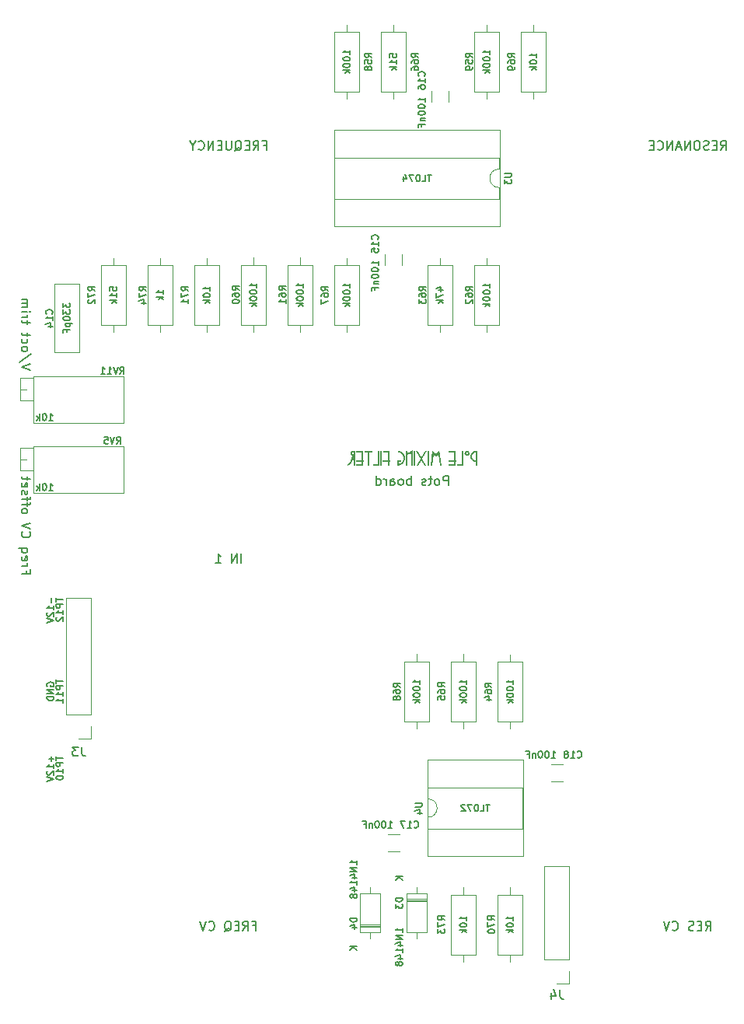
<source format=gbo>
G04 #@! TF.GenerationSoftware,KiCad,Pcbnew,7.0.2-6a45011f42~172~ubuntu22.04.1*
G04 #@! TF.CreationDate,2023-05-05T21:08:36-04:00*
G04 #@! TF.ProjectId,pmf_B2,706d665f-4232-42e6-9b69-6361645f7063,rev?*
G04 #@! TF.SameCoordinates,Original*
G04 #@! TF.FileFunction,Legend,Bot*
G04 #@! TF.FilePolarity,Positive*
%FSLAX46Y46*%
G04 Gerber Fmt 4.6, Leading zero omitted, Abs format (unit mm)*
G04 Created by KiCad (PCBNEW 7.0.2-6a45011f42~172~ubuntu22.04.1) date 2023-05-05 21:08:36*
%MOMM*%
%LPD*%
G01*
G04 APERTURE LIST*
%ADD10C,0.150000*%
%ADD11C,0.120000*%
G04 APERTURE END LIST*
D10*
X179428571Y-150377619D02*
X179761904Y-149901428D01*
X179999999Y-150377619D02*
X179999999Y-149377619D01*
X179999999Y-149377619D02*
X179619047Y-149377619D01*
X179619047Y-149377619D02*
X179523809Y-149425238D01*
X179523809Y-149425238D02*
X179476190Y-149472857D01*
X179476190Y-149472857D02*
X179428571Y-149568095D01*
X179428571Y-149568095D02*
X179428571Y-149710952D01*
X179428571Y-149710952D02*
X179476190Y-149806190D01*
X179476190Y-149806190D02*
X179523809Y-149853809D01*
X179523809Y-149853809D02*
X179619047Y-149901428D01*
X179619047Y-149901428D02*
X179999999Y-149901428D01*
X178999999Y-149853809D02*
X178666666Y-149853809D01*
X178523809Y-150377619D02*
X178999999Y-150377619D01*
X178999999Y-150377619D02*
X178999999Y-149377619D01*
X178999999Y-149377619D02*
X178523809Y-149377619D01*
X178142856Y-150330000D02*
X177999999Y-150377619D01*
X177999999Y-150377619D02*
X177761904Y-150377619D01*
X177761904Y-150377619D02*
X177666666Y-150330000D01*
X177666666Y-150330000D02*
X177619047Y-150282380D01*
X177619047Y-150282380D02*
X177571428Y-150187142D01*
X177571428Y-150187142D02*
X177571428Y-150091904D01*
X177571428Y-150091904D02*
X177619047Y-149996666D01*
X177619047Y-149996666D02*
X177666666Y-149949047D01*
X177666666Y-149949047D02*
X177761904Y-149901428D01*
X177761904Y-149901428D02*
X177952380Y-149853809D01*
X177952380Y-149853809D02*
X178047618Y-149806190D01*
X178047618Y-149806190D02*
X178095237Y-149758571D01*
X178095237Y-149758571D02*
X178142856Y-149663333D01*
X178142856Y-149663333D02*
X178142856Y-149568095D01*
X178142856Y-149568095D02*
X178095237Y-149472857D01*
X178095237Y-149472857D02*
X178047618Y-149425238D01*
X178047618Y-149425238D02*
X177952380Y-149377619D01*
X177952380Y-149377619D02*
X177714285Y-149377619D01*
X177714285Y-149377619D02*
X177571428Y-149425238D01*
X175809523Y-150282380D02*
X175857142Y-150330000D01*
X175857142Y-150330000D02*
X175999999Y-150377619D01*
X175999999Y-150377619D02*
X176095237Y-150377619D01*
X176095237Y-150377619D02*
X176238094Y-150330000D01*
X176238094Y-150330000D02*
X176333332Y-150234761D01*
X176333332Y-150234761D02*
X176380951Y-150139523D01*
X176380951Y-150139523D02*
X176428570Y-149949047D01*
X176428570Y-149949047D02*
X176428570Y-149806190D01*
X176428570Y-149806190D02*
X176380951Y-149615714D01*
X176380951Y-149615714D02*
X176333332Y-149520476D01*
X176333332Y-149520476D02*
X176238094Y-149425238D01*
X176238094Y-149425238D02*
X176095237Y-149377619D01*
X176095237Y-149377619D02*
X175999999Y-149377619D01*
X175999999Y-149377619D02*
X175857142Y-149425238D01*
X175857142Y-149425238D02*
X175809523Y-149472857D01*
X175523808Y-149377619D02*
X175190475Y-150377619D01*
X175190475Y-150377619D02*
X174857142Y-149377619D01*
X131261904Y-64853809D02*
X131595237Y-64853809D01*
X131595237Y-65377619D02*
X131595237Y-64377619D01*
X131595237Y-64377619D02*
X131119047Y-64377619D01*
X130166666Y-65377619D02*
X130499999Y-64901428D01*
X130738094Y-65377619D02*
X130738094Y-64377619D01*
X130738094Y-64377619D02*
X130357142Y-64377619D01*
X130357142Y-64377619D02*
X130261904Y-64425238D01*
X130261904Y-64425238D02*
X130214285Y-64472857D01*
X130214285Y-64472857D02*
X130166666Y-64568095D01*
X130166666Y-64568095D02*
X130166666Y-64710952D01*
X130166666Y-64710952D02*
X130214285Y-64806190D01*
X130214285Y-64806190D02*
X130261904Y-64853809D01*
X130261904Y-64853809D02*
X130357142Y-64901428D01*
X130357142Y-64901428D02*
X130738094Y-64901428D01*
X129738094Y-64853809D02*
X129404761Y-64853809D01*
X129261904Y-65377619D02*
X129738094Y-65377619D01*
X129738094Y-65377619D02*
X129738094Y-64377619D01*
X129738094Y-64377619D02*
X129261904Y-64377619D01*
X128166666Y-65472857D02*
X128261904Y-65425238D01*
X128261904Y-65425238D02*
X128357142Y-65330000D01*
X128357142Y-65330000D02*
X128499999Y-65187142D01*
X128499999Y-65187142D02*
X128595237Y-65139523D01*
X128595237Y-65139523D02*
X128690475Y-65139523D01*
X128642856Y-65377619D02*
X128738094Y-65330000D01*
X128738094Y-65330000D02*
X128833332Y-65234761D01*
X128833332Y-65234761D02*
X128880951Y-65044285D01*
X128880951Y-65044285D02*
X128880951Y-64710952D01*
X128880951Y-64710952D02*
X128833332Y-64520476D01*
X128833332Y-64520476D02*
X128738094Y-64425238D01*
X128738094Y-64425238D02*
X128642856Y-64377619D01*
X128642856Y-64377619D02*
X128452380Y-64377619D01*
X128452380Y-64377619D02*
X128357142Y-64425238D01*
X128357142Y-64425238D02*
X128261904Y-64520476D01*
X128261904Y-64520476D02*
X128214285Y-64710952D01*
X128214285Y-64710952D02*
X128214285Y-65044285D01*
X128214285Y-65044285D02*
X128261904Y-65234761D01*
X128261904Y-65234761D02*
X128357142Y-65330000D01*
X128357142Y-65330000D02*
X128452380Y-65377619D01*
X128452380Y-65377619D02*
X128642856Y-65377619D01*
X127785713Y-64377619D02*
X127785713Y-65187142D01*
X127785713Y-65187142D02*
X127738094Y-65282380D01*
X127738094Y-65282380D02*
X127690475Y-65330000D01*
X127690475Y-65330000D02*
X127595237Y-65377619D01*
X127595237Y-65377619D02*
X127404761Y-65377619D01*
X127404761Y-65377619D02*
X127309523Y-65330000D01*
X127309523Y-65330000D02*
X127261904Y-65282380D01*
X127261904Y-65282380D02*
X127214285Y-65187142D01*
X127214285Y-65187142D02*
X127214285Y-64377619D01*
X126738094Y-64853809D02*
X126404761Y-64853809D01*
X126261904Y-65377619D02*
X126738094Y-65377619D01*
X126738094Y-65377619D02*
X126738094Y-64377619D01*
X126738094Y-64377619D02*
X126261904Y-64377619D01*
X125833332Y-65377619D02*
X125833332Y-64377619D01*
X125833332Y-64377619D02*
X125261904Y-65377619D01*
X125261904Y-65377619D02*
X125261904Y-64377619D01*
X124214285Y-65282380D02*
X124261904Y-65330000D01*
X124261904Y-65330000D02*
X124404761Y-65377619D01*
X124404761Y-65377619D02*
X124499999Y-65377619D01*
X124499999Y-65377619D02*
X124642856Y-65330000D01*
X124642856Y-65330000D02*
X124738094Y-65234761D01*
X124738094Y-65234761D02*
X124785713Y-65139523D01*
X124785713Y-65139523D02*
X124833332Y-64949047D01*
X124833332Y-64949047D02*
X124833332Y-64806190D01*
X124833332Y-64806190D02*
X124785713Y-64615714D01*
X124785713Y-64615714D02*
X124738094Y-64520476D01*
X124738094Y-64520476D02*
X124642856Y-64425238D01*
X124642856Y-64425238D02*
X124499999Y-64377619D01*
X124499999Y-64377619D02*
X124404761Y-64377619D01*
X124404761Y-64377619D02*
X124261904Y-64425238D01*
X124261904Y-64425238D02*
X124214285Y-64472857D01*
X123595237Y-64901428D02*
X123595237Y-65377619D01*
X123928570Y-64377619D02*
X123595237Y-64901428D01*
X123595237Y-64901428D02*
X123261904Y-64377619D01*
X128880951Y-110377619D02*
X128880951Y-109377619D01*
X128404761Y-110377619D02*
X128404761Y-109377619D01*
X128404761Y-109377619D02*
X127833333Y-110377619D01*
X127833333Y-110377619D02*
X127833333Y-109377619D01*
X126071428Y-110377619D02*
X126642856Y-110377619D01*
X126357142Y-110377619D02*
X126357142Y-109377619D01*
X126357142Y-109377619D02*
X126452380Y-109520476D01*
X126452380Y-109520476D02*
X126547618Y-109615714D01*
X126547618Y-109615714D02*
X126642856Y-109663333D01*
X130142857Y-149853809D02*
X130476190Y-149853809D01*
X130476190Y-150377619D02*
X130476190Y-149377619D01*
X130476190Y-149377619D02*
X130000000Y-149377619D01*
X129047619Y-150377619D02*
X129380952Y-149901428D01*
X129619047Y-150377619D02*
X129619047Y-149377619D01*
X129619047Y-149377619D02*
X129238095Y-149377619D01*
X129238095Y-149377619D02*
X129142857Y-149425238D01*
X129142857Y-149425238D02*
X129095238Y-149472857D01*
X129095238Y-149472857D02*
X129047619Y-149568095D01*
X129047619Y-149568095D02*
X129047619Y-149710952D01*
X129047619Y-149710952D02*
X129095238Y-149806190D01*
X129095238Y-149806190D02*
X129142857Y-149853809D01*
X129142857Y-149853809D02*
X129238095Y-149901428D01*
X129238095Y-149901428D02*
X129619047Y-149901428D01*
X128619047Y-149853809D02*
X128285714Y-149853809D01*
X128142857Y-150377619D02*
X128619047Y-150377619D01*
X128619047Y-150377619D02*
X128619047Y-149377619D01*
X128619047Y-149377619D02*
X128142857Y-149377619D01*
X127047619Y-150472857D02*
X127142857Y-150425238D01*
X127142857Y-150425238D02*
X127238095Y-150330000D01*
X127238095Y-150330000D02*
X127380952Y-150187142D01*
X127380952Y-150187142D02*
X127476190Y-150139523D01*
X127476190Y-150139523D02*
X127571428Y-150139523D01*
X127523809Y-150377619D02*
X127619047Y-150330000D01*
X127619047Y-150330000D02*
X127714285Y-150234761D01*
X127714285Y-150234761D02*
X127761904Y-150044285D01*
X127761904Y-150044285D02*
X127761904Y-149710952D01*
X127761904Y-149710952D02*
X127714285Y-149520476D01*
X127714285Y-149520476D02*
X127619047Y-149425238D01*
X127619047Y-149425238D02*
X127523809Y-149377619D01*
X127523809Y-149377619D02*
X127333333Y-149377619D01*
X127333333Y-149377619D02*
X127238095Y-149425238D01*
X127238095Y-149425238D02*
X127142857Y-149520476D01*
X127142857Y-149520476D02*
X127095238Y-149710952D01*
X127095238Y-149710952D02*
X127095238Y-150044285D01*
X127095238Y-150044285D02*
X127142857Y-150234761D01*
X127142857Y-150234761D02*
X127238095Y-150330000D01*
X127238095Y-150330000D02*
X127333333Y-150377619D01*
X127333333Y-150377619D02*
X127523809Y-150377619D01*
X125333333Y-150282380D02*
X125380952Y-150330000D01*
X125380952Y-150330000D02*
X125523809Y-150377619D01*
X125523809Y-150377619D02*
X125619047Y-150377619D01*
X125619047Y-150377619D02*
X125761904Y-150330000D01*
X125761904Y-150330000D02*
X125857142Y-150234761D01*
X125857142Y-150234761D02*
X125904761Y-150139523D01*
X125904761Y-150139523D02*
X125952380Y-149949047D01*
X125952380Y-149949047D02*
X125952380Y-149806190D01*
X125952380Y-149806190D02*
X125904761Y-149615714D01*
X125904761Y-149615714D02*
X125857142Y-149520476D01*
X125857142Y-149520476D02*
X125761904Y-149425238D01*
X125761904Y-149425238D02*
X125619047Y-149377619D01*
X125619047Y-149377619D02*
X125523809Y-149377619D01*
X125523809Y-149377619D02*
X125380952Y-149425238D01*
X125380952Y-149425238D02*
X125333333Y-149472857D01*
X125047618Y-149377619D02*
X124714285Y-150377619D01*
X124714285Y-150377619D02*
X124380952Y-149377619D01*
G36*
X154560571Y-99745000D02*
G01*
X154385449Y-99745000D01*
X154385449Y-99370209D01*
X154370720Y-99368987D01*
X154348863Y-99366520D01*
X154327289Y-99363294D01*
X154305998Y-99359307D01*
X154284991Y-99354561D01*
X154264267Y-99349055D01*
X154243826Y-99342789D01*
X154223669Y-99335763D01*
X154203795Y-99327977D01*
X154184205Y-99319431D01*
X154164898Y-99310125D01*
X154152224Y-99303503D01*
X154133599Y-99293125D01*
X154115439Y-99282213D01*
X154097742Y-99270766D01*
X154080508Y-99258784D01*
X154063738Y-99246268D01*
X154047432Y-99233217D01*
X154031590Y-99219632D01*
X154016211Y-99205512D01*
X154001296Y-99190858D01*
X153986845Y-99175669D01*
X153977444Y-99165225D01*
X153963809Y-99149205D01*
X153950735Y-99132759D01*
X153938221Y-99115888D01*
X153926267Y-99098593D01*
X153914874Y-99080872D01*
X153904041Y-99062726D01*
X153893768Y-99044155D01*
X153884055Y-99025160D01*
X153874903Y-99005739D01*
X153866311Y-98985893D01*
X153863584Y-98979195D01*
X153855921Y-98958971D01*
X153849038Y-98938546D01*
X153842934Y-98917922D01*
X153837609Y-98897098D01*
X153833063Y-98876075D01*
X153829297Y-98854852D01*
X153826310Y-98833429D01*
X153824102Y-98811807D01*
X153822674Y-98789985D01*
X153822154Y-98775326D01*
X153822020Y-98763876D01*
X153994905Y-98763876D01*
X153995025Y-98774107D01*
X153995656Y-98789352D01*
X153996828Y-98804474D01*
X153998541Y-98819474D01*
X154000795Y-98834351D01*
X154003590Y-98849106D01*
X154006926Y-98863739D01*
X154010803Y-98878249D01*
X154015221Y-98892637D01*
X154020180Y-98906903D01*
X154025679Y-98921046D01*
X154029568Y-98930328D01*
X154035728Y-98944026D01*
X154042280Y-98957454D01*
X154049226Y-98970611D01*
X154056564Y-98983497D01*
X154064295Y-98996113D01*
X154072419Y-99008458D01*
X154080936Y-99020533D01*
X154089846Y-99032338D01*
X154099149Y-99043872D01*
X154108844Y-99055136D01*
X154115509Y-99062423D01*
X154125769Y-99073032D01*
X154136344Y-99083254D01*
X154147235Y-99093090D01*
X154158442Y-99102540D01*
X154169964Y-99111603D01*
X154181802Y-99120280D01*
X154193955Y-99128570D01*
X154206424Y-99136474D01*
X154219209Y-99143992D01*
X154232309Y-99151123D01*
X154241193Y-99155592D01*
X154254691Y-99161883D01*
X154268396Y-99167678D01*
X154282306Y-99172977D01*
X154296423Y-99177780D01*
X154310745Y-99182088D01*
X154325274Y-99185899D01*
X154340008Y-99189215D01*
X154354949Y-99192034D01*
X154370096Y-99194358D01*
X154385449Y-99196186D01*
X154385449Y-98333398D01*
X154375187Y-98334563D01*
X154359949Y-98336729D01*
X154344897Y-98339397D01*
X154330033Y-98342568D01*
X154315355Y-98346241D01*
X154300864Y-98350416D01*
X154286559Y-98355094D01*
X154272442Y-98360274D01*
X154258511Y-98365956D01*
X154244767Y-98372140D01*
X154231210Y-98378827D01*
X154217913Y-98385886D01*
X154204952Y-98393326D01*
X154192325Y-98401145D01*
X154180033Y-98409344D01*
X154168076Y-98417923D01*
X154156454Y-98426882D01*
X154141479Y-98439419D01*
X154127099Y-98452631D01*
X154116705Y-98462983D01*
X154106646Y-98473715D01*
X154103372Y-98477350D01*
X154090732Y-98492225D01*
X154078825Y-98507638D01*
X154067651Y-98523589D01*
X154057210Y-98540079D01*
X154049859Y-98552799D01*
X154042921Y-98565821D01*
X154036396Y-98579147D01*
X154030282Y-98592775D01*
X154024580Y-98606706D01*
X154020987Y-98616078D01*
X154016031Y-98630249D01*
X154011597Y-98644556D01*
X154007685Y-98658997D01*
X154004294Y-98673574D01*
X154001425Y-98688287D01*
X153999078Y-98703134D01*
X153997252Y-98718117D01*
X153995948Y-98733234D01*
X153995166Y-98748488D01*
X153994905Y-98763876D01*
X153822020Y-98763876D01*
X153821981Y-98760579D01*
X153822171Y-98745017D01*
X153822742Y-98729564D01*
X153823694Y-98714219D01*
X153825026Y-98698984D01*
X153826739Y-98683857D01*
X153828833Y-98668839D01*
X153831307Y-98653929D01*
X153834162Y-98639129D01*
X153837398Y-98624437D01*
X153841015Y-98609854D01*
X153845012Y-98595380D01*
X153849389Y-98581014D01*
X153854148Y-98566758D01*
X153859287Y-98552610D01*
X153864807Y-98538571D01*
X153870707Y-98524640D01*
X153876885Y-98510831D01*
X153883330Y-98497249D01*
X153890040Y-98483892D01*
X153897017Y-98470762D01*
X153904260Y-98457857D01*
X153911769Y-98445179D01*
X153919544Y-98432727D01*
X153931706Y-98414473D01*
X153944467Y-98396727D01*
X153957827Y-98379491D01*
X153971785Y-98362763D01*
X153986343Y-98346544D01*
X154001499Y-98330833D01*
X154017141Y-98315608D01*
X154033291Y-98300982D01*
X154049951Y-98286954D01*
X154067119Y-98273526D01*
X154084795Y-98260696D01*
X154102981Y-98248466D01*
X154115387Y-98240645D01*
X154128020Y-98233090D01*
X154140878Y-98225801D01*
X154153963Y-98218779D01*
X154167273Y-98212023D01*
X154180810Y-98205533D01*
X154194573Y-98199309D01*
X154208458Y-98193408D01*
X154222451Y-98187888D01*
X154236554Y-98182749D01*
X154250764Y-98177991D01*
X154265084Y-98173613D01*
X154279513Y-98169616D01*
X154294050Y-98166000D01*
X154308696Y-98162764D01*
X154323451Y-98159909D01*
X154338314Y-98157434D01*
X154353286Y-98155341D01*
X154368367Y-98153628D01*
X154383557Y-98152295D01*
X154398856Y-98151344D01*
X154414263Y-98150773D01*
X154429779Y-98150582D01*
X154560571Y-98150582D01*
X154560571Y-99745000D01*
G37*
G36*
X153459900Y-98150668D02*
G01*
X153476832Y-98151634D01*
X153493495Y-98153673D01*
X153509890Y-98156786D01*
X153526017Y-98160972D01*
X153541876Y-98166231D01*
X153557466Y-98172564D01*
X153563600Y-98175369D01*
X153578508Y-98182882D01*
X153592809Y-98191111D01*
X153606501Y-98200056D01*
X153619585Y-98209716D01*
X153632060Y-98220091D01*
X153643928Y-98231182D01*
X153648496Y-98235811D01*
X153659415Y-98247807D01*
X153669619Y-98260411D01*
X153679107Y-98273624D01*
X153687880Y-98287445D01*
X153695937Y-98301874D01*
X153703279Y-98316912D01*
X153705941Y-98323068D01*
X153711844Y-98338635D01*
X153716674Y-98354452D01*
X153720431Y-98370520D01*
X153723114Y-98386838D01*
X153724724Y-98403407D01*
X153725261Y-98420226D01*
X153725175Y-98426984D01*
X153724209Y-98443703D01*
X153722169Y-98460171D01*
X153719057Y-98476390D01*
X153714871Y-98492357D01*
X153709612Y-98508074D01*
X153703279Y-98523541D01*
X153700428Y-98529629D01*
X153692800Y-98544423D01*
X153684457Y-98558609D01*
X153675398Y-98572187D01*
X153665623Y-98585156D01*
X153655133Y-98597517D01*
X153643928Y-98609270D01*
X153639254Y-98613793D01*
X153627143Y-98624597D01*
X153614424Y-98634687D01*
X153601097Y-98644061D01*
X153587161Y-98652719D01*
X153572618Y-98660661D01*
X153557466Y-98667889D01*
X153551262Y-98670550D01*
X153535565Y-98676454D01*
X153519599Y-98681284D01*
X153503365Y-98685040D01*
X153486862Y-98687724D01*
X153470091Y-98689334D01*
X153453052Y-98689870D01*
X153446204Y-98689785D01*
X153429272Y-98688819D01*
X153412609Y-98686779D01*
X153396214Y-98683667D01*
X153380087Y-98679481D01*
X153364228Y-98674221D01*
X153348638Y-98667889D01*
X153342457Y-98665084D01*
X153327418Y-98657570D01*
X153312969Y-98649341D01*
X153299111Y-98640397D01*
X153285843Y-98630737D01*
X153273165Y-98620361D01*
X153261077Y-98609270D01*
X153256377Y-98604642D01*
X153245179Y-98592646D01*
X153234768Y-98580041D01*
X153225143Y-98566829D01*
X153216306Y-98553008D01*
X153208256Y-98538578D01*
X153200993Y-98523541D01*
X153198287Y-98517384D01*
X153192285Y-98501817D01*
X153187375Y-98486000D01*
X153183556Y-98469932D01*
X153180828Y-98453614D01*
X153179191Y-98437045D01*
X153178645Y-98420226D01*
X153353767Y-98420226D01*
X153353879Y-98425496D01*
X153355553Y-98440788D01*
X153359237Y-98455309D01*
X153364930Y-98469056D01*
X153372632Y-98482030D01*
X153382344Y-98494232D01*
X153384120Y-98496170D01*
X153395352Y-98506509D01*
X153407562Y-98514632D01*
X153423045Y-98521308D01*
X153437376Y-98524632D01*
X153452686Y-98525739D01*
X153467425Y-98524632D01*
X153483676Y-98520539D01*
X153498911Y-98513432D01*
X153511159Y-98504939D01*
X153522661Y-98494232D01*
X153526210Y-98490251D01*
X153535484Y-98477791D01*
X153542697Y-98464559D01*
X153547849Y-98450554D01*
X153550940Y-98435777D01*
X153551970Y-98420226D01*
X153551856Y-98414652D01*
X153550139Y-98398634D01*
X153546360Y-98383671D01*
X153540522Y-98369765D01*
X153532622Y-98356915D01*
X153522661Y-98345122D01*
X153511159Y-98334788D01*
X153498911Y-98326592D01*
X153483676Y-98319732D01*
X153467425Y-98315782D01*
X153452686Y-98314713D01*
X153437376Y-98315782D01*
X153423045Y-98318990D01*
X153407562Y-98325433D01*
X153393412Y-98334788D01*
X153382344Y-98345122D01*
X153378883Y-98348936D01*
X153369842Y-98361081D01*
X153362809Y-98374283D01*
X153357786Y-98388542D01*
X153354772Y-98403856D01*
X153353767Y-98420226D01*
X153178645Y-98420226D01*
X153178732Y-98413469D01*
X153179715Y-98396750D01*
X153181788Y-98380281D01*
X153184952Y-98364063D01*
X153189208Y-98348095D01*
X153194555Y-98332378D01*
X153200993Y-98316912D01*
X153203804Y-98310824D01*
X153211382Y-98296030D01*
X153219747Y-98281844D01*
X153228899Y-98268266D01*
X153238838Y-98255297D01*
X153249564Y-98242935D01*
X153261077Y-98231182D01*
X153265841Y-98226660D01*
X153278165Y-98215855D01*
X153291079Y-98205766D01*
X153304583Y-98196392D01*
X153318678Y-98187734D01*
X153333363Y-98179791D01*
X153348638Y-98172564D01*
X153354842Y-98169902D01*
X153370540Y-98163999D01*
X153386505Y-98159169D01*
X153402740Y-98155412D01*
X153419242Y-98152729D01*
X153436013Y-98151119D01*
X153453052Y-98150582D01*
X153459900Y-98150668D01*
G37*
G36*
X153080460Y-99745000D02*
G01*
X153080460Y-98150582D01*
X152905337Y-98150582D01*
X152905337Y-99580868D01*
X152394626Y-99580868D01*
X152394626Y-99745000D01*
X153080460Y-99745000D01*
G37*
G36*
X152021300Y-99369842D02*
G01*
X152021300Y-99580868D01*
X151424127Y-99580868D01*
X151424127Y-99745000D01*
X152196423Y-99745000D01*
X152196423Y-99369842D01*
X152297905Y-99369842D01*
X152297905Y-99205711D01*
X152196423Y-99205711D01*
X152196423Y-98150582D01*
X151413502Y-98150582D01*
X151413502Y-98314713D01*
X152021300Y-98314713D01*
X152021300Y-99205711D01*
X151413502Y-99205711D01*
X151413502Y-99369842D01*
X152021300Y-99369842D01*
G37*
G36*
X149638467Y-99745000D02*
G01*
X149824214Y-98479211D01*
X150075173Y-98744825D01*
X150324301Y-98479211D01*
X150512246Y-99745000D01*
X150687368Y-99745000D01*
X150444469Y-98103688D01*
X150075173Y-98493866D01*
X149704046Y-98103688D01*
X149461147Y-99745000D01*
X149638467Y-99745000D01*
G37*
G36*
X149366991Y-99745000D02*
G01*
X149366991Y-98150582D01*
X149193701Y-98150582D01*
X149193701Y-99745000D01*
X149366991Y-99745000D01*
G37*
G36*
X148391730Y-99018866D02*
G01*
X147971510Y-99745000D01*
X148172277Y-99745000D01*
X148490648Y-99192522D01*
X148811583Y-99745000D01*
X149011984Y-99745000D01*
X148592131Y-99018866D01*
X149094416Y-98150582D01*
X148894015Y-98150582D01*
X148490648Y-98845209D01*
X148089845Y-98150582D01*
X147889444Y-98150582D01*
X148391730Y-99018866D01*
G37*
G36*
X147794556Y-99745000D02*
G01*
X147794556Y-98150582D01*
X147621266Y-98150582D01*
X147621266Y-99745000D01*
X147794556Y-99745000D01*
G37*
G36*
X146973167Y-99745000D02*
G01*
X146973167Y-98612934D01*
X147348691Y-98387986D01*
X147348691Y-99745000D01*
X147521981Y-99745000D01*
X147521981Y-98080240D01*
X146973167Y-98409235D01*
X146973167Y-98150582D01*
X146800243Y-98150582D01*
X146800243Y-99745000D01*
X146973167Y-99745000D01*
G37*
G36*
X145923534Y-99745000D02*
G01*
X145943522Y-99744743D01*
X145963370Y-99743975D01*
X145983078Y-99742694D01*
X146002645Y-99740901D01*
X146022073Y-99738595D01*
X146041360Y-99735777D01*
X146060507Y-99732447D01*
X146079513Y-99728605D01*
X146098379Y-99724250D01*
X146117106Y-99719383D01*
X146135691Y-99714003D01*
X146154137Y-99708111D01*
X146172442Y-99701707D01*
X146190607Y-99694790D01*
X146208632Y-99687362D01*
X146226517Y-99679420D01*
X146244142Y-99671050D01*
X146261482Y-99662333D01*
X146278535Y-99653270D01*
X146295302Y-99643860D01*
X146311782Y-99634104D01*
X146327977Y-99624002D01*
X146343885Y-99613553D01*
X146359507Y-99602759D01*
X146374843Y-99591617D01*
X146389892Y-99580130D01*
X146404656Y-99568296D01*
X146419133Y-99556116D01*
X146433324Y-99543589D01*
X146447228Y-99530716D01*
X146460847Y-99517497D01*
X146474179Y-99503932D01*
X146487199Y-99490057D01*
X146499882Y-99475911D01*
X146512227Y-99461492D01*
X146524234Y-99446802D01*
X146535903Y-99431840D01*
X146547234Y-99416605D01*
X146558228Y-99401099D01*
X146568884Y-99385321D01*
X146579203Y-99369271D01*
X146589183Y-99352950D01*
X146598826Y-99336356D01*
X146608131Y-99319490D01*
X146617098Y-99302353D01*
X146625728Y-99284943D01*
X146634020Y-99267262D01*
X146641974Y-99249309D01*
X146649516Y-99231121D01*
X146656571Y-99212827D01*
X146663140Y-99194427D01*
X146669222Y-99175921D01*
X146674818Y-99157310D01*
X146679927Y-99138592D01*
X146684549Y-99119769D01*
X146688685Y-99100840D01*
X146692335Y-99081804D01*
X146695497Y-99062663D01*
X146698174Y-99043416D01*
X146700363Y-99024063D01*
X146702066Y-99004604D01*
X146703283Y-98985040D01*
X146704013Y-98965369D01*
X146704256Y-98945593D01*
X146704017Y-98925603D01*
X146703300Y-98905751D01*
X146702105Y-98886036D01*
X146700432Y-98866458D01*
X146698281Y-98847018D01*
X146695652Y-98827715D01*
X146692545Y-98808550D01*
X146688960Y-98789521D01*
X146684897Y-98770631D01*
X146680356Y-98751878D01*
X146675337Y-98733262D01*
X146669840Y-98714783D01*
X146663866Y-98696442D01*
X146657413Y-98678238D01*
X146650482Y-98660172D01*
X146643073Y-98642243D01*
X146635205Y-98624520D01*
X146626987Y-98607072D01*
X146618421Y-98589899D01*
X146609505Y-98573000D01*
X146600240Y-98556376D01*
X146590626Y-98540027D01*
X146580662Y-98523953D01*
X146570350Y-98508154D01*
X146559688Y-98492629D01*
X146548677Y-98477379D01*
X146537317Y-98462404D01*
X146525607Y-98447704D01*
X146513549Y-98433278D01*
X146501141Y-98419127D01*
X146488384Y-98405251D01*
X146475278Y-98391650D01*
X146461816Y-98378355D01*
X146448081Y-98365398D01*
X146434075Y-98352778D01*
X146419797Y-98340496D01*
X146405247Y-98328552D01*
X146390425Y-98316946D01*
X146375331Y-98305677D01*
X146359965Y-98294747D01*
X146344327Y-98284153D01*
X146328418Y-98273898D01*
X146312236Y-98263981D01*
X146295783Y-98254401D01*
X146279057Y-98245159D01*
X146262060Y-98236254D01*
X146244791Y-98227688D01*
X146227250Y-98219459D01*
X146209498Y-98211633D01*
X146191598Y-98204277D01*
X146173549Y-98197391D01*
X146155351Y-98190974D01*
X146137004Y-98185026D01*
X146118508Y-98179548D01*
X146099864Y-98174539D01*
X146081070Y-98170000D01*
X146062128Y-98165929D01*
X146043037Y-98162329D01*
X146023797Y-98159197D01*
X146004408Y-98156536D01*
X145984871Y-98154343D01*
X145965185Y-98152620D01*
X145945349Y-98151366D01*
X145925365Y-98150582D01*
X145925365Y-98314713D01*
X145940879Y-98315446D01*
X145956277Y-98316545D01*
X145971562Y-98318011D01*
X145986731Y-98319842D01*
X146001787Y-98322041D01*
X146016727Y-98324605D01*
X146031554Y-98327536D01*
X146046266Y-98330833D01*
X146060863Y-98334497D01*
X146075346Y-98338527D01*
X146089714Y-98342923D01*
X146103968Y-98347686D01*
X146118107Y-98352815D01*
X146132132Y-98358311D01*
X146146043Y-98364173D01*
X146159839Y-98370401D01*
X146173425Y-98376901D01*
X146186801Y-98383670D01*
X146199964Y-98390708D01*
X146212916Y-98398015D01*
X146225655Y-98405592D01*
X146238183Y-98413437D01*
X146250499Y-98421552D01*
X146262604Y-98429935D01*
X146274496Y-98438587D01*
X146286177Y-98447509D01*
X146297646Y-98456700D01*
X146308903Y-98466159D01*
X146319948Y-98475888D01*
X146330782Y-98485886D01*
X146341403Y-98496152D01*
X146351813Y-98506688D01*
X146361941Y-98517419D01*
X146371809Y-98528361D01*
X146381416Y-98539515D01*
X146390762Y-98550881D01*
X146399849Y-98562459D01*
X146408674Y-98574248D01*
X146417239Y-98586249D01*
X146425544Y-98598463D01*
X146433588Y-98610887D01*
X146441372Y-98623524D01*
X146448896Y-98636373D01*
X146456159Y-98649433D01*
X146463161Y-98662705D01*
X146469903Y-98676189D01*
X146476384Y-98689885D01*
X146482605Y-98703792D01*
X146488462Y-98717816D01*
X146493940Y-98731951D01*
X146499040Y-98746197D01*
X146503763Y-98760556D01*
X146508108Y-98775026D01*
X146512075Y-98789607D01*
X146515664Y-98804301D01*
X146518875Y-98819105D01*
X146521709Y-98834022D01*
X146524165Y-98849050D01*
X146526243Y-98864190D01*
X146527943Y-98879441D01*
X146529265Y-98894804D01*
X146530210Y-98910279D01*
X146530777Y-98925865D01*
X146530966Y-98941563D01*
X146530615Y-98962656D01*
X146529562Y-98983620D01*
X146527807Y-99004456D01*
X146525350Y-99025162D01*
X146522191Y-99045740D01*
X146518330Y-99066189D01*
X146513767Y-99086510D01*
X146508503Y-99106701D01*
X146502536Y-99126764D01*
X146495868Y-99146698D01*
X146491032Y-99159916D01*
X146483218Y-99179503D01*
X146474889Y-99198697D01*
X146466045Y-99217499D01*
X146456685Y-99235908D01*
X146446810Y-99253924D01*
X146436421Y-99271547D01*
X146425516Y-99288777D01*
X146414095Y-99305614D01*
X146402160Y-99322059D01*
X146389709Y-99338110D01*
X146381123Y-99348593D01*
X146367849Y-99363893D01*
X146354130Y-99378741D01*
X146339968Y-99393139D01*
X146325361Y-99407086D01*
X146310309Y-99420582D01*
X146294814Y-99433627D01*
X146278874Y-99446222D01*
X146262489Y-99458365D01*
X146245660Y-99470058D01*
X146228387Y-99481300D01*
X146216625Y-99488545D01*
X146198685Y-99498841D01*
X146180449Y-99508436D01*
X146161917Y-99517328D01*
X146143089Y-99525519D01*
X146123964Y-99533007D01*
X146104543Y-99539794D01*
X146084826Y-99545879D01*
X146064813Y-99551261D01*
X146044503Y-99555942D01*
X146023897Y-99559921D01*
X146009996Y-99562184D01*
X146009996Y-99369842D01*
X146250330Y-99369842D01*
X146250330Y-99205711D01*
X145834873Y-99205711D01*
X145834873Y-99745000D01*
X145923534Y-99745000D01*
G37*
G36*
X144823342Y-99369842D02*
G01*
X144823342Y-99745000D01*
X144996266Y-99745000D01*
X144996266Y-99369842D01*
X145108373Y-99369842D01*
X145108373Y-99205711D01*
X144996266Y-99205711D01*
X144996266Y-98150582D01*
X144302005Y-98150582D01*
X144302005Y-98314713D01*
X144823342Y-98314713D01*
X144823342Y-99205711D01*
X144283321Y-99205711D01*
X144283321Y-99369842D01*
X144823342Y-99369842D01*
G37*
G36*
X144186601Y-99745000D02*
G01*
X144186601Y-98150582D01*
X144013310Y-98150582D01*
X144013310Y-99745000D01*
X144186601Y-99745000D01*
G37*
G36*
X143914026Y-99745000D02*
G01*
X143914026Y-98150582D01*
X143738903Y-98150582D01*
X143738903Y-99580868D01*
X143228192Y-99580868D01*
X143228192Y-99745000D01*
X143914026Y-99745000D01*
G37*
G36*
X142646039Y-98314713D02*
G01*
X142646039Y-99745000D01*
X142818963Y-99745000D01*
X142818963Y-98314713D01*
X143131471Y-98314713D01*
X143131471Y-98150582D01*
X142333530Y-98150582D01*
X142333530Y-98314713D01*
X142646039Y-98314713D01*
G37*
G36*
X141960938Y-99369842D02*
G01*
X141960938Y-99580868D01*
X141363764Y-99580868D01*
X141363764Y-99745000D01*
X142136060Y-99745000D01*
X142136060Y-99369842D01*
X142237543Y-99369842D01*
X142237543Y-99205711D01*
X142136060Y-99205711D01*
X142136060Y-98150582D01*
X141353139Y-98150582D01*
X141353139Y-98314713D01*
X141960938Y-98314713D01*
X141960938Y-99205711D01*
X141353139Y-99205711D01*
X141353139Y-99369842D01*
X141960938Y-99369842D01*
G37*
G36*
X141257152Y-99745000D02*
G01*
X141082030Y-99745000D01*
X141082030Y-98848506D01*
X141075644Y-98873732D01*
X141069127Y-98898669D01*
X141062478Y-98923317D01*
X141055697Y-98947676D01*
X141048785Y-98971746D01*
X141041741Y-98995527D01*
X141034566Y-99019019D01*
X141027258Y-99042221D01*
X141019819Y-99065135D01*
X141012249Y-99087759D01*
X141004547Y-99110095D01*
X140996713Y-99132141D01*
X140988747Y-99153898D01*
X140980650Y-99175366D01*
X140972421Y-99196545D01*
X140964060Y-99217435D01*
X140955532Y-99237991D01*
X140946893Y-99258170D01*
X140938142Y-99277971D01*
X140929279Y-99297394D01*
X140920304Y-99316439D01*
X140911218Y-99335107D01*
X140902020Y-99353396D01*
X140892711Y-99371308D01*
X140883290Y-99388842D01*
X140873757Y-99405998D01*
X140864113Y-99422776D01*
X140854357Y-99439177D01*
X140844490Y-99455200D01*
X140834511Y-99470845D01*
X140824420Y-99486112D01*
X140814217Y-99501001D01*
X140809052Y-99508276D01*
X140798642Y-99522509D01*
X140788126Y-99536322D01*
X140777505Y-99549715D01*
X140766777Y-99562686D01*
X140755944Y-99575237D01*
X140745004Y-99587367D01*
X140733959Y-99599077D01*
X140722808Y-99610365D01*
X140711551Y-99621233D01*
X140700188Y-99631680D01*
X140688719Y-99641707D01*
X140677144Y-99651312D01*
X140665463Y-99660497D01*
X140653677Y-99669261D01*
X140635798Y-99681618D01*
X140623718Y-99689294D01*
X140605464Y-99699878D01*
X140587049Y-99709348D01*
X140568473Y-99717704D01*
X140549735Y-99724945D01*
X140530837Y-99731073D01*
X140511778Y-99736087D01*
X140492558Y-99739986D01*
X140473177Y-99742771D01*
X140453634Y-99744442D01*
X140433931Y-99745000D01*
X140433931Y-99580868D01*
X140448191Y-99580279D01*
X140467113Y-99577660D01*
X140485932Y-99572946D01*
X140499978Y-99568036D01*
X140513967Y-99561947D01*
X140527898Y-99554679D01*
X140541771Y-99546233D01*
X140555586Y-99536608D01*
X140569343Y-99525805D01*
X140583042Y-99513824D01*
X140587570Y-99509583D01*
X140601085Y-99496250D01*
X140614497Y-99482002D01*
X140627807Y-99466840D01*
X140641013Y-99450764D01*
X140654116Y-99433773D01*
X140662794Y-99421938D01*
X140671427Y-99409696D01*
X140680014Y-99397048D01*
X140688554Y-99383993D01*
X140697050Y-99370532D01*
X140705499Y-99356665D01*
X140713902Y-99342391D01*
X140722260Y-99327711D01*
X140730509Y-99312604D01*
X140738678Y-99297142D01*
X140746766Y-99281325D01*
X140754775Y-99265154D01*
X140762703Y-99248627D01*
X140770551Y-99231746D01*
X140778319Y-99214510D01*
X140786007Y-99196919D01*
X140793615Y-99178972D01*
X140801143Y-99160671D01*
X140808590Y-99142015D01*
X140815958Y-99123005D01*
X140823245Y-99103639D01*
X140830452Y-99083918D01*
X140837579Y-99063842D01*
X140844626Y-99043412D01*
X140851535Y-99022682D01*
X140858341Y-99001709D01*
X140865045Y-98980493D01*
X140871645Y-98959034D01*
X140878142Y-98937331D01*
X140884536Y-98915385D01*
X140890828Y-98893195D01*
X140897016Y-98870763D01*
X140903101Y-98848087D01*
X140909083Y-98825168D01*
X140914962Y-98802005D01*
X140920738Y-98778599D01*
X140926411Y-98754950D01*
X140931981Y-98731058D01*
X140937447Y-98706922D01*
X140942811Y-98682543D01*
X140933176Y-98678676D01*
X140919168Y-98672286D01*
X140905694Y-98665187D01*
X140892755Y-98657379D01*
X140880350Y-98648863D01*
X140868480Y-98639639D01*
X140857145Y-98629707D01*
X140846344Y-98619065D01*
X140836078Y-98607716D01*
X140826346Y-98595658D01*
X140817148Y-98582892D01*
X140811381Y-98574041D01*
X140803428Y-98560543D01*
X140796311Y-98546782D01*
X140790032Y-98532757D01*
X140784591Y-98518468D01*
X140779986Y-98503914D01*
X140776219Y-98489097D01*
X140773288Y-98474016D01*
X140771195Y-98458670D01*
X140769940Y-98443061D01*
X140769550Y-98428286D01*
X140944643Y-98428286D01*
X140945314Y-98439909D01*
X140948507Y-98455609D01*
X140954330Y-98470643D01*
X140962782Y-98485011D01*
X140972120Y-98496796D01*
X140973854Y-98498667D01*
X140984948Y-98508645D01*
X140999389Y-98517583D01*
X141013050Y-98522929D01*
X141027897Y-98526136D01*
X141043928Y-98527205D01*
X141051237Y-98526319D01*
X141066502Y-98525552D01*
X141082030Y-98525373D01*
X141082030Y-98326803D01*
X141056751Y-98326803D01*
X141043851Y-98327151D01*
X141028873Y-98328521D01*
X141013520Y-98331200D01*
X141010997Y-98331771D01*
X140996966Y-98337316D01*
X140983986Y-98345888D01*
X140972120Y-98356479D01*
X140962782Y-98367375D01*
X140954330Y-98381586D01*
X140948507Y-98397409D01*
X140945609Y-98412255D01*
X140944643Y-98428286D01*
X140769550Y-98428286D01*
X140769521Y-98427187D01*
X140769608Y-98420027D01*
X140770590Y-98402391D01*
X140772664Y-98385130D01*
X140775828Y-98368244D01*
X140780084Y-98351735D01*
X140785431Y-98335601D01*
X140791869Y-98319842D01*
X140794676Y-98313620D01*
X140802205Y-98298515D01*
X140810468Y-98284053D01*
X140819464Y-98270236D01*
X140829194Y-98257063D01*
X140839657Y-98244533D01*
X140850854Y-98232648D01*
X140855528Y-98228035D01*
X140867639Y-98217018D01*
X140880358Y-98206733D01*
X140893685Y-98197182D01*
X140907620Y-98188365D01*
X140922164Y-98180281D01*
X140937316Y-98172930D01*
X140943528Y-98170224D01*
X140959322Y-98164222D01*
X140975492Y-98159312D01*
X140992038Y-98155493D01*
X141008959Y-98152765D01*
X141026255Y-98151128D01*
X141043928Y-98150582D01*
X141257152Y-98150582D01*
X141257152Y-99745000D01*
G37*
X105456190Y-111188336D02*
X105456190Y-111521669D01*
X104932380Y-111521669D02*
X105932380Y-111521669D01*
X105932380Y-111521669D02*
X105932380Y-111045479D01*
X104932380Y-110664526D02*
X105599047Y-110664526D01*
X105408571Y-110664526D02*
X105503809Y-110616907D01*
X105503809Y-110616907D02*
X105551428Y-110569288D01*
X105551428Y-110569288D02*
X105599047Y-110474050D01*
X105599047Y-110474050D02*
X105599047Y-110378812D01*
X104980000Y-109664526D02*
X104932380Y-109759764D01*
X104932380Y-109759764D02*
X104932380Y-109950240D01*
X104932380Y-109950240D02*
X104980000Y-110045478D01*
X104980000Y-110045478D02*
X105075238Y-110093097D01*
X105075238Y-110093097D02*
X105456190Y-110093097D01*
X105456190Y-110093097D02*
X105551428Y-110045478D01*
X105551428Y-110045478D02*
X105599047Y-109950240D01*
X105599047Y-109950240D02*
X105599047Y-109759764D01*
X105599047Y-109759764D02*
X105551428Y-109664526D01*
X105551428Y-109664526D02*
X105456190Y-109616907D01*
X105456190Y-109616907D02*
X105360952Y-109616907D01*
X105360952Y-109616907D02*
X105265714Y-110093097D01*
X105599047Y-108759764D02*
X104599047Y-108759764D01*
X104980000Y-108759764D02*
X104932380Y-108855002D01*
X104932380Y-108855002D02*
X104932380Y-109045478D01*
X104932380Y-109045478D02*
X104980000Y-109140716D01*
X104980000Y-109140716D02*
X105027619Y-109188335D01*
X105027619Y-109188335D02*
X105122857Y-109235954D01*
X105122857Y-109235954D02*
X105408571Y-109235954D01*
X105408571Y-109235954D02*
X105503809Y-109188335D01*
X105503809Y-109188335D02*
X105551428Y-109140716D01*
X105551428Y-109140716D02*
X105599047Y-109045478D01*
X105599047Y-109045478D02*
X105599047Y-108855002D01*
X105599047Y-108855002D02*
X105551428Y-108759764D01*
X105027619Y-106950240D02*
X104980000Y-106997859D01*
X104980000Y-106997859D02*
X104932380Y-107140716D01*
X104932380Y-107140716D02*
X104932380Y-107235954D01*
X104932380Y-107235954D02*
X104980000Y-107378811D01*
X104980000Y-107378811D02*
X105075238Y-107474049D01*
X105075238Y-107474049D02*
X105170476Y-107521668D01*
X105170476Y-107521668D02*
X105360952Y-107569287D01*
X105360952Y-107569287D02*
X105503809Y-107569287D01*
X105503809Y-107569287D02*
X105694285Y-107521668D01*
X105694285Y-107521668D02*
X105789523Y-107474049D01*
X105789523Y-107474049D02*
X105884761Y-107378811D01*
X105884761Y-107378811D02*
X105932380Y-107235954D01*
X105932380Y-107235954D02*
X105932380Y-107140716D01*
X105932380Y-107140716D02*
X105884761Y-106997859D01*
X105884761Y-106997859D02*
X105837142Y-106950240D01*
X105932380Y-106664525D02*
X104932380Y-106331192D01*
X104932380Y-106331192D02*
X105932380Y-105997859D01*
X104932380Y-104759763D02*
X104980000Y-104855001D01*
X104980000Y-104855001D02*
X105027619Y-104902620D01*
X105027619Y-104902620D02*
X105122857Y-104950239D01*
X105122857Y-104950239D02*
X105408571Y-104950239D01*
X105408571Y-104950239D02*
X105503809Y-104902620D01*
X105503809Y-104902620D02*
X105551428Y-104855001D01*
X105551428Y-104855001D02*
X105599047Y-104759763D01*
X105599047Y-104759763D02*
X105599047Y-104616906D01*
X105599047Y-104616906D02*
X105551428Y-104521668D01*
X105551428Y-104521668D02*
X105503809Y-104474049D01*
X105503809Y-104474049D02*
X105408571Y-104426430D01*
X105408571Y-104426430D02*
X105122857Y-104426430D01*
X105122857Y-104426430D02*
X105027619Y-104474049D01*
X105027619Y-104474049D02*
X104980000Y-104521668D01*
X104980000Y-104521668D02*
X104932380Y-104616906D01*
X104932380Y-104616906D02*
X104932380Y-104759763D01*
X105599047Y-104140715D02*
X105599047Y-103759763D01*
X104932380Y-103997858D02*
X105789523Y-103997858D01*
X105789523Y-103997858D02*
X105884761Y-103950239D01*
X105884761Y-103950239D02*
X105932380Y-103855001D01*
X105932380Y-103855001D02*
X105932380Y-103759763D01*
X105599047Y-103569286D02*
X105599047Y-103188334D01*
X104932380Y-103426429D02*
X105789523Y-103426429D01*
X105789523Y-103426429D02*
X105884761Y-103378810D01*
X105884761Y-103378810D02*
X105932380Y-103283572D01*
X105932380Y-103283572D02*
X105932380Y-103188334D01*
X104980000Y-102902619D02*
X104932380Y-102807381D01*
X104932380Y-102807381D02*
X104932380Y-102616905D01*
X104932380Y-102616905D02*
X104980000Y-102521667D01*
X104980000Y-102521667D02*
X105075238Y-102474048D01*
X105075238Y-102474048D02*
X105122857Y-102474048D01*
X105122857Y-102474048D02*
X105218095Y-102521667D01*
X105218095Y-102521667D02*
X105265714Y-102616905D01*
X105265714Y-102616905D02*
X105265714Y-102759762D01*
X105265714Y-102759762D02*
X105313333Y-102855000D01*
X105313333Y-102855000D02*
X105408571Y-102902619D01*
X105408571Y-102902619D02*
X105456190Y-102902619D01*
X105456190Y-102902619D02*
X105551428Y-102855000D01*
X105551428Y-102855000D02*
X105599047Y-102759762D01*
X105599047Y-102759762D02*
X105599047Y-102616905D01*
X105599047Y-102616905D02*
X105551428Y-102521667D01*
X104980000Y-101664524D02*
X104932380Y-101759762D01*
X104932380Y-101759762D02*
X104932380Y-101950238D01*
X104932380Y-101950238D02*
X104980000Y-102045476D01*
X104980000Y-102045476D02*
X105075238Y-102093095D01*
X105075238Y-102093095D02*
X105456190Y-102093095D01*
X105456190Y-102093095D02*
X105551428Y-102045476D01*
X105551428Y-102045476D02*
X105599047Y-101950238D01*
X105599047Y-101950238D02*
X105599047Y-101759762D01*
X105599047Y-101759762D02*
X105551428Y-101664524D01*
X105551428Y-101664524D02*
X105456190Y-101616905D01*
X105456190Y-101616905D02*
X105360952Y-101616905D01*
X105360952Y-101616905D02*
X105265714Y-102093095D01*
X105599047Y-101331190D02*
X105599047Y-100950238D01*
X105932380Y-101188333D02*
X105075238Y-101188333D01*
X105075238Y-101188333D02*
X104980000Y-101140714D01*
X104980000Y-101140714D02*
X104932380Y-101045476D01*
X104932380Y-101045476D02*
X104932380Y-100950238D01*
X105932380Y-89329761D02*
X104932380Y-88996428D01*
X104932380Y-88996428D02*
X105932380Y-88663095D01*
X105980000Y-87615476D02*
X104694285Y-88472618D01*
X104932380Y-87139285D02*
X104980000Y-87234523D01*
X104980000Y-87234523D02*
X105027619Y-87282142D01*
X105027619Y-87282142D02*
X105122857Y-87329761D01*
X105122857Y-87329761D02*
X105408571Y-87329761D01*
X105408571Y-87329761D02*
X105503809Y-87282142D01*
X105503809Y-87282142D02*
X105551428Y-87234523D01*
X105551428Y-87234523D02*
X105599047Y-87139285D01*
X105599047Y-87139285D02*
X105599047Y-86996428D01*
X105599047Y-86996428D02*
X105551428Y-86901190D01*
X105551428Y-86901190D02*
X105503809Y-86853571D01*
X105503809Y-86853571D02*
X105408571Y-86805952D01*
X105408571Y-86805952D02*
X105122857Y-86805952D01*
X105122857Y-86805952D02*
X105027619Y-86853571D01*
X105027619Y-86853571D02*
X104980000Y-86901190D01*
X104980000Y-86901190D02*
X104932380Y-86996428D01*
X104932380Y-86996428D02*
X104932380Y-87139285D01*
X104980000Y-85948809D02*
X104932380Y-86044047D01*
X104932380Y-86044047D02*
X104932380Y-86234523D01*
X104932380Y-86234523D02*
X104980000Y-86329761D01*
X104980000Y-86329761D02*
X105027619Y-86377380D01*
X105027619Y-86377380D02*
X105122857Y-86424999D01*
X105122857Y-86424999D02*
X105408571Y-86424999D01*
X105408571Y-86424999D02*
X105503809Y-86377380D01*
X105503809Y-86377380D02*
X105551428Y-86329761D01*
X105551428Y-86329761D02*
X105599047Y-86234523D01*
X105599047Y-86234523D02*
X105599047Y-86044047D01*
X105599047Y-86044047D02*
X105551428Y-85948809D01*
X105599047Y-85663094D02*
X105599047Y-85282142D01*
X105932380Y-85520237D02*
X105075238Y-85520237D01*
X105075238Y-85520237D02*
X104980000Y-85472618D01*
X104980000Y-85472618D02*
X104932380Y-85377380D01*
X104932380Y-85377380D02*
X104932380Y-85282142D01*
X105599047Y-84329760D02*
X105599047Y-83948808D01*
X105932380Y-84186903D02*
X105075238Y-84186903D01*
X105075238Y-84186903D02*
X104980000Y-84139284D01*
X104980000Y-84139284D02*
X104932380Y-84044046D01*
X104932380Y-84044046D02*
X104932380Y-83948808D01*
X104932380Y-83615474D02*
X105599047Y-83615474D01*
X105408571Y-83615474D02*
X105503809Y-83567855D01*
X105503809Y-83567855D02*
X105551428Y-83520236D01*
X105551428Y-83520236D02*
X105599047Y-83424998D01*
X105599047Y-83424998D02*
X105599047Y-83329760D01*
X104932380Y-82996426D02*
X105599047Y-82996426D01*
X105932380Y-82996426D02*
X105884761Y-83044045D01*
X105884761Y-83044045D02*
X105837142Y-82996426D01*
X105837142Y-82996426D02*
X105884761Y-82948807D01*
X105884761Y-82948807D02*
X105932380Y-82996426D01*
X105932380Y-82996426D02*
X105837142Y-82996426D01*
X104932380Y-82520236D02*
X105599047Y-82520236D01*
X105503809Y-82520236D02*
X105551428Y-82472617D01*
X105551428Y-82472617D02*
X105599047Y-82377379D01*
X105599047Y-82377379D02*
X105599047Y-82234522D01*
X105599047Y-82234522D02*
X105551428Y-82139284D01*
X105551428Y-82139284D02*
X105456190Y-82091665D01*
X105456190Y-82091665D02*
X104932380Y-82091665D01*
X105456190Y-82091665D02*
X105551428Y-82044046D01*
X105551428Y-82044046D02*
X105599047Y-81948808D01*
X105599047Y-81948808D02*
X105599047Y-81805951D01*
X105599047Y-81805951D02*
X105551428Y-81710712D01*
X105551428Y-81710712D02*
X105456190Y-81663093D01*
X105456190Y-81663093D02*
X104932380Y-81663093D01*
X181071428Y-65377619D02*
X181404761Y-64901428D01*
X181642856Y-65377619D02*
X181642856Y-64377619D01*
X181642856Y-64377619D02*
X181261904Y-64377619D01*
X181261904Y-64377619D02*
X181166666Y-64425238D01*
X181166666Y-64425238D02*
X181119047Y-64472857D01*
X181119047Y-64472857D02*
X181071428Y-64568095D01*
X181071428Y-64568095D02*
X181071428Y-64710952D01*
X181071428Y-64710952D02*
X181119047Y-64806190D01*
X181119047Y-64806190D02*
X181166666Y-64853809D01*
X181166666Y-64853809D02*
X181261904Y-64901428D01*
X181261904Y-64901428D02*
X181642856Y-64901428D01*
X180642856Y-64853809D02*
X180309523Y-64853809D01*
X180166666Y-65377619D02*
X180642856Y-65377619D01*
X180642856Y-65377619D02*
X180642856Y-64377619D01*
X180642856Y-64377619D02*
X180166666Y-64377619D01*
X179785713Y-65330000D02*
X179642856Y-65377619D01*
X179642856Y-65377619D02*
X179404761Y-65377619D01*
X179404761Y-65377619D02*
X179309523Y-65330000D01*
X179309523Y-65330000D02*
X179261904Y-65282380D01*
X179261904Y-65282380D02*
X179214285Y-65187142D01*
X179214285Y-65187142D02*
X179214285Y-65091904D01*
X179214285Y-65091904D02*
X179261904Y-64996666D01*
X179261904Y-64996666D02*
X179309523Y-64949047D01*
X179309523Y-64949047D02*
X179404761Y-64901428D01*
X179404761Y-64901428D02*
X179595237Y-64853809D01*
X179595237Y-64853809D02*
X179690475Y-64806190D01*
X179690475Y-64806190D02*
X179738094Y-64758571D01*
X179738094Y-64758571D02*
X179785713Y-64663333D01*
X179785713Y-64663333D02*
X179785713Y-64568095D01*
X179785713Y-64568095D02*
X179738094Y-64472857D01*
X179738094Y-64472857D02*
X179690475Y-64425238D01*
X179690475Y-64425238D02*
X179595237Y-64377619D01*
X179595237Y-64377619D02*
X179357142Y-64377619D01*
X179357142Y-64377619D02*
X179214285Y-64425238D01*
X178595237Y-64377619D02*
X178404761Y-64377619D01*
X178404761Y-64377619D02*
X178309523Y-64425238D01*
X178309523Y-64425238D02*
X178214285Y-64520476D01*
X178214285Y-64520476D02*
X178166666Y-64710952D01*
X178166666Y-64710952D02*
X178166666Y-65044285D01*
X178166666Y-65044285D02*
X178214285Y-65234761D01*
X178214285Y-65234761D02*
X178309523Y-65330000D01*
X178309523Y-65330000D02*
X178404761Y-65377619D01*
X178404761Y-65377619D02*
X178595237Y-65377619D01*
X178595237Y-65377619D02*
X178690475Y-65330000D01*
X178690475Y-65330000D02*
X178785713Y-65234761D01*
X178785713Y-65234761D02*
X178833332Y-65044285D01*
X178833332Y-65044285D02*
X178833332Y-64710952D01*
X178833332Y-64710952D02*
X178785713Y-64520476D01*
X178785713Y-64520476D02*
X178690475Y-64425238D01*
X178690475Y-64425238D02*
X178595237Y-64377619D01*
X177738094Y-65377619D02*
X177738094Y-64377619D01*
X177738094Y-64377619D02*
X177166666Y-65377619D01*
X177166666Y-65377619D02*
X177166666Y-64377619D01*
X176738094Y-65091904D02*
X176261904Y-65091904D01*
X176833332Y-65377619D02*
X176499999Y-64377619D01*
X176499999Y-64377619D02*
X176166666Y-65377619D01*
X175833332Y-65377619D02*
X175833332Y-64377619D01*
X175833332Y-64377619D02*
X175261904Y-65377619D01*
X175261904Y-65377619D02*
X175261904Y-64377619D01*
X174214285Y-65282380D02*
X174261904Y-65330000D01*
X174261904Y-65330000D02*
X174404761Y-65377619D01*
X174404761Y-65377619D02*
X174499999Y-65377619D01*
X174499999Y-65377619D02*
X174642856Y-65330000D01*
X174642856Y-65330000D02*
X174738094Y-65234761D01*
X174738094Y-65234761D02*
X174785713Y-65139523D01*
X174785713Y-65139523D02*
X174833332Y-64949047D01*
X174833332Y-64949047D02*
X174833332Y-64806190D01*
X174833332Y-64806190D02*
X174785713Y-64615714D01*
X174785713Y-64615714D02*
X174738094Y-64520476D01*
X174738094Y-64520476D02*
X174642856Y-64425238D01*
X174642856Y-64425238D02*
X174499999Y-64377619D01*
X174499999Y-64377619D02*
X174404761Y-64377619D01*
X174404761Y-64377619D02*
X174261904Y-64425238D01*
X174261904Y-64425238D02*
X174214285Y-64472857D01*
X173785713Y-64853809D02*
X173452380Y-64853809D01*
X173309523Y-65377619D02*
X173785713Y-65377619D01*
X173785713Y-65377619D02*
X173785713Y-64377619D01*
X173785713Y-64377619D02*
X173309523Y-64377619D01*
X151404762Y-101877619D02*
X151404762Y-100877619D01*
X151404762Y-100877619D02*
X151023810Y-100877619D01*
X151023810Y-100877619D02*
X150928572Y-100925238D01*
X150928572Y-100925238D02*
X150880953Y-100972857D01*
X150880953Y-100972857D02*
X150833334Y-101068095D01*
X150833334Y-101068095D02*
X150833334Y-101210952D01*
X150833334Y-101210952D02*
X150880953Y-101306190D01*
X150880953Y-101306190D02*
X150928572Y-101353809D01*
X150928572Y-101353809D02*
X151023810Y-101401428D01*
X151023810Y-101401428D02*
X151404762Y-101401428D01*
X150261905Y-101877619D02*
X150357143Y-101830000D01*
X150357143Y-101830000D02*
X150404762Y-101782380D01*
X150404762Y-101782380D02*
X150452381Y-101687142D01*
X150452381Y-101687142D02*
X150452381Y-101401428D01*
X150452381Y-101401428D02*
X150404762Y-101306190D01*
X150404762Y-101306190D02*
X150357143Y-101258571D01*
X150357143Y-101258571D02*
X150261905Y-101210952D01*
X150261905Y-101210952D02*
X150119048Y-101210952D01*
X150119048Y-101210952D02*
X150023810Y-101258571D01*
X150023810Y-101258571D02*
X149976191Y-101306190D01*
X149976191Y-101306190D02*
X149928572Y-101401428D01*
X149928572Y-101401428D02*
X149928572Y-101687142D01*
X149928572Y-101687142D02*
X149976191Y-101782380D01*
X149976191Y-101782380D02*
X150023810Y-101830000D01*
X150023810Y-101830000D02*
X150119048Y-101877619D01*
X150119048Y-101877619D02*
X150261905Y-101877619D01*
X149642857Y-101210952D02*
X149261905Y-101210952D01*
X149500000Y-100877619D02*
X149500000Y-101734761D01*
X149500000Y-101734761D02*
X149452381Y-101830000D01*
X149452381Y-101830000D02*
X149357143Y-101877619D01*
X149357143Y-101877619D02*
X149261905Y-101877619D01*
X148976190Y-101830000D02*
X148880952Y-101877619D01*
X148880952Y-101877619D02*
X148690476Y-101877619D01*
X148690476Y-101877619D02*
X148595238Y-101830000D01*
X148595238Y-101830000D02*
X148547619Y-101734761D01*
X148547619Y-101734761D02*
X148547619Y-101687142D01*
X148547619Y-101687142D02*
X148595238Y-101591904D01*
X148595238Y-101591904D02*
X148690476Y-101544285D01*
X148690476Y-101544285D02*
X148833333Y-101544285D01*
X148833333Y-101544285D02*
X148928571Y-101496666D01*
X148928571Y-101496666D02*
X148976190Y-101401428D01*
X148976190Y-101401428D02*
X148976190Y-101353809D01*
X148976190Y-101353809D02*
X148928571Y-101258571D01*
X148928571Y-101258571D02*
X148833333Y-101210952D01*
X148833333Y-101210952D02*
X148690476Y-101210952D01*
X148690476Y-101210952D02*
X148595238Y-101258571D01*
X147357142Y-101877619D02*
X147357142Y-100877619D01*
X147357142Y-101258571D02*
X147261904Y-101210952D01*
X147261904Y-101210952D02*
X147071428Y-101210952D01*
X147071428Y-101210952D02*
X146976190Y-101258571D01*
X146976190Y-101258571D02*
X146928571Y-101306190D01*
X146928571Y-101306190D02*
X146880952Y-101401428D01*
X146880952Y-101401428D02*
X146880952Y-101687142D01*
X146880952Y-101687142D02*
X146928571Y-101782380D01*
X146928571Y-101782380D02*
X146976190Y-101830000D01*
X146976190Y-101830000D02*
X147071428Y-101877619D01*
X147071428Y-101877619D02*
X147261904Y-101877619D01*
X147261904Y-101877619D02*
X147357142Y-101830000D01*
X146309523Y-101877619D02*
X146404761Y-101830000D01*
X146404761Y-101830000D02*
X146452380Y-101782380D01*
X146452380Y-101782380D02*
X146499999Y-101687142D01*
X146499999Y-101687142D02*
X146499999Y-101401428D01*
X146499999Y-101401428D02*
X146452380Y-101306190D01*
X146452380Y-101306190D02*
X146404761Y-101258571D01*
X146404761Y-101258571D02*
X146309523Y-101210952D01*
X146309523Y-101210952D02*
X146166666Y-101210952D01*
X146166666Y-101210952D02*
X146071428Y-101258571D01*
X146071428Y-101258571D02*
X146023809Y-101306190D01*
X146023809Y-101306190D02*
X145976190Y-101401428D01*
X145976190Y-101401428D02*
X145976190Y-101687142D01*
X145976190Y-101687142D02*
X146023809Y-101782380D01*
X146023809Y-101782380D02*
X146071428Y-101830000D01*
X146071428Y-101830000D02*
X146166666Y-101877619D01*
X146166666Y-101877619D02*
X146309523Y-101877619D01*
X145119047Y-101877619D02*
X145119047Y-101353809D01*
X145119047Y-101353809D02*
X145166666Y-101258571D01*
X145166666Y-101258571D02*
X145261904Y-101210952D01*
X145261904Y-101210952D02*
X145452380Y-101210952D01*
X145452380Y-101210952D02*
X145547618Y-101258571D01*
X145119047Y-101830000D02*
X145214285Y-101877619D01*
X145214285Y-101877619D02*
X145452380Y-101877619D01*
X145452380Y-101877619D02*
X145547618Y-101830000D01*
X145547618Y-101830000D02*
X145595237Y-101734761D01*
X145595237Y-101734761D02*
X145595237Y-101639523D01*
X145595237Y-101639523D02*
X145547618Y-101544285D01*
X145547618Y-101544285D02*
X145452380Y-101496666D01*
X145452380Y-101496666D02*
X145214285Y-101496666D01*
X145214285Y-101496666D02*
X145119047Y-101449047D01*
X144642856Y-101877619D02*
X144642856Y-101210952D01*
X144642856Y-101401428D02*
X144595237Y-101306190D01*
X144595237Y-101306190D02*
X144547618Y-101258571D01*
X144547618Y-101258571D02*
X144452380Y-101210952D01*
X144452380Y-101210952D02*
X144357142Y-101210952D01*
X143595237Y-101877619D02*
X143595237Y-100877619D01*
X143595237Y-101830000D02*
X143690475Y-101877619D01*
X143690475Y-101877619D02*
X143880951Y-101877619D01*
X143880951Y-101877619D02*
X143976189Y-101830000D01*
X143976189Y-101830000D02*
X144023808Y-101782380D01*
X144023808Y-101782380D02*
X144071427Y-101687142D01*
X144071427Y-101687142D02*
X144071427Y-101401428D01*
X144071427Y-101401428D02*
X144023808Y-101306190D01*
X144023808Y-101306190D02*
X143976189Y-101258571D01*
X143976189Y-101258571D02*
X143880951Y-101210952D01*
X143880951Y-101210952D02*
X143690475Y-101210952D01*
X143690475Y-101210952D02*
X143595237Y-101258571D01*
G04 #@! TO.C,TP10*
X108724964Y-131416428D02*
X108724964Y-131845000D01*
X109474964Y-131630714D02*
X108724964Y-131630714D01*
X109474964Y-132095000D02*
X108724964Y-132095000D01*
X108724964Y-132095000D02*
X108724964Y-132380714D01*
X108724964Y-132380714D02*
X108760678Y-132452143D01*
X108760678Y-132452143D02*
X108796392Y-132487857D01*
X108796392Y-132487857D02*
X108867821Y-132523571D01*
X108867821Y-132523571D02*
X108974964Y-132523571D01*
X108974964Y-132523571D02*
X109046392Y-132487857D01*
X109046392Y-132487857D02*
X109082107Y-132452143D01*
X109082107Y-132452143D02*
X109117821Y-132380714D01*
X109117821Y-132380714D02*
X109117821Y-132095000D01*
X109474964Y-133237857D02*
X109474964Y-132809286D01*
X109474964Y-133023571D02*
X108724964Y-133023571D01*
X108724964Y-133023571D02*
X108832107Y-132952143D01*
X108832107Y-132952143D02*
X108903535Y-132880714D01*
X108903535Y-132880714D02*
X108939250Y-132809286D01*
X108724964Y-133702143D02*
X108724964Y-133773572D01*
X108724964Y-133773572D02*
X108760678Y-133845000D01*
X108760678Y-133845000D02*
X108796392Y-133880715D01*
X108796392Y-133880715D02*
X108867821Y-133916429D01*
X108867821Y-133916429D02*
X109010678Y-133952143D01*
X109010678Y-133952143D02*
X109189250Y-133952143D01*
X109189250Y-133952143D02*
X109332107Y-133916429D01*
X109332107Y-133916429D02*
X109403535Y-133880715D01*
X109403535Y-133880715D02*
X109439250Y-133845000D01*
X109439250Y-133845000D02*
X109474964Y-133773572D01*
X109474964Y-133773572D02*
X109474964Y-133702143D01*
X109474964Y-133702143D02*
X109439250Y-133630715D01*
X109439250Y-133630715D02*
X109403535Y-133595000D01*
X109403535Y-133595000D02*
X109332107Y-133559286D01*
X109332107Y-133559286D02*
X109189250Y-133523572D01*
X109189250Y-133523572D02*
X109010678Y-133523572D01*
X109010678Y-133523572D02*
X108867821Y-133559286D01*
X108867821Y-133559286D02*
X108796392Y-133595000D01*
X108796392Y-133595000D02*
X108760678Y-133630715D01*
X108760678Y-133630715D02*
X108724964Y-133702143D01*
X108173250Y-131398571D02*
X108173250Y-131970000D01*
X108458964Y-131684285D02*
X107887535Y-131684285D01*
X108458964Y-132719999D02*
X108458964Y-132291428D01*
X108458964Y-132505713D02*
X107708964Y-132505713D01*
X107708964Y-132505713D02*
X107816107Y-132434285D01*
X107816107Y-132434285D02*
X107887535Y-132362856D01*
X107887535Y-132362856D02*
X107923250Y-132291428D01*
X107780392Y-133005714D02*
X107744678Y-133041428D01*
X107744678Y-133041428D02*
X107708964Y-133112857D01*
X107708964Y-133112857D02*
X107708964Y-133291428D01*
X107708964Y-133291428D02*
X107744678Y-133362857D01*
X107744678Y-133362857D02*
X107780392Y-133398571D01*
X107780392Y-133398571D02*
X107851821Y-133434285D01*
X107851821Y-133434285D02*
X107923250Y-133434285D01*
X107923250Y-133434285D02*
X108030392Y-133398571D01*
X108030392Y-133398571D02*
X108458964Y-132969999D01*
X108458964Y-132969999D02*
X108458964Y-133434285D01*
X107708964Y-133648571D02*
X108458964Y-133898571D01*
X108458964Y-133898571D02*
X107708964Y-134148571D01*
G04 #@! TO.C,TP12*
X108173250Y-114138571D02*
X108173250Y-114710000D01*
X108458964Y-115459999D02*
X108458964Y-115031428D01*
X108458964Y-115245713D02*
X107708964Y-115245713D01*
X107708964Y-115245713D02*
X107816107Y-115174285D01*
X107816107Y-115174285D02*
X107887535Y-115102856D01*
X107887535Y-115102856D02*
X107923250Y-115031428D01*
X107780392Y-115745714D02*
X107744678Y-115781428D01*
X107744678Y-115781428D02*
X107708964Y-115852857D01*
X107708964Y-115852857D02*
X107708964Y-116031428D01*
X107708964Y-116031428D02*
X107744678Y-116102857D01*
X107744678Y-116102857D02*
X107780392Y-116138571D01*
X107780392Y-116138571D02*
X107851821Y-116174285D01*
X107851821Y-116174285D02*
X107923250Y-116174285D01*
X107923250Y-116174285D02*
X108030392Y-116138571D01*
X108030392Y-116138571D02*
X108458964Y-115709999D01*
X108458964Y-115709999D02*
X108458964Y-116174285D01*
X107708964Y-116388571D02*
X108458964Y-116638571D01*
X108458964Y-116638571D02*
X107708964Y-116888571D01*
X108724964Y-114156428D02*
X108724964Y-114585000D01*
X109474964Y-114370714D02*
X108724964Y-114370714D01*
X109474964Y-114835000D02*
X108724964Y-114835000D01*
X108724964Y-114835000D02*
X108724964Y-115120714D01*
X108724964Y-115120714D02*
X108760678Y-115192143D01*
X108760678Y-115192143D02*
X108796392Y-115227857D01*
X108796392Y-115227857D02*
X108867821Y-115263571D01*
X108867821Y-115263571D02*
X108974964Y-115263571D01*
X108974964Y-115263571D02*
X109046392Y-115227857D01*
X109046392Y-115227857D02*
X109082107Y-115192143D01*
X109082107Y-115192143D02*
X109117821Y-115120714D01*
X109117821Y-115120714D02*
X109117821Y-114835000D01*
X109474964Y-115977857D02*
X109474964Y-115549286D01*
X109474964Y-115763571D02*
X108724964Y-115763571D01*
X108724964Y-115763571D02*
X108832107Y-115692143D01*
X108832107Y-115692143D02*
X108903535Y-115620714D01*
X108903535Y-115620714D02*
X108939250Y-115549286D01*
X108796392Y-116263572D02*
X108760678Y-116299286D01*
X108760678Y-116299286D02*
X108724964Y-116370715D01*
X108724964Y-116370715D02*
X108724964Y-116549286D01*
X108724964Y-116549286D02*
X108760678Y-116620715D01*
X108760678Y-116620715D02*
X108796392Y-116656429D01*
X108796392Y-116656429D02*
X108867821Y-116692143D01*
X108867821Y-116692143D02*
X108939250Y-116692143D01*
X108939250Y-116692143D02*
X109046392Y-116656429D01*
X109046392Y-116656429D02*
X109474964Y-116227857D01*
X109474964Y-116227857D02*
X109474964Y-116692143D01*
G04 #@! TO.C,TP11*
X108724964Y-123046428D02*
X108724964Y-123475000D01*
X109474964Y-123260714D02*
X108724964Y-123260714D01*
X109474964Y-123725000D02*
X108724964Y-123725000D01*
X108724964Y-123725000D02*
X108724964Y-124010714D01*
X108724964Y-124010714D02*
X108760678Y-124082143D01*
X108760678Y-124082143D02*
X108796392Y-124117857D01*
X108796392Y-124117857D02*
X108867821Y-124153571D01*
X108867821Y-124153571D02*
X108974964Y-124153571D01*
X108974964Y-124153571D02*
X109046392Y-124117857D01*
X109046392Y-124117857D02*
X109082107Y-124082143D01*
X109082107Y-124082143D02*
X109117821Y-124010714D01*
X109117821Y-124010714D02*
X109117821Y-123725000D01*
X109474964Y-124867857D02*
X109474964Y-124439286D01*
X109474964Y-124653571D02*
X108724964Y-124653571D01*
X108724964Y-124653571D02*
X108832107Y-124582143D01*
X108832107Y-124582143D02*
X108903535Y-124510714D01*
X108903535Y-124510714D02*
X108939250Y-124439286D01*
X109474964Y-125582143D02*
X109474964Y-125153572D01*
X109474964Y-125367857D02*
X108724964Y-125367857D01*
X108724964Y-125367857D02*
X108832107Y-125296429D01*
X108832107Y-125296429D02*
X108903535Y-125225000D01*
X108903535Y-125225000D02*
X108939250Y-125153572D01*
X107744678Y-123778571D02*
X107708964Y-123707143D01*
X107708964Y-123707143D02*
X107708964Y-123600000D01*
X107708964Y-123600000D02*
X107744678Y-123492857D01*
X107744678Y-123492857D02*
X107816107Y-123421428D01*
X107816107Y-123421428D02*
X107887535Y-123385714D01*
X107887535Y-123385714D02*
X108030392Y-123350000D01*
X108030392Y-123350000D02*
X108137535Y-123350000D01*
X108137535Y-123350000D02*
X108280392Y-123385714D01*
X108280392Y-123385714D02*
X108351821Y-123421428D01*
X108351821Y-123421428D02*
X108423250Y-123492857D01*
X108423250Y-123492857D02*
X108458964Y-123600000D01*
X108458964Y-123600000D02*
X108458964Y-123671428D01*
X108458964Y-123671428D02*
X108423250Y-123778571D01*
X108423250Y-123778571D02*
X108387535Y-123814285D01*
X108387535Y-123814285D02*
X108137535Y-123814285D01*
X108137535Y-123814285D02*
X108137535Y-123671428D01*
X108458964Y-124135714D02*
X107708964Y-124135714D01*
X107708964Y-124135714D02*
X108458964Y-124564285D01*
X108458964Y-124564285D02*
X107708964Y-124564285D01*
X108458964Y-124921428D02*
X107708964Y-124921428D01*
X107708964Y-124921428D02*
X107708964Y-125099999D01*
X107708964Y-125099999D02*
X107744678Y-125207142D01*
X107744678Y-125207142D02*
X107816107Y-125278571D01*
X107816107Y-125278571D02*
X107887535Y-125314285D01*
X107887535Y-125314285D02*
X108030392Y-125349999D01*
X108030392Y-125349999D02*
X108137535Y-125349999D01*
X108137535Y-125349999D02*
X108280392Y-125314285D01*
X108280392Y-125314285D02*
X108351821Y-125278571D01*
X108351821Y-125278571D02*
X108423250Y-125207142D01*
X108423250Y-125207142D02*
X108458964Y-125099999D01*
X108458964Y-125099999D02*
X108458964Y-124921428D01*
G04 #@! TO.C,C17*
X147692143Y-139125535D02*
X147727857Y-139161250D01*
X147727857Y-139161250D02*
X147835000Y-139196964D01*
X147835000Y-139196964D02*
X147906428Y-139196964D01*
X147906428Y-139196964D02*
X148013571Y-139161250D01*
X148013571Y-139161250D02*
X148085000Y-139089821D01*
X148085000Y-139089821D02*
X148120714Y-139018392D01*
X148120714Y-139018392D02*
X148156428Y-138875535D01*
X148156428Y-138875535D02*
X148156428Y-138768392D01*
X148156428Y-138768392D02*
X148120714Y-138625535D01*
X148120714Y-138625535D02*
X148085000Y-138554107D01*
X148085000Y-138554107D02*
X148013571Y-138482678D01*
X148013571Y-138482678D02*
X147906428Y-138446964D01*
X147906428Y-138446964D02*
X147835000Y-138446964D01*
X147835000Y-138446964D02*
X147727857Y-138482678D01*
X147727857Y-138482678D02*
X147692143Y-138518392D01*
X146977857Y-139196964D02*
X147406428Y-139196964D01*
X147192143Y-139196964D02*
X147192143Y-138446964D01*
X147192143Y-138446964D02*
X147263571Y-138554107D01*
X147263571Y-138554107D02*
X147335000Y-138625535D01*
X147335000Y-138625535D02*
X147406428Y-138661250D01*
X146727857Y-138446964D02*
X146227857Y-138446964D01*
X146227857Y-138446964D02*
X146549285Y-139196964D01*
X144870714Y-139196964D02*
X145299285Y-139196964D01*
X145085000Y-139196964D02*
X145085000Y-138446964D01*
X145085000Y-138446964D02*
X145156428Y-138554107D01*
X145156428Y-138554107D02*
X145227857Y-138625535D01*
X145227857Y-138625535D02*
X145299285Y-138661250D01*
X144406428Y-138446964D02*
X144334999Y-138446964D01*
X144334999Y-138446964D02*
X144263571Y-138482678D01*
X144263571Y-138482678D02*
X144227857Y-138518392D01*
X144227857Y-138518392D02*
X144192142Y-138589821D01*
X144192142Y-138589821D02*
X144156428Y-138732678D01*
X144156428Y-138732678D02*
X144156428Y-138911250D01*
X144156428Y-138911250D02*
X144192142Y-139054107D01*
X144192142Y-139054107D02*
X144227857Y-139125535D01*
X144227857Y-139125535D02*
X144263571Y-139161250D01*
X144263571Y-139161250D02*
X144334999Y-139196964D01*
X144334999Y-139196964D02*
X144406428Y-139196964D01*
X144406428Y-139196964D02*
X144477857Y-139161250D01*
X144477857Y-139161250D02*
X144513571Y-139125535D01*
X144513571Y-139125535D02*
X144549285Y-139054107D01*
X144549285Y-139054107D02*
X144584999Y-138911250D01*
X144584999Y-138911250D02*
X144584999Y-138732678D01*
X144584999Y-138732678D02*
X144549285Y-138589821D01*
X144549285Y-138589821D02*
X144513571Y-138518392D01*
X144513571Y-138518392D02*
X144477857Y-138482678D01*
X144477857Y-138482678D02*
X144406428Y-138446964D01*
X143692142Y-138446964D02*
X143620713Y-138446964D01*
X143620713Y-138446964D02*
X143549285Y-138482678D01*
X143549285Y-138482678D02*
X143513571Y-138518392D01*
X143513571Y-138518392D02*
X143477856Y-138589821D01*
X143477856Y-138589821D02*
X143442142Y-138732678D01*
X143442142Y-138732678D02*
X143442142Y-138911250D01*
X143442142Y-138911250D02*
X143477856Y-139054107D01*
X143477856Y-139054107D02*
X143513571Y-139125535D01*
X143513571Y-139125535D02*
X143549285Y-139161250D01*
X143549285Y-139161250D02*
X143620713Y-139196964D01*
X143620713Y-139196964D02*
X143692142Y-139196964D01*
X143692142Y-139196964D02*
X143763571Y-139161250D01*
X143763571Y-139161250D02*
X143799285Y-139125535D01*
X143799285Y-139125535D02*
X143834999Y-139054107D01*
X143834999Y-139054107D02*
X143870713Y-138911250D01*
X143870713Y-138911250D02*
X143870713Y-138732678D01*
X143870713Y-138732678D02*
X143834999Y-138589821D01*
X143834999Y-138589821D02*
X143799285Y-138518392D01*
X143799285Y-138518392D02*
X143763571Y-138482678D01*
X143763571Y-138482678D02*
X143692142Y-138446964D01*
X143120713Y-138696964D02*
X143120713Y-139196964D01*
X143120713Y-138768392D02*
X143084999Y-138732678D01*
X143084999Y-138732678D02*
X143013570Y-138696964D01*
X143013570Y-138696964D02*
X142906427Y-138696964D01*
X142906427Y-138696964D02*
X142834999Y-138732678D01*
X142834999Y-138732678D02*
X142799285Y-138804107D01*
X142799285Y-138804107D02*
X142799285Y-139196964D01*
X142192142Y-138804107D02*
X142442142Y-138804107D01*
X142442142Y-139196964D02*
X142442142Y-138446964D01*
X142442142Y-138446964D02*
X142084999Y-138446964D01*
G04 #@! TO.C,R67*
X138346964Y-80687856D02*
X137989821Y-80437856D01*
X138346964Y-80259285D02*
X137596964Y-80259285D01*
X137596964Y-80259285D02*
X137596964Y-80544999D01*
X137596964Y-80544999D02*
X137632678Y-80616428D01*
X137632678Y-80616428D02*
X137668392Y-80652142D01*
X137668392Y-80652142D02*
X137739821Y-80687856D01*
X137739821Y-80687856D02*
X137846964Y-80687856D01*
X137846964Y-80687856D02*
X137918392Y-80652142D01*
X137918392Y-80652142D02*
X137954107Y-80616428D01*
X137954107Y-80616428D02*
X137989821Y-80544999D01*
X137989821Y-80544999D02*
X137989821Y-80259285D01*
X137596964Y-81330714D02*
X137596964Y-81187856D01*
X137596964Y-81187856D02*
X137632678Y-81116428D01*
X137632678Y-81116428D02*
X137668392Y-81080714D01*
X137668392Y-81080714D02*
X137775535Y-81009285D01*
X137775535Y-81009285D02*
X137918392Y-80973571D01*
X137918392Y-80973571D02*
X138204107Y-80973571D01*
X138204107Y-80973571D02*
X138275535Y-81009285D01*
X138275535Y-81009285D02*
X138311250Y-81044999D01*
X138311250Y-81044999D02*
X138346964Y-81116428D01*
X138346964Y-81116428D02*
X138346964Y-81259285D01*
X138346964Y-81259285D02*
X138311250Y-81330714D01*
X138311250Y-81330714D02*
X138275535Y-81366428D01*
X138275535Y-81366428D02*
X138204107Y-81402142D01*
X138204107Y-81402142D02*
X138025535Y-81402142D01*
X138025535Y-81402142D02*
X137954107Y-81366428D01*
X137954107Y-81366428D02*
X137918392Y-81330714D01*
X137918392Y-81330714D02*
X137882678Y-81259285D01*
X137882678Y-81259285D02*
X137882678Y-81116428D01*
X137882678Y-81116428D02*
X137918392Y-81044999D01*
X137918392Y-81044999D02*
X137954107Y-81009285D01*
X137954107Y-81009285D02*
X138025535Y-80973571D01*
X137596964Y-81652142D02*
X137596964Y-82152142D01*
X137596964Y-82152142D02*
X138346964Y-81830714D01*
X140716964Y-80366428D02*
X140716964Y-79937857D01*
X140716964Y-80152142D02*
X139966964Y-80152142D01*
X139966964Y-80152142D02*
X140074107Y-80080714D01*
X140074107Y-80080714D02*
X140145535Y-80009285D01*
X140145535Y-80009285D02*
X140181250Y-79937857D01*
X139966964Y-80830714D02*
X139966964Y-80902143D01*
X139966964Y-80902143D02*
X140002678Y-80973571D01*
X140002678Y-80973571D02*
X140038392Y-81009286D01*
X140038392Y-81009286D02*
X140109821Y-81045000D01*
X140109821Y-81045000D02*
X140252678Y-81080714D01*
X140252678Y-81080714D02*
X140431250Y-81080714D01*
X140431250Y-81080714D02*
X140574107Y-81045000D01*
X140574107Y-81045000D02*
X140645535Y-81009286D01*
X140645535Y-81009286D02*
X140681250Y-80973571D01*
X140681250Y-80973571D02*
X140716964Y-80902143D01*
X140716964Y-80902143D02*
X140716964Y-80830714D01*
X140716964Y-80830714D02*
X140681250Y-80759286D01*
X140681250Y-80759286D02*
X140645535Y-80723571D01*
X140645535Y-80723571D02*
X140574107Y-80687857D01*
X140574107Y-80687857D02*
X140431250Y-80652143D01*
X140431250Y-80652143D02*
X140252678Y-80652143D01*
X140252678Y-80652143D02*
X140109821Y-80687857D01*
X140109821Y-80687857D02*
X140038392Y-80723571D01*
X140038392Y-80723571D02*
X140002678Y-80759286D01*
X140002678Y-80759286D02*
X139966964Y-80830714D01*
X139966964Y-81545000D02*
X139966964Y-81616429D01*
X139966964Y-81616429D02*
X140002678Y-81687857D01*
X140002678Y-81687857D02*
X140038392Y-81723572D01*
X140038392Y-81723572D02*
X140109821Y-81759286D01*
X140109821Y-81759286D02*
X140252678Y-81795000D01*
X140252678Y-81795000D02*
X140431250Y-81795000D01*
X140431250Y-81795000D02*
X140574107Y-81759286D01*
X140574107Y-81759286D02*
X140645535Y-81723572D01*
X140645535Y-81723572D02*
X140681250Y-81687857D01*
X140681250Y-81687857D02*
X140716964Y-81616429D01*
X140716964Y-81616429D02*
X140716964Y-81545000D01*
X140716964Y-81545000D02*
X140681250Y-81473572D01*
X140681250Y-81473572D02*
X140645535Y-81437857D01*
X140645535Y-81437857D02*
X140574107Y-81402143D01*
X140574107Y-81402143D02*
X140431250Y-81366429D01*
X140431250Y-81366429D02*
X140252678Y-81366429D01*
X140252678Y-81366429D02*
X140109821Y-81402143D01*
X140109821Y-81402143D02*
X140038392Y-81437857D01*
X140038392Y-81437857D02*
X140002678Y-81473572D01*
X140002678Y-81473572D02*
X139966964Y-81545000D01*
X140716964Y-82116429D02*
X139966964Y-82116429D01*
X140431250Y-82187858D02*
X140716964Y-82402143D01*
X140216964Y-82402143D02*
X140502678Y-82116429D01*
G04 #@! TO.C,C18*
X165472143Y-131505535D02*
X165507857Y-131541250D01*
X165507857Y-131541250D02*
X165615000Y-131576964D01*
X165615000Y-131576964D02*
X165686428Y-131576964D01*
X165686428Y-131576964D02*
X165793571Y-131541250D01*
X165793571Y-131541250D02*
X165865000Y-131469821D01*
X165865000Y-131469821D02*
X165900714Y-131398392D01*
X165900714Y-131398392D02*
X165936428Y-131255535D01*
X165936428Y-131255535D02*
X165936428Y-131148392D01*
X165936428Y-131148392D02*
X165900714Y-131005535D01*
X165900714Y-131005535D02*
X165865000Y-130934107D01*
X165865000Y-130934107D02*
X165793571Y-130862678D01*
X165793571Y-130862678D02*
X165686428Y-130826964D01*
X165686428Y-130826964D02*
X165615000Y-130826964D01*
X165615000Y-130826964D02*
X165507857Y-130862678D01*
X165507857Y-130862678D02*
X165472143Y-130898392D01*
X164757857Y-131576964D02*
X165186428Y-131576964D01*
X164972143Y-131576964D02*
X164972143Y-130826964D01*
X164972143Y-130826964D02*
X165043571Y-130934107D01*
X165043571Y-130934107D02*
X165115000Y-131005535D01*
X165115000Y-131005535D02*
X165186428Y-131041250D01*
X164329285Y-131148392D02*
X164400714Y-131112678D01*
X164400714Y-131112678D02*
X164436428Y-131076964D01*
X164436428Y-131076964D02*
X164472142Y-131005535D01*
X164472142Y-131005535D02*
X164472142Y-130969821D01*
X164472142Y-130969821D02*
X164436428Y-130898392D01*
X164436428Y-130898392D02*
X164400714Y-130862678D01*
X164400714Y-130862678D02*
X164329285Y-130826964D01*
X164329285Y-130826964D02*
X164186428Y-130826964D01*
X164186428Y-130826964D02*
X164115000Y-130862678D01*
X164115000Y-130862678D02*
X164079285Y-130898392D01*
X164079285Y-130898392D02*
X164043571Y-130969821D01*
X164043571Y-130969821D02*
X164043571Y-131005535D01*
X164043571Y-131005535D02*
X164079285Y-131076964D01*
X164079285Y-131076964D02*
X164115000Y-131112678D01*
X164115000Y-131112678D02*
X164186428Y-131148392D01*
X164186428Y-131148392D02*
X164329285Y-131148392D01*
X164329285Y-131148392D02*
X164400714Y-131184107D01*
X164400714Y-131184107D02*
X164436428Y-131219821D01*
X164436428Y-131219821D02*
X164472142Y-131291250D01*
X164472142Y-131291250D02*
X164472142Y-131434107D01*
X164472142Y-131434107D02*
X164436428Y-131505535D01*
X164436428Y-131505535D02*
X164400714Y-131541250D01*
X164400714Y-131541250D02*
X164329285Y-131576964D01*
X164329285Y-131576964D02*
X164186428Y-131576964D01*
X164186428Y-131576964D02*
X164115000Y-131541250D01*
X164115000Y-131541250D02*
X164079285Y-131505535D01*
X164079285Y-131505535D02*
X164043571Y-131434107D01*
X164043571Y-131434107D02*
X164043571Y-131291250D01*
X164043571Y-131291250D02*
X164079285Y-131219821D01*
X164079285Y-131219821D02*
X164115000Y-131184107D01*
X164115000Y-131184107D02*
X164186428Y-131148392D01*
X162650714Y-131576964D02*
X163079285Y-131576964D01*
X162865000Y-131576964D02*
X162865000Y-130826964D01*
X162865000Y-130826964D02*
X162936428Y-130934107D01*
X162936428Y-130934107D02*
X163007857Y-131005535D01*
X163007857Y-131005535D02*
X163079285Y-131041250D01*
X162186428Y-130826964D02*
X162114999Y-130826964D01*
X162114999Y-130826964D02*
X162043571Y-130862678D01*
X162043571Y-130862678D02*
X162007857Y-130898392D01*
X162007857Y-130898392D02*
X161972142Y-130969821D01*
X161972142Y-130969821D02*
X161936428Y-131112678D01*
X161936428Y-131112678D02*
X161936428Y-131291250D01*
X161936428Y-131291250D02*
X161972142Y-131434107D01*
X161972142Y-131434107D02*
X162007857Y-131505535D01*
X162007857Y-131505535D02*
X162043571Y-131541250D01*
X162043571Y-131541250D02*
X162114999Y-131576964D01*
X162114999Y-131576964D02*
X162186428Y-131576964D01*
X162186428Y-131576964D02*
X162257857Y-131541250D01*
X162257857Y-131541250D02*
X162293571Y-131505535D01*
X162293571Y-131505535D02*
X162329285Y-131434107D01*
X162329285Y-131434107D02*
X162364999Y-131291250D01*
X162364999Y-131291250D02*
X162364999Y-131112678D01*
X162364999Y-131112678D02*
X162329285Y-130969821D01*
X162329285Y-130969821D02*
X162293571Y-130898392D01*
X162293571Y-130898392D02*
X162257857Y-130862678D01*
X162257857Y-130862678D02*
X162186428Y-130826964D01*
X161472142Y-130826964D02*
X161400713Y-130826964D01*
X161400713Y-130826964D02*
X161329285Y-130862678D01*
X161329285Y-130862678D02*
X161293571Y-130898392D01*
X161293571Y-130898392D02*
X161257856Y-130969821D01*
X161257856Y-130969821D02*
X161222142Y-131112678D01*
X161222142Y-131112678D02*
X161222142Y-131291250D01*
X161222142Y-131291250D02*
X161257856Y-131434107D01*
X161257856Y-131434107D02*
X161293571Y-131505535D01*
X161293571Y-131505535D02*
X161329285Y-131541250D01*
X161329285Y-131541250D02*
X161400713Y-131576964D01*
X161400713Y-131576964D02*
X161472142Y-131576964D01*
X161472142Y-131576964D02*
X161543571Y-131541250D01*
X161543571Y-131541250D02*
X161579285Y-131505535D01*
X161579285Y-131505535D02*
X161614999Y-131434107D01*
X161614999Y-131434107D02*
X161650713Y-131291250D01*
X161650713Y-131291250D02*
X161650713Y-131112678D01*
X161650713Y-131112678D02*
X161614999Y-130969821D01*
X161614999Y-130969821D02*
X161579285Y-130898392D01*
X161579285Y-130898392D02*
X161543571Y-130862678D01*
X161543571Y-130862678D02*
X161472142Y-130826964D01*
X160900713Y-131076964D02*
X160900713Y-131576964D01*
X160900713Y-131148392D02*
X160864999Y-131112678D01*
X160864999Y-131112678D02*
X160793570Y-131076964D01*
X160793570Y-131076964D02*
X160686427Y-131076964D01*
X160686427Y-131076964D02*
X160614999Y-131112678D01*
X160614999Y-131112678D02*
X160579285Y-131184107D01*
X160579285Y-131184107D02*
X160579285Y-131576964D01*
X159972142Y-131184107D02*
X160222142Y-131184107D01*
X160222142Y-131576964D02*
X160222142Y-130826964D01*
X160222142Y-130826964D02*
X159864999Y-130826964D01*
G04 #@! TO.C,R74*
X118491964Y-80687856D02*
X118134821Y-80437856D01*
X118491964Y-80259285D02*
X117741964Y-80259285D01*
X117741964Y-80259285D02*
X117741964Y-80544999D01*
X117741964Y-80544999D02*
X117777678Y-80616428D01*
X117777678Y-80616428D02*
X117813392Y-80652142D01*
X117813392Y-80652142D02*
X117884821Y-80687856D01*
X117884821Y-80687856D02*
X117991964Y-80687856D01*
X117991964Y-80687856D02*
X118063392Y-80652142D01*
X118063392Y-80652142D02*
X118099107Y-80616428D01*
X118099107Y-80616428D02*
X118134821Y-80544999D01*
X118134821Y-80544999D02*
X118134821Y-80259285D01*
X117741964Y-80937856D02*
X117741964Y-81437856D01*
X117741964Y-81437856D02*
X118491964Y-81116428D01*
X117991964Y-82045000D02*
X118491964Y-82045000D01*
X117706250Y-81866428D02*
X118241964Y-81687857D01*
X118241964Y-81687857D02*
X118241964Y-82152142D01*
X120396964Y-81080714D02*
X120396964Y-80652143D01*
X120396964Y-80866428D02*
X119646964Y-80866428D01*
X119646964Y-80866428D02*
X119754107Y-80795000D01*
X119754107Y-80795000D02*
X119825535Y-80723571D01*
X119825535Y-80723571D02*
X119861250Y-80652143D01*
X120396964Y-81402143D02*
X119646964Y-81402143D01*
X120111250Y-81473572D02*
X120396964Y-81687857D01*
X119896964Y-81687857D02*
X120182678Y-81402143D01*
G04 #@! TO.C,R69*
X158666964Y-55287856D02*
X158309821Y-55037856D01*
X158666964Y-54859285D02*
X157916964Y-54859285D01*
X157916964Y-54859285D02*
X157916964Y-55144999D01*
X157916964Y-55144999D02*
X157952678Y-55216428D01*
X157952678Y-55216428D02*
X157988392Y-55252142D01*
X157988392Y-55252142D02*
X158059821Y-55287856D01*
X158059821Y-55287856D02*
X158166964Y-55287856D01*
X158166964Y-55287856D02*
X158238392Y-55252142D01*
X158238392Y-55252142D02*
X158274107Y-55216428D01*
X158274107Y-55216428D02*
X158309821Y-55144999D01*
X158309821Y-55144999D02*
X158309821Y-54859285D01*
X157916964Y-55930714D02*
X157916964Y-55787856D01*
X157916964Y-55787856D02*
X157952678Y-55716428D01*
X157952678Y-55716428D02*
X157988392Y-55680714D01*
X157988392Y-55680714D02*
X158095535Y-55609285D01*
X158095535Y-55609285D02*
X158238392Y-55573571D01*
X158238392Y-55573571D02*
X158524107Y-55573571D01*
X158524107Y-55573571D02*
X158595535Y-55609285D01*
X158595535Y-55609285D02*
X158631250Y-55644999D01*
X158631250Y-55644999D02*
X158666964Y-55716428D01*
X158666964Y-55716428D02*
X158666964Y-55859285D01*
X158666964Y-55859285D02*
X158631250Y-55930714D01*
X158631250Y-55930714D02*
X158595535Y-55966428D01*
X158595535Y-55966428D02*
X158524107Y-56002142D01*
X158524107Y-56002142D02*
X158345535Y-56002142D01*
X158345535Y-56002142D02*
X158274107Y-55966428D01*
X158274107Y-55966428D02*
X158238392Y-55930714D01*
X158238392Y-55930714D02*
X158202678Y-55859285D01*
X158202678Y-55859285D02*
X158202678Y-55716428D01*
X158202678Y-55716428D02*
X158238392Y-55644999D01*
X158238392Y-55644999D02*
X158274107Y-55609285D01*
X158274107Y-55609285D02*
X158345535Y-55573571D01*
X158666964Y-56359285D02*
X158666964Y-56502142D01*
X158666964Y-56502142D02*
X158631250Y-56573571D01*
X158631250Y-56573571D02*
X158595535Y-56609285D01*
X158595535Y-56609285D02*
X158488392Y-56680714D01*
X158488392Y-56680714D02*
X158345535Y-56716428D01*
X158345535Y-56716428D02*
X158059821Y-56716428D01*
X158059821Y-56716428D02*
X157988392Y-56680714D01*
X157988392Y-56680714D02*
X157952678Y-56645000D01*
X157952678Y-56645000D02*
X157916964Y-56573571D01*
X157916964Y-56573571D02*
X157916964Y-56430714D01*
X157916964Y-56430714D02*
X157952678Y-56359285D01*
X157952678Y-56359285D02*
X157988392Y-56323571D01*
X157988392Y-56323571D02*
X158059821Y-56287857D01*
X158059821Y-56287857D02*
X158238392Y-56287857D01*
X158238392Y-56287857D02*
X158309821Y-56323571D01*
X158309821Y-56323571D02*
X158345535Y-56359285D01*
X158345535Y-56359285D02*
X158381250Y-56430714D01*
X158381250Y-56430714D02*
X158381250Y-56573571D01*
X158381250Y-56573571D02*
X158345535Y-56645000D01*
X158345535Y-56645000D02*
X158309821Y-56680714D01*
X158309821Y-56680714D02*
X158238392Y-56716428D01*
X161036964Y-55323571D02*
X161036964Y-54895000D01*
X161036964Y-55109285D02*
X160286964Y-55109285D01*
X160286964Y-55109285D02*
X160394107Y-55037857D01*
X160394107Y-55037857D02*
X160465535Y-54966428D01*
X160465535Y-54966428D02*
X160501250Y-54895000D01*
X160286964Y-55787857D02*
X160286964Y-55859286D01*
X160286964Y-55859286D02*
X160322678Y-55930714D01*
X160322678Y-55930714D02*
X160358392Y-55966429D01*
X160358392Y-55966429D02*
X160429821Y-56002143D01*
X160429821Y-56002143D02*
X160572678Y-56037857D01*
X160572678Y-56037857D02*
X160751250Y-56037857D01*
X160751250Y-56037857D02*
X160894107Y-56002143D01*
X160894107Y-56002143D02*
X160965535Y-55966429D01*
X160965535Y-55966429D02*
X161001250Y-55930714D01*
X161001250Y-55930714D02*
X161036964Y-55859286D01*
X161036964Y-55859286D02*
X161036964Y-55787857D01*
X161036964Y-55787857D02*
X161001250Y-55716429D01*
X161001250Y-55716429D02*
X160965535Y-55680714D01*
X160965535Y-55680714D02*
X160894107Y-55645000D01*
X160894107Y-55645000D02*
X160751250Y-55609286D01*
X160751250Y-55609286D02*
X160572678Y-55609286D01*
X160572678Y-55609286D02*
X160429821Y-55645000D01*
X160429821Y-55645000D02*
X160358392Y-55680714D01*
X160358392Y-55680714D02*
X160322678Y-55716429D01*
X160322678Y-55716429D02*
X160286964Y-55787857D01*
X161036964Y-56359286D02*
X160286964Y-56359286D01*
X160751250Y-56430715D02*
X161036964Y-56645000D01*
X160536964Y-56645000D02*
X160822678Y-56359286D01*
G04 #@! TO.C,R70*
X156464964Y-149257856D02*
X156107821Y-149007856D01*
X156464964Y-148829285D02*
X155714964Y-148829285D01*
X155714964Y-148829285D02*
X155714964Y-149114999D01*
X155714964Y-149114999D02*
X155750678Y-149186428D01*
X155750678Y-149186428D02*
X155786392Y-149222142D01*
X155786392Y-149222142D02*
X155857821Y-149257856D01*
X155857821Y-149257856D02*
X155964964Y-149257856D01*
X155964964Y-149257856D02*
X156036392Y-149222142D01*
X156036392Y-149222142D02*
X156072107Y-149186428D01*
X156072107Y-149186428D02*
X156107821Y-149114999D01*
X156107821Y-149114999D02*
X156107821Y-148829285D01*
X155714964Y-149507856D02*
X155714964Y-150007856D01*
X155714964Y-150007856D02*
X156464964Y-149686428D01*
X155714964Y-150436428D02*
X155714964Y-150507857D01*
X155714964Y-150507857D02*
X155750678Y-150579285D01*
X155750678Y-150579285D02*
X155786392Y-150615000D01*
X155786392Y-150615000D02*
X155857821Y-150650714D01*
X155857821Y-150650714D02*
X156000678Y-150686428D01*
X156000678Y-150686428D02*
X156179250Y-150686428D01*
X156179250Y-150686428D02*
X156322107Y-150650714D01*
X156322107Y-150650714D02*
X156393535Y-150615000D01*
X156393535Y-150615000D02*
X156429250Y-150579285D01*
X156429250Y-150579285D02*
X156464964Y-150507857D01*
X156464964Y-150507857D02*
X156464964Y-150436428D01*
X156464964Y-150436428D02*
X156429250Y-150365000D01*
X156429250Y-150365000D02*
X156393535Y-150329285D01*
X156393535Y-150329285D02*
X156322107Y-150293571D01*
X156322107Y-150293571D02*
X156179250Y-150257857D01*
X156179250Y-150257857D02*
X156000678Y-150257857D01*
X156000678Y-150257857D02*
X155857821Y-150293571D01*
X155857821Y-150293571D02*
X155786392Y-150329285D01*
X155786392Y-150329285D02*
X155750678Y-150365000D01*
X155750678Y-150365000D02*
X155714964Y-150436428D01*
X158486964Y-149293571D02*
X158486964Y-148865000D01*
X158486964Y-149079285D02*
X157736964Y-149079285D01*
X157736964Y-149079285D02*
X157844107Y-149007857D01*
X157844107Y-149007857D02*
X157915535Y-148936428D01*
X157915535Y-148936428D02*
X157951250Y-148865000D01*
X157736964Y-149757857D02*
X157736964Y-149829286D01*
X157736964Y-149829286D02*
X157772678Y-149900714D01*
X157772678Y-149900714D02*
X157808392Y-149936429D01*
X157808392Y-149936429D02*
X157879821Y-149972143D01*
X157879821Y-149972143D02*
X158022678Y-150007857D01*
X158022678Y-150007857D02*
X158201250Y-150007857D01*
X158201250Y-150007857D02*
X158344107Y-149972143D01*
X158344107Y-149972143D02*
X158415535Y-149936429D01*
X158415535Y-149936429D02*
X158451250Y-149900714D01*
X158451250Y-149900714D02*
X158486964Y-149829286D01*
X158486964Y-149829286D02*
X158486964Y-149757857D01*
X158486964Y-149757857D02*
X158451250Y-149686429D01*
X158451250Y-149686429D02*
X158415535Y-149650714D01*
X158415535Y-149650714D02*
X158344107Y-149615000D01*
X158344107Y-149615000D02*
X158201250Y-149579286D01*
X158201250Y-149579286D02*
X158022678Y-149579286D01*
X158022678Y-149579286D02*
X157879821Y-149615000D01*
X157879821Y-149615000D02*
X157808392Y-149650714D01*
X157808392Y-149650714D02*
X157772678Y-149686429D01*
X157772678Y-149686429D02*
X157736964Y-149757857D01*
X158486964Y-150329286D02*
X157736964Y-150329286D01*
X158201250Y-150400715D02*
X158486964Y-150615000D01*
X157986964Y-150615000D02*
X158272678Y-150329286D01*
G04 #@! TO.C,J4*
X163563333Y-156832619D02*
X163563333Y-157546904D01*
X163563333Y-157546904D02*
X163610952Y-157689761D01*
X163610952Y-157689761D02*
X163706190Y-157785000D01*
X163706190Y-157785000D02*
X163849047Y-157832619D01*
X163849047Y-157832619D02*
X163944285Y-157832619D01*
X162658571Y-157165952D02*
X162658571Y-157832619D01*
X162896666Y-156785000D02*
X163134761Y-157499285D01*
X163134761Y-157499285D02*
X162515714Y-157499285D01*
G04 #@! TO.C,J3*
X111493333Y-130392619D02*
X111493333Y-131106904D01*
X111493333Y-131106904D02*
X111540952Y-131249761D01*
X111540952Y-131249761D02*
X111636190Y-131345000D01*
X111636190Y-131345000D02*
X111779047Y-131392619D01*
X111779047Y-131392619D02*
X111874285Y-131392619D01*
X111112380Y-130392619D02*
X110493333Y-130392619D01*
X110493333Y-130392619D02*
X110826666Y-130773571D01*
X110826666Y-130773571D02*
X110683809Y-130773571D01*
X110683809Y-130773571D02*
X110588571Y-130821190D01*
X110588571Y-130821190D02*
X110540952Y-130868809D01*
X110540952Y-130868809D02*
X110493333Y-130964047D01*
X110493333Y-130964047D02*
X110493333Y-131202142D01*
X110493333Y-131202142D02*
X110540952Y-131297380D01*
X110540952Y-131297380D02*
X110588571Y-131345000D01*
X110588571Y-131345000D02*
X110683809Y-131392619D01*
X110683809Y-131392619D02*
X110969523Y-131392619D01*
X110969523Y-131392619D02*
X111064761Y-131345000D01*
X111064761Y-131345000D02*
X111112380Y-131297380D01*
G04 #@! TO.C,D4*
X141473964Y-149036428D02*
X140723964Y-149036428D01*
X140723964Y-149036428D02*
X140723964Y-149214999D01*
X140723964Y-149214999D02*
X140759678Y-149322142D01*
X140759678Y-149322142D02*
X140831107Y-149393571D01*
X140831107Y-149393571D02*
X140902535Y-149429285D01*
X140902535Y-149429285D02*
X141045392Y-149464999D01*
X141045392Y-149464999D02*
X141152535Y-149464999D01*
X141152535Y-149464999D02*
X141295392Y-149429285D01*
X141295392Y-149429285D02*
X141366821Y-149393571D01*
X141366821Y-149393571D02*
X141438250Y-149322142D01*
X141438250Y-149322142D02*
X141473964Y-149214999D01*
X141473964Y-149214999D02*
X141473964Y-149036428D01*
X140973964Y-150107857D02*
X141473964Y-150107857D01*
X140688250Y-149929285D02*
X141223964Y-149750714D01*
X141223964Y-149750714D02*
X141223964Y-150214999D01*
X141473964Y-143182856D02*
X141473964Y-142754285D01*
X141473964Y-142968570D02*
X140723964Y-142968570D01*
X140723964Y-142968570D02*
X140831107Y-142897142D01*
X140831107Y-142897142D02*
X140902535Y-142825713D01*
X140902535Y-142825713D02*
X140938250Y-142754285D01*
X141473964Y-143504285D02*
X140723964Y-143504285D01*
X140723964Y-143504285D02*
X141473964Y-143932856D01*
X141473964Y-143932856D02*
X140723964Y-143932856D01*
X140973964Y-144611428D02*
X141473964Y-144611428D01*
X140688250Y-144432856D02*
X141223964Y-144254285D01*
X141223964Y-144254285D02*
X141223964Y-144718570D01*
X141473964Y-145397142D02*
X141473964Y-144968571D01*
X141473964Y-145182856D02*
X140723964Y-145182856D01*
X140723964Y-145182856D02*
X140831107Y-145111428D01*
X140831107Y-145111428D02*
X140902535Y-145039999D01*
X140902535Y-145039999D02*
X140938250Y-144968571D01*
X140973964Y-146040000D02*
X141473964Y-146040000D01*
X140688250Y-145861428D02*
X141223964Y-145682857D01*
X141223964Y-145682857D02*
X141223964Y-146147142D01*
X141045392Y-146540000D02*
X141009678Y-146468571D01*
X141009678Y-146468571D02*
X140973964Y-146432857D01*
X140973964Y-146432857D02*
X140902535Y-146397143D01*
X140902535Y-146397143D02*
X140866821Y-146397143D01*
X140866821Y-146397143D02*
X140795392Y-146432857D01*
X140795392Y-146432857D02*
X140759678Y-146468571D01*
X140759678Y-146468571D02*
X140723964Y-146540000D01*
X140723964Y-146540000D02*
X140723964Y-146682857D01*
X140723964Y-146682857D02*
X140759678Y-146754286D01*
X140759678Y-146754286D02*
X140795392Y-146790000D01*
X140795392Y-146790000D02*
X140866821Y-146825714D01*
X140866821Y-146825714D02*
X140902535Y-146825714D01*
X140902535Y-146825714D02*
X140973964Y-146790000D01*
X140973964Y-146790000D02*
X141009678Y-146754286D01*
X141009678Y-146754286D02*
X141045392Y-146682857D01*
X141045392Y-146682857D02*
X141045392Y-146540000D01*
X141045392Y-146540000D02*
X141081107Y-146468571D01*
X141081107Y-146468571D02*
X141116821Y-146432857D01*
X141116821Y-146432857D02*
X141188250Y-146397143D01*
X141188250Y-146397143D02*
X141331107Y-146397143D01*
X141331107Y-146397143D02*
X141402535Y-146432857D01*
X141402535Y-146432857D02*
X141438250Y-146468571D01*
X141438250Y-146468571D02*
X141473964Y-146540000D01*
X141473964Y-146540000D02*
X141473964Y-146682857D01*
X141473964Y-146682857D02*
X141438250Y-146754286D01*
X141438250Y-146754286D02*
X141402535Y-146790000D01*
X141402535Y-146790000D02*
X141331107Y-146825714D01*
X141331107Y-146825714D02*
X141188250Y-146825714D01*
X141188250Y-146825714D02*
X141116821Y-146790000D01*
X141116821Y-146790000D02*
X141081107Y-146754286D01*
X141081107Y-146754286D02*
X141045392Y-146682857D01*
X141478964Y-152093571D02*
X140728964Y-152093571D01*
X141478964Y-152522142D02*
X141050392Y-152200714D01*
X140728964Y-152522142D02*
X141157535Y-152093571D01*
G04 #@! TO.C,C15*
X143725535Y-75107856D02*
X143761250Y-75072142D01*
X143761250Y-75072142D02*
X143796964Y-74964999D01*
X143796964Y-74964999D02*
X143796964Y-74893571D01*
X143796964Y-74893571D02*
X143761250Y-74786428D01*
X143761250Y-74786428D02*
X143689821Y-74714999D01*
X143689821Y-74714999D02*
X143618392Y-74679285D01*
X143618392Y-74679285D02*
X143475535Y-74643571D01*
X143475535Y-74643571D02*
X143368392Y-74643571D01*
X143368392Y-74643571D02*
X143225535Y-74679285D01*
X143225535Y-74679285D02*
X143154107Y-74714999D01*
X143154107Y-74714999D02*
X143082678Y-74786428D01*
X143082678Y-74786428D02*
X143046964Y-74893571D01*
X143046964Y-74893571D02*
X143046964Y-74964999D01*
X143046964Y-74964999D02*
X143082678Y-75072142D01*
X143082678Y-75072142D02*
X143118392Y-75107856D01*
X143796964Y-75822142D02*
X143796964Y-75393571D01*
X143796964Y-75607856D02*
X143046964Y-75607856D01*
X143046964Y-75607856D02*
X143154107Y-75536428D01*
X143154107Y-75536428D02*
X143225535Y-75464999D01*
X143225535Y-75464999D02*
X143261250Y-75393571D01*
X143046964Y-76500714D02*
X143046964Y-76143571D01*
X143046964Y-76143571D02*
X143404107Y-76107857D01*
X143404107Y-76107857D02*
X143368392Y-76143571D01*
X143368392Y-76143571D02*
X143332678Y-76215000D01*
X143332678Y-76215000D02*
X143332678Y-76393571D01*
X143332678Y-76393571D02*
X143368392Y-76465000D01*
X143368392Y-76465000D02*
X143404107Y-76500714D01*
X143404107Y-76500714D02*
X143475535Y-76536428D01*
X143475535Y-76536428D02*
X143654107Y-76536428D01*
X143654107Y-76536428D02*
X143725535Y-76500714D01*
X143725535Y-76500714D02*
X143761250Y-76465000D01*
X143761250Y-76465000D02*
X143796964Y-76393571D01*
X143796964Y-76393571D02*
X143796964Y-76215000D01*
X143796964Y-76215000D02*
X143761250Y-76143571D01*
X143761250Y-76143571D02*
X143725535Y-76107857D01*
X143796964Y-77929285D02*
X143796964Y-77500714D01*
X143796964Y-77714999D02*
X143046964Y-77714999D01*
X143046964Y-77714999D02*
X143154107Y-77643571D01*
X143154107Y-77643571D02*
X143225535Y-77572142D01*
X143225535Y-77572142D02*
X143261250Y-77500714D01*
X143046964Y-78393571D02*
X143046964Y-78465000D01*
X143046964Y-78465000D02*
X143082678Y-78536428D01*
X143082678Y-78536428D02*
X143118392Y-78572143D01*
X143118392Y-78572143D02*
X143189821Y-78607857D01*
X143189821Y-78607857D02*
X143332678Y-78643571D01*
X143332678Y-78643571D02*
X143511250Y-78643571D01*
X143511250Y-78643571D02*
X143654107Y-78607857D01*
X143654107Y-78607857D02*
X143725535Y-78572143D01*
X143725535Y-78572143D02*
X143761250Y-78536428D01*
X143761250Y-78536428D02*
X143796964Y-78465000D01*
X143796964Y-78465000D02*
X143796964Y-78393571D01*
X143796964Y-78393571D02*
X143761250Y-78322143D01*
X143761250Y-78322143D02*
X143725535Y-78286428D01*
X143725535Y-78286428D02*
X143654107Y-78250714D01*
X143654107Y-78250714D02*
X143511250Y-78215000D01*
X143511250Y-78215000D02*
X143332678Y-78215000D01*
X143332678Y-78215000D02*
X143189821Y-78250714D01*
X143189821Y-78250714D02*
X143118392Y-78286428D01*
X143118392Y-78286428D02*
X143082678Y-78322143D01*
X143082678Y-78322143D02*
X143046964Y-78393571D01*
X143046964Y-79107857D02*
X143046964Y-79179286D01*
X143046964Y-79179286D02*
X143082678Y-79250714D01*
X143082678Y-79250714D02*
X143118392Y-79286429D01*
X143118392Y-79286429D02*
X143189821Y-79322143D01*
X143189821Y-79322143D02*
X143332678Y-79357857D01*
X143332678Y-79357857D02*
X143511250Y-79357857D01*
X143511250Y-79357857D02*
X143654107Y-79322143D01*
X143654107Y-79322143D02*
X143725535Y-79286429D01*
X143725535Y-79286429D02*
X143761250Y-79250714D01*
X143761250Y-79250714D02*
X143796964Y-79179286D01*
X143796964Y-79179286D02*
X143796964Y-79107857D01*
X143796964Y-79107857D02*
X143761250Y-79036429D01*
X143761250Y-79036429D02*
X143725535Y-79000714D01*
X143725535Y-79000714D02*
X143654107Y-78965000D01*
X143654107Y-78965000D02*
X143511250Y-78929286D01*
X143511250Y-78929286D02*
X143332678Y-78929286D01*
X143332678Y-78929286D02*
X143189821Y-78965000D01*
X143189821Y-78965000D02*
X143118392Y-79000714D01*
X143118392Y-79000714D02*
X143082678Y-79036429D01*
X143082678Y-79036429D02*
X143046964Y-79107857D01*
X143296964Y-79679286D02*
X143796964Y-79679286D01*
X143368392Y-79679286D02*
X143332678Y-79715000D01*
X143332678Y-79715000D02*
X143296964Y-79786429D01*
X143296964Y-79786429D02*
X143296964Y-79893572D01*
X143296964Y-79893572D02*
X143332678Y-79965000D01*
X143332678Y-79965000D02*
X143404107Y-80000715D01*
X143404107Y-80000715D02*
X143796964Y-80000715D01*
X143404107Y-80607857D02*
X143404107Y-80357857D01*
X143796964Y-80357857D02*
X143046964Y-80357857D01*
X143046964Y-80357857D02*
X143046964Y-80715000D01*
G04 #@! TO.C,R73*
X151036964Y-149257856D02*
X150679821Y-149007856D01*
X151036964Y-148829285D02*
X150286964Y-148829285D01*
X150286964Y-148829285D02*
X150286964Y-149114999D01*
X150286964Y-149114999D02*
X150322678Y-149186428D01*
X150322678Y-149186428D02*
X150358392Y-149222142D01*
X150358392Y-149222142D02*
X150429821Y-149257856D01*
X150429821Y-149257856D02*
X150536964Y-149257856D01*
X150536964Y-149257856D02*
X150608392Y-149222142D01*
X150608392Y-149222142D02*
X150644107Y-149186428D01*
X150644107Y-149186428D02*
X150679821Y-149114999D01*
X150679821Y-149114999D02*
X150679821Y-148829285D01*
X150286964Y-149507856D02*
X150286964Y-150007856D01*
X150286964Y-150007856D02*
X151036964Y-149686428D01*
X150286964Y-150222142D02*
X150286964Y-150686428D01*
X150286964Y-150686428D02*
X150572678Y-150436428D01*
X150572678Y-150436428D02*
X150572678Y-150543571D01*
X150572678Y-150543571D02*
X150608392Y-150615000D01*
X150608392Y-150615000D02*
X150644107Y-150650714D01*
X150644107Y-150650714D02*
X150715535Y-150686428D01*
X150715535Y-150686428D02*
X150894107Y-150686428D01*
X150894107Y-150686428D02*
X150965535Y-150650714D01*
X150965535Y-150650714D02*
X151001250Y-150615000D01*
X151001250Y-150615000D02*
X151036964Y-150543571D01*
X151036964Y-150543571D02*
X151036964Y-150329285D01*
X151036964Y-150329285D02*
X151001250Y-150257857D01*
X151001250Y-150257857D02*
X150965535Y-150222142D01*
X153406964Y-149293571D02*
X153406964Y-148865000D01*
X153406964Y-149079285D02*
X152656964Y-149079285D01*
X152656964Y-149079285D02*
X152764107Y-149007857D01*
X152764107Y-149007857D02*
X152835535Y-148936428D01*
X152835535Y-148936428D02*
X152871250Y-148865000D01*
X152656964Y-149757857D02*
X152656964Y-149829286D01*
X152656964Y-149829286D02*
X152692678Y-149900714D01*
X152692678Y-149900714D02*
X152728392Y-149936429D01*
X152728392Y-149936429D02*
X152799821Y-149972143D01*
X152799821Y-149972143D02*
X152942678Y-150007857D01*
X152942678Y-150007857D02*
X153121250Y-150007857D01*
X153121250Y-150007857D02*
X153264107Y-149972143D01*
X153264107Y-149972143D02*
X153335535Y-149936429D01*
X153335535Y-149936429D02*
X153371250Y-149900714D01*
X153371250Y-149900714D02*
X153406964Y-149829286D01*
X153406964Y-149829286D02*
X153406964Y-149757857D01*
X153406964Y-149757857D02*
X153371250Y-149686429D01*
X153371250Y-149686429D02*
X153335535Y-149650714D01*
X153335535Y-149650714D02*
X153264107Y-149615000D01*
X153264107Y-149615000D02*
X153121250Y-149579286D01*
X153121250Y-149579286D02*
X152942678Y-149579286D01*
X152942678Y-149579286D02*
X152799821Y-149615000D01*
X152799821Y-149615000D02*
X152728392Y-149650714D01*
X152728392Y-149650714D02*
X152692678Y-149686429D01*
X152692678Y-149686429D02*
X152656964Y-149757857D01*
X153406964Y-150329286D02*
X152656964Y-150329286D01*
X153121250Y-150400715D02*
X153406964Y-150615000D01*
X152906964Y-150615000D02*
X153192678Y-150329286D01*
G04 #@! TO.C,R63*
X148971964Y-80687856D02*
X148614821Y-80437856D01*
X148971964Y-80259285D02*
X148221964Y-80259285D01*
X148221964Y-80259285D02*
X148221964Y-80544999D01*
X148221964Y-80544999D02*
X148257678Y-80616428D01*
X148257678Y-80616428D02*
X148293392Y-80652142D01*
X148293392Y-80652142D02*
X148364821Y-80687856D01*
X148364821Y-80687856D02*
X148471964Y-80687856D01*
X148471964Y-80687856D02*
X148543392Y-80652142D01*
X148543392Y-80652142D02*
X148579107Y-80616428D01*
X148579107Y-80616428D02*
X148614821Y-80544999D01*
X148614821Y-80544999D02*
X148614821Y-80259285D01*
X148221964Y-81330714D02*
X148221964Y-81187856D01*
X148221964Y-81187856D02*
X148257678Y-81116428D01*
X148257678Y-81116428D02*
X148293392Y-81080714D01*
X148293392Y-81080714D02*
X148400535Y-81009285D01*
X148400535Y-81009285D02*
X148543392Y-80973571D01*
X148543392Y-80973571D02*
X148829107Y-80973571D01*
X148829107Y-80973571D02*
X148900535Y-81009285D01*
X148900535Y-81009285D02*
X148936250Y-81044999D01*
X148936250Y-81044999D02*
X148971964Y-81116428D01*
X148971964Y-81116428D02*
X148971964Y-81259285D01*
X148971964Y-81259285D02*
X148936250Y-81330714D01*
X148936250Y-81330714D02*
X148900535Y-81366428D01*
X148900535Y-81366428D02*
X148829107Y-81402142D01*
X148829107Y-81402142D02*
X148650535Y-81402142D01*
X148650535Y-81402142D02*
X148579107Y-81366428D01*
X148579107Y-81366428D02*
X148543392Y-81330714D01*
X148543392Y-81330714D02*
X148507678Y-81259285D01*
X148507678Y-81259285D02*
X148507678Y-81116428D01*
X148507678Y-81116428D02*
X148543392Y-81044999D01*
X148543392Y-81044999D02*
X148579107Y-81009285D01*
X148579107Y-81009285D02*
X148650535Y-80973571D01*
X148221964Y-81652142D02*
X148221964Y-82116428D01*
X148221964Y-82116428D02*
X148507678Y-81866428D01*
X148507678Y-81866428D02*
X148507678Y-81973571D01*
X148507678Y-81973571D02*
X148543392Y-82045000D01*
X148543392Y-82045000D02*
X148579107Y-82080714D01*
X148579107Y-82080714D02*
X148650535Y-82116428D01*
X148650535Y-82116428D02*
X148829107Y-82116428D01*
X148829107Y-82116428D02*
X148900535Y-82080714D01*
X148900535Y-82080714D02*
X148936250Y-82045000D01*
X148936250Y-82045000D02*
X148971964Y-81973571D01*
X148971964Y-81973571D02*
X148971964Y-81759285D01*
X148971964Y-81759285D02*
X148936250Y-81687857D01*
X148936250Y-81687857D02*
X148900535Y-81652142D01*
X150376964Y-80662143D02*
X150876964Y-80662143D01*
X150091250Y-80483571D02*
X150626964Y-80305000D01*
X150626964Y-80305000D02*
X150626964Y-80769285D01*
X150126964Y-80983571D02*
X150126964Y-81483571D01*
X150126964Y-81483571D02*
X150876964Y-81162143D01*
X150876964Y-81769286D02*
X150126964Y-81769286D01*
X150591250Y-81840715D02*
X150876964Y-82055000D01*
X150376964Y-82055000D02*
X150662678Y-81769286D01*
G04 #@! TO.C,R66*
X148166964Y-55287856D02*
X147809821Y-55037856D01*
X148166964Y-54859285D02*
X147416964Y-54859285D01*
X147416964Y-54859285D02*
X147416964Y-55144999D01*
X147416964Y-55144999D02*
X147452678Y-55216428D01*
X147452678Y-55216428D02*
X147488392Y-55252142D01*
X147488392Y-55252142D02*
X147559821Y-55287856D01*
X147559821Y-55287856D02*
X147666964Y-55287856D01*
X147666964Y-55287856D02*
X147738392Y-55252142D01*
X147738392Y-55252142D02*
X147774107Y-55216428D01*
X147774107Y-55216428D02*
X147809821Y-55144999D01*
X147809821Y-55144999D02*
X147809821Y-54859285D01*
X147416964Y-55930714D02*
X147416964Y-55787856D01*
X147416964Y-55787856D02*
X147452678Y-55716428D01*
X147452678Y-55716428D02*
X147488392Y-55680714D01*
X147488392Y-55680714D02*
X147595535Y-55609285D01*
X147595535Y-55609285D02*
X147738392Y-55573571D01*
X147738392Y-55573571D02*
X148024107Y-55573571D01*
X148024107Y-55573571D02*
X148095535Y-55609285D01*
X148095535Y-55609285D02*
X148131250Y-55644999D01*
X148131250Y-55644999D02*
X148166964Y-55716428D01*
X148166964Y-55716428D02*
X148166964Y-55859285D01*
X148166964Y-55859285D02*
X148131250Y-55930714D01*
X148131250Y-55930714D02*
X148095535Y-55966428D01*
X148095535Y-55966428D02*
X148024107Y-56002142D01*
X148024107Y-56002142D02*
X147845535Y-56002142D01*
X147845535Y-56002142D02*
X147774107Y-55966428D01*
X147774107Y-55966428D02*
X147738392Y-55930714D01*
X147738392Y-55930714D02*
X147702678Y-55859285D01*
X147702678Y-55859285D02*
X147702678Y-55716428D01*
X147702678Y-55716428D02*
X147738392Y-55644999D01*
X147738392Y-55644999D02*
X147774107Y-55609285D01*
X147774107Y-55609285D02*
X147845535Y-55573571D01*
X147416964Y-56645000D02*
X147416964Y-56502142D01*
X147416964Y-56502142D02*
X147452678Y-56430714D01*
X147452678Y-56430714D02*
X147488392Y-56395000D01*
X147488392Y-56395000D02*
X147595535Y-56323571D01*
X147595535Y-56323571D02*
X147738392Y-56287857D01*
X147738392Y-56287857D02*
X148024107Y-56287857D01*
X148024107Y-56287857D02*
X148095535Y-56323571D01*
X148095535Y-56323571D02*
X148131250Y-56359285D01*
X148131250Y-56359285D02*
X148166964Y-56430714D01*
X148166964Y-56430714D02*
X148166964Y-56573571D01*
X148166964Y-56573571D02*
X148131250Y-56645000D01*
X148131250Y-56645000D02*
X148095535Y-56680714D01*
X148095535Y-56680714D02*
X148024107Y-56716428D01*
X148024107Y-56716428D02*
X147845535Y-56716428D01*
X147845535Y-56716428D02*
X147774107Y-56680714D01*
X147774107Y-56680714D02*
X147738392Y-56645000D01*
X147738392Y-56645000D02*
X147702678Y-56573571D01*
X147702678Y-56573571D02*
X147702678Y-56430714D01*
X147702678Y-56430714D02*
X147738392Y-56359285D01*
X147738392Y-56359285D02*
X147774107Y-56323571D01*
X147774107Y-56323571D02*
X147845535Y-56287857D01*
X145046964Y-55287857D02*
X145046964Y-54930714D01*
X145046964Y-54930714D02*
X145404107Y-54895000D01*
X145404107Y-54895000D02*
X145368392Y-54930714D01*
X145368392Y-54930714D02*
X145332678Y-55002143D01*
X145332678Y-55002143D02*
X145332678Y-55180714D01*
X145332678Y-55180714D02*
X145368392Y-55252143D01*
X145368392Y-55252143D02*
X145404107Y-55287857D01*
X145404107Y-55287857D02*
X145475535Y-55323571D01*
X145475535Y-55323571D02*
X145654107Y-55323571D01*
X145654107Y-55323571D02*
X145725535Y-55287857D01*
X145725535Y-55287857D02*
X145761250Y-55252143D01*
X145761250Y-55252143D02*
X145796964Y-55180714D01*
X145796964Y-55180714D02*
X145796964Y-55002143D01*
X145796964Y-55002143D02*
X145761250Y-54930714D01*
X145761250Y-54930714D02*
X145725535Y-54895000D01*
X145796964Y-56037857D02*
X145796964Y-55609286D01*
X145796964Y-55823571D02*
X145046964Y-55823571D01*
X145046964Y-55823571D02*
X145154107Y-55752143D01*
X145154107Y-55752143D02*
X145225535Y-55680714D01*
X145225535Y-55680714D02*
X145261250Y-55609286D01*
X145796964Y-56359286D02*
X145046964Y-56359286D01*
X145511250Y-56430715D02*
X145796964Y-56645000D01*
X145296964Y-56645000D02*
X145582678Y-56359286D01*
G04 #@! TO.C,C16*
X148805535Y-57327856D02*
X148841250Y-57292142D01*
X148841250Y-57292142D02*
X148876964Y-57184999D01*
X148876964Y-57184999D02*
X148876964Y-57113571D01*
X148876964Y-57113571D02*
X148841250Y-57006428D01*
X148841250Y-57006428D02*
X148769821Y-56934999D01*
X148769821Y-56934999D02*
X148698392Y-56899285D01*
X148698392Y-56899285D02*
X148555535Y-56863571D01*
X148555535Y-56863571D02*
X148448392Y-56863571D01*
X148448392Y-56863571D02*
X148305535Y-56899285D01*
X148305535Y-56899285D02*
X148234107Y-56934999D01*
X148234107Y-56934999D02*
X148162678Y-57006428D01*
X148162678Y-57006428D02*
X148126964Y-57113571D01*
X148126964Y-57113571D02*
X148126964Y-57184999D01*
X148126964Y-57184999D02*
X148162678Y-57292142D01*
X148162678Y-57292142D02*
X148198392Y-57327856D01*
X148876964Y-58042142D02*
X148876964Y-57613571D01*
X148876964Y-57827856D02*
X148126964Y-57827856D01*
X148126964Y-57827856D02*
X148234107Y-57756428D01*
X148234107Y-57756428D02*
X148305535Y-57684999D01*
X148305535Y-57684999D02*
X148341250Y-57613571D01*
X148126964Y-58685000D02*
X148126964Y-58542142D01*
X148126964Y-58542142D02*
X148162678Y-58470714D01*
X148162678Y-58470714D02*
X148198392Y-58435000D01*
X148198392Y-58435000D02*
X148305535Y-58363571D01*
X148305535Y-58363571D02*
X148448392Y-58327857D01*
X148448392Y-58327857D02*
X148734107Y-58327857D01*
X148734107Y-58327857D02*
X148805535Y-58363571D01*
X148805535Y-58363571D02*
X148841250Y-58399285D01*
X148841250Y-58399285D02*
X148876964Y-58470714D01*
X148876964Y-58470714D02*
X148876964Y-58613571D01*
X148876964Y-58613571D02*
X148841250Y-58685000D01*
X148841250Y-58685000D02*
X148805535Y-58720714D01*
X148805535Y-58720714D02*
X148734107Y-58756428D01*
X148734107Y-58756428D02*
X148555535Y-58756428D01*
X148555535Y-58756428D02*
X148484107Y-58720714D01*
X148484107Y-58720714D02*
X148448392Y-58685000D01*
X148448392Y-58685000D02*
X148412678Y-58613571D01*
X148412678Y-58613571D02*
X148412678Y-58470714D01*
X148412678Y-58470714D02*
X148448392Y-58399285D01*
X148448392Y-58399285D02*
X148484107Y-58363571D01*
X148484107Y-58363571D02*
X148555535Y-58327857D01*
X148876964Y-60149285D02*
X148876964Y-59720714D01*
X148876964Y-59934999D02*
X148126964Y-59934999D01*
X148126964Y-59934999D02*
X148234107Y-59863571D01*
X148234107Y-59863571D02*
X148305535Y-59792142D01*
X148305535Y-59792142D02*
X148341250Y-59720714D01*
X148126964Y-60613571D02*
X148126964Y-60685000D01*
X148126964Y-60685000D02*
X148162678Y-60756428D01*
X148162678Y-60756428D02*
X148198392Y-60792143D01*
X148198392Y-60792143D02*
X148269821Y-60827857D01*
X148269821Y-60827857D02*
X148412678Y-60863571D01*
X148412678Y-60863571D02*
X148591250Y-60863571D01*
X148591250Y-60863571D02*
X148734107Y-60827857D01*
X148734107Y-60827857D02*
X148805535Y-60792143D01*
X148805535Y-60792143D02*
X148841250Y-60756428D01*
X148841250Y-60756428D02*
X148876964Y-60685000D01*
X148876964Y-60685000D02*
X148876964Y-60613571D01*
X148876964Y-60613571D02*
X148841250Y-60542143D01*
X148841250Y-60542143D02*
X148805535Y-60506428D01*
X148805535Y-60506428D02*
X148734107Y-60470714D01*
X148734107Y-60470714D02*
X148591250Y-60435000D01*
X148591250Y-60435000D02*
X148412678Y-60435000D01*
X148412678Y-60435000D02*
X148269821Y-60470714D01*
X148269821Y-60470714D02*
X148198392Y-60506428D01*
X148198392Y-60506428D02*
X148162678Y-60542143D01*
X148162678Y-60542143D02*
X148126964Y-60613571D01*
X148126964Y-61327857D02*
X148126964Y-61399286D01*
X148126964Y-61399286D02*
X148162678Y-61470714D01*
X148162678Y-61470714D02*
X148198392Y-61506429D01*
X148198392Y-61506429D02*
X148269821Y-61542143D01*
X148269821Y-61542143D02*
X148412678Y-61577857D01*
X148412678Y-61577857D02*
X148591250Y-61577857D01*
X148591250Y-61577857D02*
X148734107Y-61542143D01*
X148734107Y-61542143D02*
X148805535Y-61506429D01*
X148805535Y-61506429D02*
X148841250Y-61470714D01*
X148841250Y-61470714D02*
X148876964Y-61399286D01*
X148876964Y-61399286D02*
X148876964Y-61327857D01*
X148876964Y-61327857D02*
X148841250Y-61256429D01*
X148841250Y-61256429D02*
X148805535Y-61220714D01*
X148805535Y-61220714D02*
X148734107Y-61185000D01*
X148734107Y-61185000D02*
X148591250Y-61149286D01*
X148591250Y-61149286D02*
X148412678Y-61149286D01*
X148412678Y-61149286D02*
X148269821Y-61185000D01*
X148269821Y-61185000D02*
X148198392Y-61220714D01*
X148198392Y-61220714D02*
X148162678Y-61256429D01*
X148162678Y-61256429D02*
X148126964Y-61327857D01*
X148376964Y-61899286D02*
X148876964Y-61899286D01*
X148448392Y-61899286D02*
X148412678Y-61935000D01*
X148412678Y-61935000D02*
X148376964Y-62006429D01*
X148376964Y-62006429D02*
X148376964Y-62113572D01*
X148376964Y-62113572D02*
X148412678Y-62185000D01*
X148412678Y-62185000D02*
X148484107Y-62220715D01*
X148484107Y-62220715D02*
X148876964Y-62220715D01*
X148484107Y-62827857D02*
X148484107Y-62577857D01*
X148876964Y-62577857D02*
X148126964Y-62577857D01*
X148126964Y-62577857D02*
X148126964Y-62935000D01*
G04 #@! TO.C,R72*
X112946964Y-80687856D02*
X112589821Y-80437856D01*
X112946964Y-80259285D02*
X112196964Y-80259285D01*
X112196964Y-80259285D02*
X112196964Y-80544999D01*
X112196964Y-80544999D02*
X112232678Y-80616428D01*
X112232678Y-80616428D02*
X112268392Y-80652142D01*
X112268392Y-80652142D02*
X112339821Y-80687856D01*
X112339821Y-80687856D02*
X112446964Y-80687856D01*
X112446964Y-80687856D02*
X112518392Y-80652142D01*
X112518392Y-80652142D02*
X112554107Y-80616428D01*
X112554107Y-80616428D02*
X112589821Y-80544999D01*
X112589821Y-80544999D02*
X112589821Y-80259285D01*
X112196964Y-80937856D02*
X112196964Y-81437856D01*
X112196964Y-81437856D02*
X112946964Y-81116428D01*
X112268392Y-81687857D02*
X112232678Y-81723571D01*
X112232678Y-81723571D02*
X112196964Y-81795000D01*
X112196964Y-81795000D02*
X112196964Y-81973571D01*
X112196964Y-81973571D02*
X112232678Y-82045000D01*
X112232678Y-82045000D02*
X112268392Y-82080714D01*
X112268392Y-82080714D02*
X112339821Y-82116428D01*
X112339821Y-82116428D02*
X112411250Y-82116428D01*
X112411250Y-82116428D02*
X112518392Y-82080714D01*
X112518392Y-82080714D02*
X112946964Y-81652142D01*
X112946964Y-81652142D02*
X112946964Y-82116428D01*
X114566964Y-80687857D02*
X114566964Y-80330714D01*
X114566964Y-80330714D02*
X114924107Y-80295000D01*
X114924107Y-80295000D02*
X114888392Y-80330714D01*
X114888392Y-80330714D02*
X114852678Y-80402143D01*
X114852678Y-80402143D02*
X114852678Y-80580714D01*
X114852678Y-80580714D02*
X114888392Y-80652143D01*
X114888392Y-80652143D02*
X114924107Y-80687857D01*
X114924107Y-80687857D02*
X114995535Y-80723571D01*
X114995535Y-80723571D02*
X115174107Y-80723571D01*
X115174107Y-80723571D02*
X115245535Y-80687857D01*
X115245535Y-80687857D02*
X115281250Y-80652143D01*
X115281250Y-80652143D02*
X115316964Y-80580714D01*
X115316964Y-80580714D02*
X115316964Y-80402143D01*
X115316964Y-80402143D02*
X115281250Y-80330714D01*
X115281250Y-80330714D02*
X115245535Y-80295000D01*
X115316964Y-81437857D02*
X115316964Y-81009286D01*
X115316964Y-81223571D02*
X114566964Y-81223571D01*
X114566964Y-81223571D02*
X114674107Y-81152143D01*
X114674107Y-81152143D02*
X114745535Y-81080714D01*
X114745535Y-81080714D02*
X114781250Y-81009286D01*
X115316964Y-81759286D02*
X114566964Y-81759286D01*
X115031250Y-81830715D02*
X115316964Y-82045000D01*
X114816964Y-82045000D02*
X115102678Y-81759286D01*
G04 #@! TO.C,R58*
X143086964Y-55287856D02*
X142729821Y-55037856D01*
X143086964Y-54859285D02*
X142336964Y-54859285D01*
X142336964Y-54859285D02*
X142336964Y-55144999D01*
X142336964Y-55144999D02*
X142372678Y-55216428D01*
X142372678Y-55216428D02*
X142408392Y-55252142D01*
X142408392Y-55252142D02*
X142479821Y-55287856D01*
X142479821Y-55287856D02*
X142586964Y-55287856D01*
X142586964Y-55287856D02*
X142658392Y-55252142D01*
X142658392Y-55252142D02*
X142694107Y-55216428D01*
X142694107Y-55216428D02*
X142729821Y-55144999D01*
X142729821Y-55144999D02*
X142729821Y-54859285D01*
X142336964Y-55966428D02*
X142336964Y-55609285D01*
X142336964Y-55609285D02*
X142694107Y-55573571D01*
X142694107Y-55573571D02*
X142658392Y-55609285D01*
X142658392Y-55609285D02*
X142622678Y-55680714D01*
X142622678Y-55680714D02*
X142622678Y-55859285D01*
X142622678Y-55859285D02*
X142658392Y-55930714D01*
X142658392Y-55930714D02*
X142694107Y-55966428D01*
X142694107Y-55966428D02*
X142765535Y-56002142D01*
X142765535Y-56002142D02*
X142944107Y-56002142D01*
X142944107Y-56002142D02*
X143015535Y-55966428D01*
X143015535Y-55966428D02*
X143051250Y-55930714D01*
X143051250Y-55930714D02*
X143086964Y-55859285D01*
X143086964Y-55859285D02*
X143086964Y-55680714D01*
X143086964Y-55680714D02*
X143051250Y-55609285D01*
X143051250Y-55609285D02*
X143015535Y-55573571D01*
X142658392Y-56430714D02*
X142622678Y-56359285D01*
X142622678Y-56359285D02*
X142586964Y-56323571D01*
X142586964Y-56323571D02*
X142515535Y-56287857D01*
X142515535Y-56287857D02*
X142479821Y-56287857D01*
X142479821Y-56287857D02*
X142408392Y-56323571D01*
X142408392Y-56323571D02*
X142372678Y-56359285D01*
X142372678Y-56359285D02*
X142336964Y-56430714D01*
X142336964Y-56430714D02*
X142336964Y-56573571D01*
X142336964Y-56573571D02*
X142372678Y-56645000D01*
X142372678Y-56645000D02*
X142408392Y-56680714D01*
X142408392Y-56680714D02*
X142479821Y-56716428D01*
X142479821Y-56716428D02*
X142515535Y-56716428D01*
X142515535Y-56716428D02*
X142586964Y-56680714D01*
X142586964Y-56680714D02*
X142622678Y-56645000D01*
X142622678Y-56645000D02*
X142658392Y-56573571D01*
X142658392Y-56573571D02*
X142658392Y-56430714D01*
X142658392Y-56430714D02*
X142694107Y-56359285D01*
X142694107Y-56359285D02*
X142729821Y-56323571D01*
X142729821Y-56323571D02*
X142801250Y-56287857D01*
X142801250Y-56287857D02*
X142944107Y-56287857D01*
X142944107Y-56287857D02*
X143015535Y-56323571D01*
X143015535Y-56323571D02*
X143051250Y-56359285D01*
X143051250Y-56359285D02*
X143086964Y-56430714D01*
X143086964Y-56430714D02*
X143086964Y-56573571D01*
X143086964Y-56573571D02*
X143051250Y-56645000D01*
X143051250Y-56645000D02*
X143015535Y-56680714D01*
X143015535Y-56680714D02*
X142944107Y-56716428D01*
X142944107Y-56716428D02*
X142801250Y-56716428D01*
X142801250Y-56716428D02*
X142729821Y-56680714D01*
X142729821Y-56680714D02*
X142694107Y-56645000D01*
X142694107Y-56645000D02*
X142658392Y-56573571D01*
X140716964Y-54966428D02*
X140716964Y-54537857D01*
X140716964Y-54752142D02*
X139966964Y-54752142D01*
X139966964Y-54752142D02*
X140074107Y-54680714D01*
X140074107Y-54680714D02*
X140145535Y-54609285D01*
X140145535Y-54609285D02*
X140181250Y-54537857D01*
X139966964Y-55430714D02*
X139966964Y-55502143D01*
X139966964Y-55502143D02*
X140002678Y-55573571D01*
X140002678Y-55573571D02*
X140038392Y-55609286D01*
X140038392Y-55609286D02*
X140109821Y-55645000D01*
X140109821Y-55645000D02*
X140252678Y-55680714D01*
X140252678Y-55680714D02*
X140431250Y-55680714D01*
X140431250Y-55680714D02*
X140574107Y-55645000D01*
X140574107Y-55645000D02*
X140645535Y-55609286D01*
X140645535Y-55609286D02*
X140681250Y-55573571D01*
X140681250Y-55573571D02*
X140716964Y-55502143D01*
X140716964Y-55502143D02*
X140716964Y-55430714D01*
X140716964Y-55430714D02*
X140681250Y-55359286D01*
X140681250Y-55359286D02*
X140645535Y-55323571D01*
X140645535Y-55323571D02*
X140574107Y-55287857D01*
X140574107Y-55287857D02*
X140431250Y-55252143D01*
X140431250Y-55252143D02*
X140252678Y-55252143D01*
X140252678Y-55252143D02*
X140109821Y-55287857D01*
X140109821Y-55287857D02*
X140038392Y-55323571D01*
X140038392Y-55323571D02*
X140002678Y-55359286D01*
X140002678Y-55359286D02*
X139966964Y-55430714D01*
X139966964Y-56145000D02*
X139966964Y-56216429D01*
X139966964Y-56216429D02*
X140002678Y-56287857D01*
X140002678Y-56287857D02*
X140038392Y-56323572D01*
X140038392Y-56323572D02*
X140109821Y-56359286D01*
X140109821Y-56359286D02*
X140252678Y-56395000D01*
X140252678Y-56395000D02*
X140431250Y-56395000D01*
X140431250Y-56395000D02*
X140574107Y-56359286D01*
X140574107Y-56359286D02*
X140645535Y-56323572D01*
X140645535Y-56323572D02*
X140681250Y-56287857D01*
X140681250Y-56287857D02*
X140716964Y-56216429D01*
X140716964Y-56216429D02*
X140716964Y-56145000D01*
X140716964Y-56145000D02*
X140681250Y-56073572D01*
X140681250Y-56073572D02*
X140645535Y-56037857D01*
X140645535Y-56037857D02*
X140574107Y-56002143D01*
X140574107Y-56002143D02*
X140431250Y-55966429D01*
X140431250Y-55966429D02*
X140252678Y-55966429D01*
X140252678Y-55966429D02*
X140109821Y-56002143D01*
X140109821Y-56002143D02*
X140038392Y-56037857D01*
X140038392Y-56037857D02*
X140002678Y-56073572D01*
X140002678Y-56073572D02*
X139966964Y-56145000D01*
X140716964Y-56716429D02*
X139966964Y-56716429D01*
X140431250Y-56787858D02*
X140716964Y-57002143D01*
X140216964Y-57002143D02*
X140502678Y-56716429D01*
G04 #@! TO.C,R62*
X154051964Y-80687856D02*
X153694821Y-80437856D01*
X154051964Y-80259285D02*
X153301964Y-80259285D01*
X153301964Y-80259285D02*
X153301964Y-80544999D01*
X153301964Y-80544999D02*
X153337678Y-80616428D01*
X153337678Y-80616428D02*
X153373392Y-80652142D01*
X153373392Y-80652142D02*
X153444821Y-80687856D01*
X153444821Y-80687856D02*
X153551964Y-80687856D01*
X153551964Y-80687856D02*
X153623392Y-80652142D01*
X153623392Y-80652142D02*
X153659107Y-80616428D01*
X153659107Y-80616428D02*
X153694821Y-80544999D01*
X153694821Y-80544999D02*
X153694821Y-80259285D01*
X153301964Y-81330714D02*
X153301964Y-81187856D01*
X153301964Y-81187856D02*
X153337678Y-81116428D01*
X153337678Y-81116428D02*
X153373392Y-81080714D01*
X153373392Y-81080714D02*
X153480535Y-81009285D01*
X153480535Y-81009285D02*
X153623392Y-80973571D01*
X153623392Y-80973571D02*
X153909107Y-80973571D01*
X153909107Y-80973571D02*
X153980535Y-81009285D01*
X153980535Y-81009285D02*
X154016250Y-81044999D01*
X154016250Y-81044999D02*
X154051964Y-81116428D01*
X154051964Y-81116428D02*
X154051964Y-81259285D01*
X154051964Y-81259285D02*
X154016250Y-81330714D01*
X154016250Y-81330714D02*
X153980535Y-81366428D01*
X153980535Y-81366428D02*
X153909107Y-81402142D01*
X153909107Y-81402142D02*
X153730535Y-81402142D01*
X153730535Y-81402142D02*
X153659107Y-81366428D01*
X153659107Y-81366428D02*
X153623392Y-81330714D01*
X153623392Y-81330714D02*
X153587678Y-81259285D01*
X153587678Y-81259285D02*
X153587678Y-81116428D01*
X153587678Y-81116428D02*
X153623392Y-81044999D01*
X153623392Y-81044999D02*
X153659107Y-81009285D01*
X153659107Y-81009285D02*
X153730535Y-80973571D01*
X153373392Y-81687857D02*
X153337678Y-81723571D01*
X153337678Y-81723571D02*
X153301964Y-81795000D01*
X153301964Y-81795000D02*
X153301964Y-81973571D01*
X153301964Y-81973571D02*
X153337678Y-82045000D01*
X153337678Y-82045000D02*
X153373392Y-82080714D01*
X153373392Y-82080714D02*
X153444821Y-82116428D01*
X153444821Y-82116428D02*
X153516250Y-82116428D01*
X153516250Y-82116428D02*
X153623392Y-82080714D01*
X153623392Y-82080714D02*
X154051964Y-81652142D01*
X154051964Y-81652142D02*
X154051964Y-82116428D01*
X155956964Y-80376428D02*
X155956964Y-79947857D01*
X155956964Y-80162142D02*
X155206964Y-80162142D01*
X155206964Y-80162142D02*
X155314107Y-80090714D01*
X155314107Y-80090714D02*
X155385535Y-80019285D01*
X155385535Y-80019285D02*
X155421250Y-79947857D01*
X155206964Y-80840714D02*
X155206964Y-80912143D01*
X155206964Y-80912143D02*
X155242678Y-80983571D01*
X155242678Y-80983571D02*
X155278392Y-81019286D01*
X155278392Y-81019286D02*
X155349821Y-81055000D01*
X155349821Y-81055000D02*
X155492678Y-81090714D01*
X155492678Y-81090714D02*
X155671250Y-81090714D01*
X155671250Y-81090714D02*
X155814107Y-81055000D01*
X155814107Y-81055000D02*
X155885535Y-81019286D01*
X155885535Y-81019286D02*
X155921250Y-80983571D01*
X155921250Y-80983571D02*
X155956964Y-80912143D01*
X155956964Y-80912143D02*
X155956964Y-80840714D01*
X155956964Y-80840714D02*
X155921250Y-80769286D01*
X155921250Y-80769286D02*
X155885535Y-80733571D01*
X155885535Y-80733571D02*
X155814107Y-80697857D01*
X155814107Y-80697857D02*
X155671250Y-80662143D01*
X155671250Y-80662143D02*
X155492678Y-80662143D01*
X155492678Y-80662143D02*
X155349821Y-80697857D01*
X155349821Y-80697857D02*
X155278392Y-80733571D01*
X155278392Y-80733571D02*
X155242678Y-80769286D01*
X155242678Y-80769286D02*
X155206964Y-80840714D01*
X155206964Y-81555000D02*
X155206964Y-81626429D01*
X155206964Y-81626429D02*
X155242678Y-81697857D01*
X155242678Y-81697857D02*
X155278392Y-81733572D01*
X155278392Y-81733572D02*
X155349821Y-81769286D01*
X155349821Y-81769286D02*
X155492678Y-81805000D01*
X155492678Y-81805000D02*
X155671250Y-81805000D01*
X155671250Y-81805000D02*
X155814107Y-81769286D01*
X155814107Y-81769286D02*
X155885535Y-81733572D01*
X155885535Y-81733572D02*
X155921250Y-81697857D01*
X155921250Y-81697857D02*
X155956964Y-81626429D01*
X155956964Y-81626429D02*
X155956964Y-81555000D01*
X155956964Y-81555000D02*
X155921250Y-81483572D01*
X155921250Y-81483572D02*
X155885535Y-81447857D01*
X155885535Y-81447857D02*
X155814107Y-81412143D01*
X155814107Y-81412143D02*
X155671250Y-81376429D01*
X155671250Y-81376429D02*
X155492678Y-81376429D01*
X155492678Y-81376429D02*
X155349821Y-81412143D01*
X155349821Y-81412143D02*
X155278392Y-81447857D01*
X155278392Y-81447857D02*
X155242678Y-81483572D01*
X155242678Y-81483572D02*
X155206964Y-81555000D01*
X155956964Y-82126429D02*
X155206964Y-82126429D01*
X155671250Y-82197858D02*
X155956964Y-82412143D01*
X155456964Y-82412143D02*
X155742678Y-82126429D01*
G04 #@! TO.C,R61*
X133721964Y-80667856D02*
X133364821Y-80417856D01*
X133721964Y-80239285D02*
X132971964Y-80239285D01*
X132971964Y-80239285D02*
X132971964Y-80524999D01*
X132971964Y-80524999D02*
X133007678Y-80596428D01*
X133007678Y-80596428D02*
X133043392Y-80632142D01*
X133043392Y-80632142D02*
X133114821Y-80667856D01*
X133114821Y-80667856D02*
X133221964Y-80667856D01*
X133221964Y-80667856D02*
X133293392Y-80632142D01*
X133293392Y-80632142D02*
X133329107Y-80596428D01*
X133329107Y-80596428D02*
X133364821Y-80524999D01*
X133364821Y-80524999D02*
X133364821Y-80239285D01*
X132971964Y-81310714D02*
X132971964Y-81167856D01*
X132971964Y-81167856D02*
X133007678Y-81096428D01*
X133007678Y-81096428D02*
X133043392Y-81060714D01*
X133043392Y-81060714D02*
X133150535Y-80989285D01*
X133150535Y-80989285D02*
X133293392Y-80953571D01*
X133293392Y-80953571D02*
X133579107Y-80953571D01*
X133579107Y-80953571D02*
X133650535Y-80989285D01*
X133650535Y-80989285D02*
X133686250Y-81024999D01*
X133686250Y-81024999D02*
X133721964Y-81096428D01*
X133721964Y-81096428D02*
X133721964Y-81239285D01*
X133721964Y-81239285D02*
X133686250Y-81310714D01*
X133686250Y-81310714D02*
X133650535Y-81346428D01*
X133650535Y-81346428D02*
X133579107Y-81382142D01*
X133579107Y-81382142D02*
X133400535Y-81382142D01*
X133400535Y-81382142D02*
X133329107Y-81346428D01*
X133329107Y-81346428D02*
X133293392Y-81310714D01*
X133293392Y-81310714D02*
X133257678Y-81239285D01*
X133257678Y-81239285D02*
X133257678Y-81096428D01*
X133257678Y-81096428D02*
X133293392Y-81024999D01*
X133293392Y-81024999D02*
X133329107Y-80989285D01*
X133329107Y-80989285D02*
X133400535Y-80953571D01*
X133721964Y-82096428D02*
X133721964Y-81667857D01*
X133721964Y-81882142D02*
X132971964Y-81882142D01*
X132971964Y-81882142D02*
X133079107Y-81810714D01*
X133079107Y-81810714D02*
X133150535Y-81739285D01*
X133150535Y-81739285D02*
X133186250Y-81667857D01*
X135626964Y-80356428D02*
X135626964Y-79927857D01*
X135626964Y-80142142D02*
X134876964Y-80142142D01*
X134876964Y-80142142D02*
X134984107Y-80070714D01*
X134984107Y-80070714D02*
X135055535Y-79999285D01*
X135055535Y-79999285D02*
X135091250Y-79927857D01*
X134876964Y-80820714D02*
X134876964Y-80892143D01*
X134876964Y-80892143D02*
X134912678Y-80963571D01*
X134912678Y-80963571D02*
X134948392Y-80999286D01*
X134948392Y-80999286D02*
X135019821Y-81035000D01*
X135019821Y-81035000D02*
X135162678Y-81070714D01*
X135162678Y-81070714D02*
X135341250Y-81070714D01*
X135341250Y-81070714D02*
X135484107Y-81035000D01*
X135484107Y-81035000D02*
X135555535Y-80999286D01*
X135555535Y-80999286D02*
X135591250Y-80963571D01*
X135591250Y-80963571D02*
X135626964Y-80892143D01*
X135626964Y-80892143D02*
X135626964Y-80820714D01*
X135626964Y-80820714D02*
X135591250Y-80749286D01*
X135591250Y-80749286D02*
X135555535Y-80713571D01*
X135555535Y-80713571D02*
X135484107Y-80677857D01*
X135484107Y-80677857D02*
X135341250Y-80642143D01*
X135341250Y-80642143D02*
X135162678Y-80642143D01*
X135162678Y-80642143D02*
X135019821Y-80677857D01*
X135019821Y-80677857D02*
X134948392Y-80713571D01*
X134948392Y-80713571D02*
X134912678Y-80749286D01*
X134912678Y-80749286D02*
X134876964Y-80820714D01*
X134876964Y-81535000D02*
X134876964Y-81606429D01*
X134876964Y-81606429D02*
X134912678Y-81677857D01*
X134912678Y-81677857D02*
X134948392Y-81713572D01*
X134948392Y-81713572D02*
X135019821Y-81749286D01*
X135019821Y-81749286D02*
X135162678Y-81785000D01*
X135162678Y-81785000D02*
X135341250Y-81785000D01*
X135341250Y-81785000D02*
X135484107Y-81749286D01*
X135484107Y-81749286D02*
X135555535Y-81713572D01*
X135555535Y-81713572D02*
X135591250Y-81677857D01*
X135591250Y-81677857D02*
X135626964Y-81606429D01*
X135626964Y-81606429D02*
X135626964Y-81535000D01*
X135626964Y-81535000D02*
X135591250Y-81463572D01*
X135591250Y-81463572D02*
X135555535Y-81427857D01*
X135555535Y-81427857D02*
X135484107Y-81392143D01*
X135484107Y-81392143D02*
X135341250Y-81356429D01*
X135341250Y-81356429D02*
X135162678Y-81356429D01*
X135162678Y-81356429D02*
X135019821Y-81392143D01*
X135019821Y-81392143D02*
X134948392Y-81427857D01*
X134948392Y-81427857D02*
X134912678Y-81463572D01*
X134912678Y-81463572D02*
X134876964Y-81535000D01*
X135626964Y-82106429D02*
X134876964Y-82106429D01*
X135341250Y-82177858D02*
X135626964Y-82392143D01*
X135126964Y-82392143D02*
X135412678Y-82106429D01*
G04 #@! TO.C,R60*
X128641964Y-80667856D02*
X128284821Y-80417856D01*
X128641964Y-80239285D02*
X127891964Y-80239285D01*
X127891964Y-80239285D02*
X127891964Y-80524999D01*
X127891964Y-80524999D02*
X127927678Y-80596428D01*
X127927678Y-80596428D02*
X127963392Y-80632142D01*
X127963392Y-80632142D02*
X128034821Y-80667856D01*
X128034821Y-80667856D02*
X128141964Y-80667856D01*
X128141964Y-80667856D02*
X128213392Y-80632142D01*
X128213392Y-80632142D02*
X128249107Y-80596428D01*
X128249107Y-80596428D02*
X128284821Y-80524999D01*
X128284821Y-80524999D02*
X128284821Y-80239285D01*
X127891964Y-81310714D02*
X127891964Y-81167856D01*
X127891964Y-81167856D02*
X127927678Y-81096428D01*
X127927678Y-81096428D02*
X127963392Y-81060714D01*
X127963392Y-81060714D02*
X128070535Y-80989285D01*
X128070535Y-80989285D02*
X128213392Y-80953571D01*
X128213392Y-80953571D02*
X128499107Y-80953571D01*
X128499107Y-80953571D02*
X128570535Y-80989285D01*
X128570535Y-80989285D02*
X128606250Y-81024999D01*
X128606250Y-81024999D02*
X128641964Y-81096428D01*
X128641964Y-81096428D02*
X128641964Y-81239285D01*
X128641964Y-81239285D02*
X128606250Y-81310714D01*
X128606250Y-81310714D02*
X128570535Y-81346428D01*
X128570535Y-81346428D02*
X128499107Y-81382142D01*
X128499107Y-81382142D02*
X128320535Y-81382142D01*
X128320535Y-81382142D02*
X128249107Y-81346428D01*
X128249107Y-81346428D02*
X128213392Y-81310714D01*
X128213392Y-81310714D02*
X128177678Y-81239285D01*
X128177678Y-81239285D02*
X128177678Y-81096428D01*
X128177678Y-81096428D02*
X128213392Y-81024999D01*
X128213392Y-81024999D02*
X128249107Y-80989285D01*
X128249107Y-80989285D02*
X128320535Y-80953571D01*
X127891964Y-81846428D02*
X127891964Y-81917857D01*
X127891964Y-81917857D02*
X127927678Y-81989285D01*
X127927678Y-81989285D02*
X127963392Y-82025000D01*
X127963392Y-82025000D02*
X128034821Y-82060714D01*
X128034821Y-82060714D02*
X128177678Y-82096428D01*
X128177678Y-82096428D02*
X128356250Y-82096428D01*
X128356250Y-82096428D02*
X128499107Y-82060714D01*
X128499107Y-82060714D02*
X128570535Y-82025000D01*
X128570535Y-82025000D02*
X128606250Y-81989285D01*
X128606250Y-81989285D02*
X128641964Y-81917857D01*
X128641964Y-81917857D02*
X128641964Y-81846428D01*
X128641964Y-81846428D02*
X128606250Y-81775000D01*
X128606250Y-81775000D02*
X128570535Y-81739285D01*
X128570535Y-81739285D02*
X128499107Y-81703571D01*
X128499107Y-81703571D02*
X128356250Y-81667857D01*
X128356250Y-81667857D02*
X128177678Y-81667857D01*
X128177678Y-81667857D02*
X128034821Y-81703571D01*
X128034821Y-81703571D02*
X127963392Y-81739285D01*
X127963392Y-81739285D02*
X127927678Y-81775000D01*
X127927678Y-81775000D02*
X127891964Y-81846428D01*
X130546964Y-80356428D02*
X130546964Y-79927857D01*
X130546964Y-80142142D02*
X129796964Y-80142142D01*
X129796964Y-80142142D02*
X129904107Y-80070714D01*
X129904107Y-80070714D02*
X129975535Y-79999285D01*
X129975535Y-79999285D02*
X130011250Y-79927857D01*
X129796964Y-80820714D02*
X129796964Y-80892143D01*
X129796964Y-80892143D02*
X129832678Y-80963571D01*
X129832678Y-80963571D02*
X129868392Y-80999286D01*
X129868392Y-80999286D02*
X129939821Y-81035000D01*
X129939821Y-81035000D02*
X130082678Y-81070714D01*
X130082678Y-81070714D02*
X130261250Y-81070714D01*
X130261250Y-81070714D02*
X130404107Y-81035000D01*
X130404107Y-81035000D02*
X130475535Y-80999286D01*
X130475535Y-80999286D02*
X130511250Y-80963571D01*
X130511250Y-80963571D02*
X130546964Y-80892143D01*
X130546964Y-80892143D02*
X130546964Y-80820714D01*
X130546964Y-80820714D02*
X130511250Y-80749286D01*
X130511250Y-80749286D02*
X130475535Y-80713571D01*
X130475535Y-80713571D02*
X130404107Y-80677857D01*
X130404107Y-80677857D02*
X130261250Y-80642143D01*
X130261250Y-80642143D02*
X130082678Y-80642143D01*
X130082678Y-80642143D02*
X129939821Y-80677857D01*
X129939821Y-80677857D02*
X129868392Y-80713571D01*
X129868392Y-80713571D02*
X129832678Y-80749286D01*
X129832678Y-80749286D02*
X129796964Y-80820714D01*
X129796964Y-81535000D02*
X129796964Y-81606429D01*
X129796964Y-81606429D02*
X129832678Y-81677857D01*
X129832678Y-81677857D02*
X129868392Y-81713572D01*
X129868392Y-81713572D02*
X129939821Y-81749286D01*
X129939821Y-81749286D02*
X130082678Y-81785000D01*
X130082678Y-81785000D02*
X130261250Y-81785000D01*
X130261250Y-81785000D02*
X130404107Y-81749286D01*
X130404107Y-81749286D02*
X130475535Y-81713572D01*
X130475535Y-81713572D02*
X130511250Y-81677857D01*
X130511250Y-81677857D02*
X130546964Y-81606429D01*
X130546964Y-81606429D02*
X130546964Y-81535000D01*
X130546964Y-81535000D02*
X130511250Y-81463572D01*
X130511250Y-81463572D02*
X130475535Y-81427857D01*
X130475535Y-81427857D02*
X130404107Y-81392143D01*
X130404107Y-81392143D02*
X130261250Y-81356429D01*
X130261250Y-81356429D02*
X130082678Y-81356429D01*
X130082678Y-81356429D02*
X129939821Y-81392143D01*
X129939821Y-81392143D02*
X129868392Y-81427857D01*
X129868392Y-81427857D02*
X129832678Y-81463572D01*
X129832678Y-81463572D02*
X129796964Y-81535000D01*
X130546964Y-82106429D02*
X129796964Y-82106429D01*
X130261250Y-82177858D02*
X130546964Y-82392143D01*
X130046964Y-82392143D02*
X130332678Y-82106429D01*
G04 #@! TO.C,U4*
X147796964Y-136478571D02*
X148404107Y-136478571D01*
X148404107Y-136478571D02*
X148475535Y-136514285D01*
X148475535Y-136514285D02*
X148511250Y-136550000D01*
X148511250Y-136550000D02*
X148546964Y-136621428D01*
X148546964Y-136621428D02*
X148546964Y-136764285D01*
X148546964Y-136764285D02*
X148511250Y-136835714D01*
X148511250Y-136835714D02*
X148475535Y-136871428D01*
X148475535Y-136871428D02*
X148404107Y-136907142D01*
X148404107Y-136907142D02*
X147796964Y-136907142D01*
X148046964Y-137585714D02*
X148546964Y-137585714D01*
X147761250Y-137407142D02*
X148296964Y-137228571D01*
X148296964Y-137228571D02*
X148296964Y-137692856D01*
X155929286Y-136646964D02*
X155500715Y-136646964D01*
X155715000Y-137396964D02*
X155715000Y-136646964D01*
X154893571Y-137396964D02*
X155250714Y-137396964D01*
X155250714Y-137396964D02*
X155250714Y-136646964D01*
X154500714Y-136646964D02*
X154429285Y-136646964D01*
X154429285Y-136646964D02*
X154357857Y-136682678D01*
X154357857Y-136682678D02*
X154322143Y-136718392D01*
X154322143Y-136718392D02*
X154286428Y-136789821D01*
X154286428Y-136789821D02*
X154250714Y-136932678D01*
X154250714Y-136932678D02*
X154250714Y-137111250D01*
X154250714Y-137111250D02*
X154286428Y-137254107D01*
X154286428Y-137254107D02*
X154322143Y-137325535D01*
X154322143Y-137325535D02*
X154357857Y-137361250D01*
X154357857Y-137361250D02*
X154429285Y-137396964D01*
X154429285Y-137396964D02*
X154500714Y-137396964D01*
X154500714Y-137396964D02*
X154572143Y-137361250D01*
X154572143Y-137361250D02*
X154607857Y-137325535D01*
X154607857Y-137325535D02*
X154643571Y-137254107D01*
X154643571Y-137254107D02*
X154679285Y-137111250D01*
X154679285Y-137111250D02*
X154679285Y-136932678D01*
X154679285Y-136932678D02*
X154643571Y-136789821D01*
X154643571Y-136789821D02*
X154607857Y-136718392D01*
X154607857Y-136718392D02*
X154572143Y-136682678D01*
X154572143Y-136682678D02*
X154500714Y-136646964D01*
X154000714Y-136646964D02*
X153500714Y-136646964D01*
X153500714Y-136646964D02*
X153822142Y-137396964D01*
X153250713Y-136718392D02*
X153214999Y-136682678D01*
X153214999Y-136682678D02*
X153143571Y-136646964D01*
X153143571Y-136646964D02*
X152964999Y-136646964D01*
X152964999Y-136646964D02*
X152893571Y-136682678D01*
X152893571Y-136682678D02*
X152857856Y-136718392D01*
X152857856Y-136718392D02*
X152822142Y-136789821D01*
X152822142Y-136789821D02*
X152822142Y-136861250D01*
X152822142Y-136861250D02*
X152857856Y-136968392D01*
X152857856Y-136968392D02*
X153286428Y-137396964D01*
X153286428Y-137396964D02*
X152822142Y-137396964D01*
G04 #@! TO.C,RV5*
X115289428Y-97391964D02*
X115539428Y-97034821D01*
X115717999Y-97391964D02*
X115717999Y-96641964D01*
X115717999Y-96641964D02*
X115432285Y-96641964D01*
X115432285Y-96641964D02*
X115360856Y-96677678D01*
X115360856Y-96677678D02*
X115325142Y-96713392D01*
X115325142Y-96713392D02*
X115289428Y-96784821D01*
X115289428Y-96784821D02*
X115289428Y-96891964D01*
X115289428Y-96891964D02*
X115325142Y-96963392D01*
X115325142Y-96963392D02*
X115360856Y-96999107D01*
X115360856Y-96999107D02*
X115432285Y-97034821D01*
X115432285Y-97034821D02*
X115717999Y-97034821D01*
X115075142Y-96641964D02*
X114825142Y-97391964D01*
X114825142Y-97391964D02*
X114575142Y-96641964D01*
X113967999Y-96641964D02*
X114325142Y-96641964D01*
X114325142Y-96641964D02*
X114360856Y-96999107D01*
X114360856Y-96999107D02*
X114325142Y-96963392D01*
X114325142Y-96963392D02*
X114253714Y-96927678D01*
X114253714Y-96927678D02*
X114075142Y-96927678D01*
X114075142Y-96927678D02*
X114003714Y-96963392D01*
X114003714Y-96963392D02*
X113967999Y-96999107D01*
X113967999Y-96999107D02*
X113932285Y-97070535D01*
X113932285Y-97070535D02*
X113932285Y-97249107D01*
X113932285Y-97249107D02*
X113967999Y-97320535D01*
X113967999Y-97320535D02*
X114003714Y-97356250D01*
X114003714Y-97356250D02*
X114075142Y-97391964D01*
X114075142Y-97391964D02*
X114253714Y-97391964D01*
X114253714Y-97391964D02*
X114325142Y-97356250D01*
X114325142Y-97356250D02*
X114360856Y-97320535D01*
X107923428Y-102471964D02*
X108351999Y-102471964D01*
X108137714Y-102471964D02*
X108137714Y-101721964D01*
X108137714Y-101721964D02*
X108209142Y-101829107D01*
X108209142Y-101829107D02*
X108280571Y-101900535D01*
X108280571Y-101900535D02*
X108351999Y-101936250D01*
X107459142Y-101721964D02*
X107387713Y-101721964D01*
X107387713Y-101721964D02*
X107316285Y-101757678D01*
X107316285Y-101757678D02*
X107280571Y-101793392D01*
X107280571Y-101793392D02*
X107244856Y-101864821D01*
X107244856Y-101864821D02*
X107209142Y-102007678D01*
X107209142Y-102007678D02*
X107209142Y-102186250D01*
X107209142Y-102186250D02*
X107244856Y-102329107D01*
X107244856Y-102329107D02*
X107280571Y-102400535D01*
X107280571Y-102400535D02*
X107316285Y-102436250D01*
X107316285Y-102436250D02*
X107387713Y-102471964D01*
X107387713Y-102471964D02*
X107459142Y-102471964D01*
X107459142Y-102471964D02*
X107530571Y-102436250D01*
X107530571Y-102436250D02*
X107566285Y-102400535D01*
X107566285Y-102400535D02*
X107601999Y-102329107D01*
X107601999Y-102329107D02*
X107637713Y-102186250D01*
X107637713Y-102186250D02*
X107637713Y-102007678D01*
X107637713Y-102007678D02*
X107601999Y-101864821D01*
X107601999Y-101864821D02*
X107566285Y-101793392D01*
X107566285Y-101793392D02*
X107530571Y-101757678D01*
X107530571Y-101757678D02*
X107459142Y-101721964D01*
X106887713Y-102471964D02*
X106887713Y-101721964D01*
X106816285Y-102186250D02*
X106601999Y-102471964D01*
X106601999Y-101971964D02*
X106887713Y-102257678D01*
G04 #@! TO.C,R71*
X123106964Y-80687856D02*
X122749821Y-80437856D01*
X123106964Y-80259285D02*
X122356964Y-80259285D01*
X122356964Y-80259285D02*
X122356964Y-80544999D01*
X122356964Y-80544999D02*
X122392678Y-80616428D01*
X122392678Y-80616428D02*
X122428392Y-80652142D01*
X122428392Y-80652142D02*
X122499821Y-80687856D01*
X122499821Y-80687856D02*
X122606964Y-80687856D01*
X122606964Y-80687856D02*
X122678392Y-80652142D01*
X122678392Y-80652142D02*
X122714107Y-80616428D01*
X122714107Y-80616428D02*
X122749821Y-80544999D01*
X122749821Y-80544999D02*
X122749821Y-80259285D01*
X122356964Y-80937856D02*
X122356964Y-81437856D01*
X122356964Y-81437856D02*
X123106964Y-81116428D01*
X123106964Y-82116428D02*
X123106964Y-81687857D01*
X123106964Y-81902142D02*
X122356964Y-81902142D01*
X122356964Y-81902142D02*
X122464107Y-81830714D01*
X122464107Y-81830714D02*
X122535535Y-81759285D01*
X122535535Y-81759285D02*
X122571250Y-81687857D01*
X125476964Y-80723571D02*
X125476964Y-80295000D01*
X125476964Y-80509285D02*
X124726964Y-80509285D01*
X124726964Y-80509285D02*
X124834107Y-80437857D01*
X124834107Y-80437857D02*
X124905535Y-80366428D01*
X124905535Y-80366428D02*
X124941250Y-80295000D01*
X124726964Y-81187857D02*
X124726964Y-81259286D01*
X124726964Y-81259286D02*
X124762678Y-81330714D01*
X124762678Y-81330714D02*
X124798392Y-81366429D01*
X124798392Y-81366429D02*
X124869821Y-81402143D01*
X124869821Y-81402143D02*
X125012678Y-81437857D01*
X125012678Y-81437857D02*
X125191250Y-81437857D01*
X125191250Y-81437857D02*
X125334107Y-81402143D01*
X125334107Y-81402143D02*
X125405535Y-81366429D01*
X125405535Y-81366429D02*
X125441250Y-81330714D01*
X125441250Y-81330714D02*
X125476964Y-81259286D01*
X125476964Y-81259286D02*
X125476964Y-81187857D01*
X125476964Y-81187857D02*
X125441250Y-81116429D01*
X125441250Y-81116429D02*
X125405535Y-81080714D01*
X125405535Y-81080714D02*
X125334107Y-81045000D01*
X125334107Y-81045000D02*
X125191250Y-81009286D01*
X125191250Y-81009286D02*
X125012678Y-81009286D01*
X125012678Y-81009286D02*
X124869821Y-81045000D01*
X124869821Y-81045000D02*
X124798392Y-81080714D01*
X124798392Y-81080714D02*
X124762678Y-81116429D01*
X124762678Y-81116429D02*
X124726964Y-81187857D01*
X125476964Y-81759286D02*
X124726964Y-81759286D01*
X125191250Y-81830715D02*
X125476964Y-82045000D01*
X124976964Y-82045000D02*
X125262678Y-81759286D01*
G04 #@! TO.C,R68*
X146177964Y-123867856D02*
X145820821Y-123617856D01*
X146177964Y-123439285D02*
X145427964Y-123439285D01*
X145427964Y-123439285D02*
X145427964Y-123724999D01*
X145427964Y-123724999D02*
X145463678Y-123796428D01*
X145463678Y-123796428D02*
X145499392Y-123832142D01*
X145499392Y-123832142D02*
X145570821Y-123867856D01*
X145570821Y-123867856D02*
X145677964Y-123867856D01*
X145677964Y-123867856D02*
X145749392Y-123832142D01*
X145749392Y-123832142D02*
X145785107Y-123796428D01*
X145785107Y-123796428D02*
X145820821Y-123724999D01*
X145820821Y-123724999D02*
X145820821Y-123439285D01*
X145427964Y-124510714D02*
X145427964Y-124367856D01*
X145427964Y-124367856D02*
X145463678Y-124296428D01*
X145463678Y-124296428D02*
X145499392Y-124260714D01*
X145499392Y-124260714D02*
X145606535Y-124189285D01*
X145606535Y-124189285D02*
X145749392Y-124153571D01*
X145749392Y-124153571D02*
X146035107Y-124153571D01*
X146035107Y-124153571D02*
X146106535Y-124189285D01*
X146106535Y-124189285D02*
X146142250Y-124224999D01*
X146142250Y-124224999D02*
X146177964Y-124296428D01*
X146177964Y-124296428D02*
X146177964Y-124439285D01*
X146177964Y-124439285D02*
X146142250Y-124510714D01*
X146142250Y-124510714D02*
X146106535Y-124546428D01*
X146106535Y-124546428D02*
X146035107Y-124582142D01*
X146035107Y-124582142D02*
X145856535Y-124582142D01*
X145856535Y-124582142D02*
X145785107Y-124546428D01*
X145785107Y-124546428D02*
X145749392Y-124510714D01*
X145749392Y-124510714D02*
X145713678Y-124439285D01*
X145713678Y-124439285D02*
X145713678Y-124296428D01*
X145713678Y-124296428D02*
X145749392Y-124224999D01*
X145749392Y-124224999D02*
X145785107Y-124189285D01*
X145785107Y-124189285D02*
X145856535Y-124153571D01*
X145749392Y-125010714D02*
X145713678Y-124939285D01*
X145713678Y-124939285D02*
X145677964Y-124903571D01*
X145677964Y-124903571D02*
X145606535Y-124867857D01*
X145606535Y-124867857D02*
X145570821Y-124867857D01*
X145570821Y-124867857D02*
X145499392Y-124903571D01*
X145499392Y-124903571D02*
X145463678Y-124939285D01*
X145463678Y-124939285D02*
X145427964Y-125010714D01*
X145427964Y-125010714D02*
X145427964Y-125153571D01*
X145427964Y-125153571D02*
X145463678Y-125225000D01*
X145463678Y-125225000D02*
X145499392Y-125260714D01*
X145499392Y-125260714D02*
X145570821Y-125296428D01*
X145570821Y-125296428D02*
X145606535Y-125296428D01*
X145606535Y-125296428D02*
X145677964Y-125260714D01*
X145677964Y-125260714D02*
X145713678Y-125225000D01*
X145713678Y-125225000D02*
X145749392Y-125153571D01*
X145749392Y-125153571D02*
X145749392Y-125010714D01*
X145749392Y-125010714D02*
X145785107Y-124939285D01*
X145785107Y-124939285D02*
X145820821Y-124903571D01*
X145820821Y-124903571D02*
X145892250Y-124867857D01*
X145892250Y-124867857D02*
X146035107Y-124867857D01*
X146035107Y-124867857D02*
X146106535Y-124903571D01*
X146106535Y-124903571D02*
X146142250Y-124939285D01*
X146142250Y-124939285D02*
X146177964Y-125010714D01*
X146177964Y-125010714D02*
X146177964Y-125153571D01*
X146177964Y-125153571D02*
X146142250Y-125225000D01*
X146142250Y-125225000D02*
X146106535Y-125260714D01*
X146106535Y-125260714D02*
X146035107Y-125296428D01*
X146035107Y-125296428D02*
X145892250Y-125296428D01*
X145892250Y-125296428D02*
X145820821Y-125260714D01*
X145820821Y-125260714D02*
X145785107Y-125225000D01*
X145785107Y-125225000D02*
X145749392Y-125153571D01*
X148326964Y-123536428D02*
X148326964Y-123107857D01*
X148326964Y-123322142D02*
X147576964Y-123322142D01*
X147576964Y-123322142D02*
X147684107Y-123250714D01*
X147684107Y-123250714D02*
X147755535Y-123179285D01*
X147755535Y-123179285D02*
X147791250Y-123107857D01*
X147576964Y-124000714D02*
X147576964Y-124072143D01*
X147576964Y-124072143D02*
X147612678Y-124143571D01*
X147612678Y-124143571D02*
X147648392Y-124179286D01*
X147648392Y-124179286D02*
X147719821Y-124215000D01*
X147719821Y-124215000D02*
X147862678Y-124250714D01*
X147862678Y-124250714D02*
X148041250Y-124250714D01*
X148041250Y-124250714D02*
X148184107Y-124215000D01*
X148184107Y-124215000D02*
X148255535Y-124179286D01*
X148255535Y-124179286D02*
X148291250Y-124143571D01*
X148291250Y-124143571D02*
X148326964Y-124072143D01*
X148326964Y-124072143D02*
X148326964Y-124000714D01*
X148326964Y-124000714D02*
X148291250Y-123929286D01*
X148291250Y-123929286D02*
X148255535Y-123893571D01*
X148255535Y-123893571D02*
X148184107Y-123857857D01*
X148184107Y-123857857D02*
X148041250Y-123822143D01*
X148041250Y-123822143D02*
X147862678Y-123822143D01*
X147862678Y-123822143D02*
X147719821Y-123857857D01*
X147719821Y-123857857D02*
X147648392Y-123893571D01*
X147648392Y-123893571D02*
X147612678Y-123929286D01*
X147612678Y-123929286D02*
X147576964Y-124000714D01*
X147576964Y-124715000D02*
X147576964Y-124786429D01*
X147576964Y-124786429D02*
X147612678Y-124857857D01*
X147612678Y-124857857D02*
X147648392Y-124893572D01*
X147648392Y-124893572D02*
X147719821Y-124929286D01*
X147719821Y-124929286D02*
X147862678Y-124965000D01*
X147862678Y-124965000D02*
X148041250Y-124965000D01*
X148041250Y-124965000D02*
X148184107Y-124929286D01*
X148184107Y-124929286D02*
X148255535Y-124893572D01*
X148255535Y-124893572D02*
X148291250Y-124857857D01*
X148291250Y-124857857D02*
X148326964Y-124786429D01*
X148326964Y-124786429D02*
X148326964Y-124715000D01*
X148326964Y-124715000D02*
X148291250Y-124643572D01*
X148291250Y-124643572D02*
X148255535Y-124607857D01*
X148255535Y-124607857D02*
X148184107Y-124572143D01*
X148184107Y-124572143D02*
X148041250Y-124536429D01*
X148041250Y-124536429D02*
X147862678Y-124536429D01*
X147862678Y-124536429D02*
X147719821Y-124572143D01*
X147719821Y-124572143D02*
X147648392Y-124607857D01*
X147648392Y-124607857D02*
X147612678Y-124643572D01*
X147612678Y-124643572D02*
X147576964Y-124715000D01*
X148326964Y-125286429D02*
X147576964Y-125286429D01*
X148041250Y-125357858D02*
X148326964Y-125572143D01*
X147826964Y-125572143D02*
X148112678Y-125286429D01*
G04 #@! TO.C,RV11*
X115646571Y-89771964D02*
X115896571Y-89414821D01*
X116075142Y-89771964D02*
X116075142Y-89021964D01*
X116075142Y-89021964D02*
X115789428Y-89021964D01*
X115789428Y-89021964D02*
X115717999Y-89057678D01*
X115717999Y-89057678D02*
X115682285Y-89093392D01*
X115682285Y-89093392D02*
X115646571Y-89164821D01*
X115646571Y-89164821D02*
X115646571Y-89271964D01*
X115646571Y-89271964D02*
X115682285Y-89343392D01*
X115682285Y-89343392D02*
X115717999Y-89379107D01*
X115717999Y-89379107D02*
X115789428Y-89414821D01*
X115789428Y-89414821D02*
X116075142Y-89414821D01*
X115432285Y-89021964D02*
X115182285Y-89771964D01*
X115182285Y-89771964D02*
X114932285Y-89021964D01*
X114289428Y-89771964D02*
X114717999Y-89771964D01*
X114503714Y-89771964D02*
X114503714Y-89021964D01*
X114503714Y-89021964D02*
X114575142Y-89129107D01*
X114575142Y-89129107D02*
X114646571Y-89200535D01*
X114646571Y-89200535D02*
X114717999Y-89236250D01*
X113575142Y-89771964D02*
X114003713Y-89771964D01*
X113789428Y-89771964D02*
X113789428Y-89021964D01*
X113789428Y-89021964D02*
X113860856Y-89129107D01*
X113860856Y-89129107D02*
X113932285Y-89200535D01*
X113932285Y-89200535D02*
X114003713Y-89236250D01*
X107923428Y-94851964D02*
X108351999Y-94851964D01*
X108137714Y-94851964D02*
X108137714Y-94101964D01*
X108137714Y-94101964D02*
X108209142Y-94209107D01*
X108209142Y-94209107D02*
X108280571Y-94280535D01*
X108280571Y-94280535D02*
X108351999Y-94316250D01*
X107459142Y-94101964D02*
X107387713Y-94101964D01*
X107387713Y-94101964D02*
X107316285Y-94137678D01*
X107316285Y-94137678D02*
X107280571Y-94173392D01*
X107280571Y-94173392D02*
X107244856Y-94244821D01*
X107244856Y-94244821D02*
X107209142Y-94387678D01*
X107209142Y-94387678D02*
X107209142Y-94566250D01*
X107209142Y-94566250D02*
X107244856Y-94709107D01*
X107244856Y-94709107D02*
X107280571Y-94780535D01*
X107280571Y-94780535D02*
X107316285Y-94816250D01*
X107316285Y-94816250D02*
X107387713Y-94851964D01*
X107387713Y-94851964D02*
X107459142Y-94851964D01*
X107459142Y-94851964D02*
X107530571Y-94816250D01*
X107530571Y-94816250D02*
X107566285Y-94780535D01*
X107566285Y-94780535D02*
X107601999Y-94709107D01*
X107601999Y-94709107D02*
X107637713Y-94566250D01*
X107637713Y-94566250D02*
X107637713Y-94387678D01*
X107637713Y-94387678D02*
X107601999Y-94244821D01*
X107601999Y-94244821D02*
X107566285Y-94173392D01*
X107566285Y-94173392D02*
X107530571Y-94137678D01*
X107530571Y-94137678D02*
X107459142Y-94101964D01*
X106887713Y-94851964D02*
X106887713Y-94101964D01*
X106816285Y-94566250D02*
X106601999Y-94851964D01*
X106601999Y-94351964D02*
X106887713Y-94637678D01*
G04 #@! TO.C,R59*
X154051964Y-55287856D02*
X153694821Y-55037856D01*
X154051964Y-54859285D02*
X153301964Y-54859285D01*
X153301964Y-54859285D02*
X153301964Y-55144999D01*
X153301964Y-55144999D02*
X153337678Y-55216428D01*
X153337678Y-55216428D02*
X153373392Y-55252142D01*
X153373392Y-55252142D02*
X153444821Y-55287856D01*
X153444821Y-55287856D02*
X153551964Y-55287856D01*
X153551964Y-55287856D02*
X153623392Y-55252142D01*
X153623392Y-55252142D02*
X153659107Y-55216428D01*
X153659107Y-55216428D02*
X153694821Y-55144999D01*
X153694821Y-55144999D02*
X153694821Y-54859285D01*
X153301964Y-55966428D02*
X153301964Y-55609285D01*
X153301964Y-55609285D02*
X153659107Y-55573571D01*
X153659107Y-55573571D02*
X153623392Y-55609285D01*
X153623392Y-55609285D02*
X153587678Y-55680714D01*
X153587678Y-55680714D02*
X153587678Y-55859285D01*
X153587678Y-55859285D02*
X153623392Y-55930714D01*
X153623392Y-55930714D02*
X153659107Y-55966428D01*
X153659107Y-55966428D02*
X153730535Y-56002142D01*
X153730535Y-56002142D02*
X153909107Y-56002142D01*
X153909107Y-56002142D02*
X153980535Y-55966428D01*
X153980535Y-55966428D02*
X154016250Y-55930714D01*
X154016250Y-55930714D02*
X154051964Y-55859285D01*
X154051964Y-55859285D02*
X154051964Y-55680714D01*
X154051964Y-55680714D02*
X154016250Y-55609285D01*
X154016250Y-55609285D02*
X153980535Y-55573571D01*
X154051964Y-56359285D02*
X154051964Y-56502142D01*
X154051964Y-56502142D02*
X154016250Y-56573571D01*
X154016250Y-56573571D02*
X153980535Y-56609285D01*
X153980535Y-56609285D02*
X153873392Y-56680714D01*
X153873392Y-56680714D02*
X153730535Y-56716428D01*
X153730535Y-56716428D02*
X153444821Y-56716428D01*
X153444821Y-56716428D02*
X153373392Y-56680714D01*
X153373392Y-56680714D02*
X153337678Y-56645000D01*
X153337678Y-56645000D02*
X153301964Y-56573571D01*
X153301964Y-56573571D02*
X153301964Y-56430714D01*
X153301964Y-56430714D02*
X153337678Y-56359285D01*
X153337678Y-56359285D02*
X153373392Y-56323571D01*
X153373392Y-56323571D02*
X153444821Y-56287857D01*
X153444821Y-56287857D02*
X153623392Y-56287857D01*
X153623392Y-56287857D02*
X153694821Y-56323571D01*
X153694821Y-56323571D02*
X153730535Y-56359285D01*
X153730535Y-56359285D02*
X153766250Y-56430714D01*
X153766250Y-56430714D02*
X153766250Y-56573571D01*
X153766250Y-56573571D02*
X153730535Y-56645000D01*
X153730535Y-56645000D02*
X153694821Y-56680714D01*
X153694821Y-56680714D02*
X153623392Y-56716428D01*
X155956964Y-54966428D02*
X155956964Y-54537857D01*
X155956964Y-54752142D02*
X155206964Y-54752142D01*
X155206964Y-54752142D02*
X155314107Y-54680714D01*
X155314107Y-54680714D02*
X155385535Y-54609285D01*
X155385535Y-54609285D02*
X155421250Y-54537857D01*
X155206964Y-55430714D02*
X155206964Y-55502143D01*
X155206964Y-55502143D02*
X155242678Y-55573571D01*
X155242678Y-55573571D02*
X155278392Y-55609286D01*
X155278392Y-55609286D02*
X155349821Y-55645000D01*
X155349821Y-55645000D02*
X155492678Y-55680714D01*
X155492678Y-55680714D02*
X155671250Y-55680714D01*
X155671250Y-55680714D02*
X155814107Y-55645000D01*
X155814107Y-55645000D02*
X155885535Y-55609286D01*
X155885535Y-55609286D02*
X155921250Y-55573571D01*
X155921250Y-55573571D02*
X155956964Y-55502143D01*
X155956964Y-55502143D02*
X155956964Y-55430714D01*
X155956964Y-55430714D02*
X155921250Y-55359286D01*
X155921250Y-55359286D02*
X155885535Y-55323571D01*
X155885535Y-55323571D02*
X155814107Y-55287857D01*
X155814107Y-55287857D02*
X155671250Y-55252143D01*
X155671250Y-55252143D02*
X155492678Y-55252143D01*
X155492678Y-55252143D02*
X155349821Y-55287857D01*
X155349821Y-55287857D02*
X155278392Y-55323571D01*
X155278392Y-55323571D02*
X155242678Y-55359286D01*
X155242678Y-55359286D02*
X155206964Y-55430714D01*
X155206964Y-56145000D02*
X155206964Y-56216429D01*
X155206964Y-56216429D02*
X155242678Y-56287857D01*
X155242678Y-56287857D02*
X155278392Y-56323572D01*
X155278392Y-56323572D02*
X155349821Y-56359286D01*
X155349821Y-56359286D02*
X155492678Y-56395000D01*
X155492678Y-56395000D02*
X155671250Y-56395000D01*
X155671250Y-56395000D02*
X155814107Y-56359286D01*
X155814107Y-56359286D02*
X155885535Y-56323572D01*
X155885535Y-56323572D02*
X155921250Y-56287857D01*
X155921250Y-56287857D02*
X155956964Y-56216429D01*
X155956964Y-56216429D02*
X155956964Y-56145000D01*
X155956964Y-56145000D02*
X155921250Y-56073572D01*
X155921250Y-56073572D02*
X155885535Y-56037857D01*
X155885535Y-56037857D02*
X155814107Y-56002143D01*
X155814107Y-56002143D02*
X155671250Y-55966429D01*
X155671250Y-55966429D02*
X155492678Y-55966429D01*
X155492678Y-55966429D02*
X155349821Y-56002143D01*
X155349821Y-56002143D02*
X155278392Y-56037857D01*
X155278392Y-56037857D02*
X155242678Y-56073572D01*
X155242678Y-56073572D02*
X155206964Y-56145000D01*
X155956964Y-56716429D02*
X155206964Y-56716429D01*
X155671250Y-56787858D02*
X155956964Y-57002143D01*
X155456964Y-57002143D02*
X155742678Y-56716429D01*
G04 #@! TO.C,U3*
X157536964Y-67898571D02*
X158144107Y-67898571D01*
X158144107Y-67898571D02*
X158215535Y-67934285D01*
X158215535Y-67934285D02*
X158251250Y-67970000D01*
X158251250Y-67970000D02*
X158286964Y-68041428D01*
X158286964Y-68041428D02*
X158286964Y-68184285D01*
X158286964Y-68184285D02*
X158251250Y-68255714D01*
X158251250Y-68255714D02*
X158215535Y-68291428D01*
X158215535Y-68291428D02*
X158144107Y-68327142D01*
X158144107Y-68327142D02*
X157536964Y-68327142D01*
X157536964Y-68612856D02*
X157536964Y-69077142D01*
X157536964Y-69077142D02*
X157822678Y-68827142D01*
X157822678Y-68827142D02*
X157822678Y-68934285D01*
X157822678Y-68934285D02*
X157858392Y-69005714D01*
X157858392Y-69005714D02*
X157894107Y-69041428D01*
X157894107Y-69041428D02*
X157965535Y-69077142D01*
X157965535Y-69077142D02*
X158144107Y-69077142D01*
X158144107Y-69077142D02*
X158215535Y-69041428D01*
X158215535Y-69041428D02*
X158251250Y-69005714D01*
X158251250Y-69005714D02*
X158286964Y-68934285D01*
X158286964Y-68934285D02*
X158286964Y-68719999D01*
X158286964Y-68719999D02*
X158251250Y-68648571D01*
X158251250Y-68648571D02*
X158215535Y-68612856D01*
X149579286Y-68066964D02*
X149150715Y-68066964D01*
X149365000Y-68816964D02*
X149365000Y-68066964D01*
X148543571Y-68816964D02*
X148900714Y-68816964D01*
X148900714Y-68816964D02*
X148900714Y-68066964D01*
X148150714Y-68066964D02*
X148079285Y-68066964D01*
X148079285Y-68066964D02*
X148007857Y-68102678D01*
X148007857Y-68102678D02*
X147972143Y-68138392D01*
X147972143Y-68138392D02*
X147936428Y-68209821D01*
X147936428Y-68209821D02*
X147900714Y-68352678D01*
X147900714Y-68352678D02*
X147900714Y-68531250D01*
X147900714Y-68531250D02*
X147936428Y-68674107D01*
X147936428Y-68674107D02*
X147972143Y-68745535D01*
X147972143Y-68745535D02*
X148007857Y-68781250D01*
X148007857Y-68781250D02*
X148079285Y-68816964D01*
X148079285Y-68816964D02*
X148150714Y-68816964D01*
X148150714Y-68816964D02*
X148222143Y-68781250D01*
X148222143Y-68781250D02*
X148257857Y-68745535D01*
X148257857Y-68745535D02*
X148293571Y-68674107D01*
X148293571Y-68674107D02*
X148329285Y-68531250D01*
X148329285Y-68531250D02*
X148329285Y-68352678D01*
X148329285Y-68352678D02*
X148293571Y-68209821D01*
X148293571Y-68209821D02*
X148257857Y-68138392D01*
X148257857Y-68138392D02*
X148222143Y-68102678D01*
X148222143Y-68102678D02*
X148150714Y-68066964D01*
X147650714Y-68066964D02*
X147150714Y-68066964D01*
X147150714Y-68066964D02*
X147472142Y-68816964D01*
X146543571Y-68316964D02*
X146543571Y-68816964D01*
X146722142Y-68031250D02*
X146900713Y-68566964D01*
X146900713Y-68566964D02*
X146436428Y-68566964D01*
G04 #@! TO.C,R65*
X151046964Y-123857856D02*
X150689821Y-123607856D01*
X151046964Y-123429285D02*
X150296964Y-123429285D01*
X150296964Y-123429285D02*
X150296964Y-123714999D01*
X150296964Y-123714999D02*
X150332678Y-123786428D01*
X150332678Y-123786428D02*
X150368392Y-123822142D01*
X150368392Y-123822142D02*
X150439821Y-123857856D01*
X150439821Y-123857856D02*
X150546964Y-123857856D01*
X150546964Y-123857856D02*
X150618392Y-123822142D01*
X150618392Y-123822142D02*
X150654107Y-123786428D01*
X150654107Y-123786428D02*
X150689821Y-123714999D01*
X150689821Y-123714999D02*
X150689821Y-123429285D01*
X150296964Y-124500714D02*
X150296964Y-124357856D01*
X150296964Y-124357856D02*
X150332678Y-124286428D01*
X150332678Y-124286428D02*
X150368392Y-124250714D01*
X150368392Y-124250714D02*
X150475535Y-124179285D01*
X150475535Y-124179285D02*
X150618392Y-124143571D01*
X150618392Y-124143571D02*
X150904107Y-124143571D01*
X150904107Y-124143571D02*
X150975535Y-124179285D01*
X150975535Y-124179285D02*
X151011250Y-124214999D01*
X151011250Y-124214999D02*
X151046964Y-124286428D01*
X151046964Y-124286428D02*
X151046964Y-124429285D01*
X151046964Y-124429285D02*
X151011250Y-124500714D01*
X151011250Y-124500714D02*
X150975535Y-124536428D01*
X150975535Y-124536428D02*
X150904107Y-124572142D01*
X150904107Y-124572142D02*
X150725535Y-124572142D01*
X150725535Y-124572142D02*
X150654107Y-124536428D01*
X150654107Y-124536428D02*
X150618392Y-124500714D01*
X150618392Y-124500714D02*
X150582678Y-124429285D01*
X150582678Y-124429285D02*
X150582678Y-124286428D01*
X150582678Y-124286428D02*
X150618392Y-124214999D01*
X150618392Y-124214999D02*
X150654107Y-124179285D01*
X150654107Y-124179285D02*
X150725535Y-124143571D01*
X150296964Y-125250714D02*
X150296964Y-124893571D01*
X150296964Y-124893571D02*
X150654107Y-124857857D01*
X150654107Y-124857857D02*
X150618392Y-124893571D01*
X150618392Y-124893571D02*
X150582678Y-124965000D01*
X150582678Y-124965000D02*
X150582678Y-125143571D01*
X150582678Y-125143571D02*
X150618392Y-125215000D01*
X150618392Y-125215000D02*
X150654107Y-125250714D01*
X150654107Y-125250714D02*
X150725535Y-125286428D01*
X150725535Y-125286428D02*
X150904107Y-125286428D01*
X150904107Y-125286428D02*
X150975535Y-125250714D01*
X150975535Y-125250714D02*
X151011250Y-125215000D01*
X151011250Y-125215000D02*
X151046964Y-125143571D01*
X151046964Y-125143571D02*
X151046964Y-124965000D01*
X151046964Y-124965000D02*
X151011250Y-124893571D01*
X151011250Y-124893571D02*
X150975535Y-124857857D01*
X153416964Y-123536428D02*
X153416964Y-123107857D01*
X153416964Y-123322142D02*
X152666964Y-123322142D01*
X152666964Y-123322142D02*
X152774107Y-123250714D01*
X152774107Y-123250714D02*
X152845535Y-123179285D01*
X152845535Y-123179285D02*
X152881250Y-123107857D01*
X152666964Y-124000714D02*
X152666964Y-124072143D01*
X152666964Y-124072143D02*
X152702678Y-124143571D01*
X152702678Y-124143571D02*
X152738392Y-124179286D01*
X152738392Y-124179286D02*
X152809821Y-124215000D01*
X152809821Y-124215000D02*
X152952678Y-124250714D01*
X152952678Y-124250714D02*
X153131250Y-124250714D01*
X153131250Y-124250714D02*
X153274107Y-124215000D01*
X153274107Y-124215000D02*
X153345535Y-124179286D01*
X153345535Y-124179286D02*
X153381250Y-124143571D01*
X153381250Y-124143571D02*
X153416964Y-124072143D01*
X153416964Y-124072143D02*
X153416964Y-124000714D01*
X153416964Y-124000714D02*
X153381250Y-123929286D01*
X153381250Y-123929286D02*
X153345535Y-123893571D01*
X153345535Y-123893571D02*
X153274107Y-123857857D01*
X153274107Y-123857857D02*
X153131250Y-123822143D01*
X153131250Y-123822143D02*
X152952678Y-123822143D01*
X152952678Y-123822143D02*
X152809821Y-123857857D01*
X152809821Y-123857857D02*
X152738392Y-123893571D01*
X152738392Y-123893571D02*
X152702678Y-123929286D01*
X152702678Y-123929286D02*
X152666964Y-124000714D01*
X152666964Y-124715000D02*
X152666964Y-124786429D01*
X152666964Y-124786429D02*
X152702678Y-124857857D01*
X152702678Y-124857857D02*
X152738392Y-124893572D01*
X152738392Y-124893572D02*
X152809821Y-124929286D01*
X152809821Y-124929286D02*
X152952678Y-124965000D01*
X152952678Y-124965000D02*
X153131250Y-124965000D01*
X153131250Y-124965000D02*
X153274107Y-124929286D01*
X153274107Y-124929286D02*
X153345535Y-124893572D01*
X153345535Y-124893572D02*
X153381250Y-124857857D01*
X153381250Y-124857857D02*
X153416964Y-124786429D01*
X153416964Y-124786429D02*
X153416964Y-124715000D01*
X153416964Y-124715000D02*
X153381250Y-124643572D01*
X153381250Y-124643572D02*
X153345535Y-124607857D01*
X153345535Y-124607857D02*
X153274107Y-124572143D01*
X153274107Y-124572143D02*
X153131250Y-124536429D01*
X153131250Y-124536429D02*
X152952678Y-124536429D01*
X152952678Y-124536429D02*
X152809821Y-124572143D01*
X152809821Y-124572143D02*
X152738392Y-124607857D01*
X152738392Y-124607857D02*
X152702678Y-124643572D01*
X152702678Y-124643572D02*
X152666964Y-124715000D01*
X153416964Y-125286429D02*
X152666964Y-125286429D01*
X153131250Y-125357858D02*
X153416964Y-125572143D01*
X152916964Y-125572143D02*
X153202678Y-125286429D01*
G04 #@! TO.C,R64*
X156136964Y-123867856D02*
X155779821Y-123617856D01*
X156136964Y-123439285D02*
X155386964Y-123439285D01*
X155386964Y-123439285D02*
X155386964Y-123724999D01*
X155386964Y-123724999D02*
X155422678Y-123796428D01*
X155422678Y-123796428D02*
X155458392Y-123832142D01*
X155458392Y-123832142D02*
X155529821Y-123867856D01*
X155529821Y-123867856D02*
X155636964Y-123867856D01*
X155636964Y-123867856D02*
X155708392Y-123832142D01*
X155708392Y-123832142D02*
X155744107Y-123796428D01*
X155744107Y-123796428D02*
X155779821Y-123724999D01*
X155779821Y-123724999D02*
X155779821Y-123439285D01*
X155386964Y-124510714D02*
X155386964Y-124367856D01*
X155386964Y-124367856D02*
X155422678Y-124296428D01*
X155422678Y-124296428D02*
X155458392Y-124260714D01*
X155458392Y-124260714D02*
X155565535Y-124189285D01*
X155565535Y-124189285D02*
X155708392Y-124153571D01*
X155708392Y-124153571D02*
X155994107Y-124153571D01*
X155994107Y-124153571D02*
X156065535Y-124189285D01*
X156065535Y-124189285D02*
X156101250Y-124224999D01*
X156101250Y-124224999D02*
X156136964Y-124296428D01*
X156136964Y-124296428D02*
X156136964Y-124439285D01*
X156136964Y-124439285D02*
X156101250Y-124510714D01*
X156101250Y-124510714D02*
X156065535Y-124546428D01*
X156065535Y-124546428D02*
X155994107Y-124582142D01*
X155994107Y-124582142D02*
X155815535Y-124582142D01*
X155815535Y-124582142D02*
X155744107Y-124546428D01*
X155744107Y-124546428D02*
X155708392Y-124510714D01*
X155708392Y-124510714D02*
X155672678Y-124439285D01*
X155672678Y-124439285D02*
X155672678Y-124296428D01*
X155672678Y-124296428D02*
X155708392Y-124224999D01*
X155708392Y-124224999D02*
X155744107Y-124189285D01*
X155744107Y-124189285D02*
X155815535Y-124153571D01*
X155636964Y-125225000D02*
X156136964Y-125225000D01*
X155351250Y-125046428D02*
X155886964Y-124867857D01*
X155886964Y-124867857D02*
X155886964Y-125332142D01*
X158506964Y-123546428D02*
X158506964Y-123117857D01*
X158506964Y-123332142D02*
X157756964Y-123332142D01*
X157756964Y-123332142D02*
X157864107Y-123260714D01*
X157864107Y-123260714D02*
X157935535Y-123189285D01*
X157935535Y-123189285D02*
X157971250Y-123117857D01*
X157756964Y-124010714D02*
X157756964Y-124082143D01*
X157756964Y-124082143D02*
X157792678Y-124153571D01*
X157792678Y-124153571D02*
X157828392Y-124189286D01*
X157828392Y-124189286D02*
X157899821Y-124225000D01*
X157899821Y-124225000D02*
X158042678Y-124260714D01*
X158042678Y-124260714D02*
X158221250Y-124260714D01*
X158221250Y-124260714D02*
X158364107Y-124225000D01*
X158364107Y-124225000D02*
X158435535Y-124189286D01*
X158435535Y-124189286D02*
X158471250Y-124153571D01*
X158471250Y-124153571D02*
X158506964Y-124082143D01*
X158506964Y-124082143D02*
X158506964Y-124010714D01*
X158506964Y-124010714D02*
X158471250Y-123939286D01*
X158471250Y-123939286D02*
X158435535Y-123903571D01*
X158435535Y-123903571D02*
X158364107Y-123867857D01*
X158364107Y-123867857D02*
X158221250Y-123832143D01*
X158221250Y-123832143D02*
X158042678Y-123832143D01*
X158042678Y-123832143D02*
X157899821Y-123867857D01*
X157899821Y-123867857D02*
X157828392Y-123903571D01*
X157828392Y-123903571D02*
X157792678Y-123939286D01*
X157792678Y-123939286D02*
X157756964Y-124010714D01*
X157756964Y-124725000D02*
X157756964Y-124796429D01*
X157756964Y-124796429D02*
X157792678Y-124867857D01*
X157792678Y-124867857D02*
X157828392Y-124903572D01*
X157828392Y-124903572D02*
X157899821Y-124939286D01*
X157899821Y-124939286D02*
X158042678Y-124975000D01*
X158042678Y-124975000D02*
X158221250Y-124975000D01*
X158221250Y-124975000D02*
X158364107Y-124939286D01*
X158364107Y-124939286D02*
X158435535Y-124903572D01*
X158435535Y-124903572D02*
X158471250Y-124867857D01*
X158471250Y-124867857D02*
X158506964Y-124796429D01*
X158506964Y-124796429D02*
X158506964Y-124725000D01*
X158506964Y-124725000D02*
X158471250Y-124653572D01*
X158471250Y-124653572D02*
X158435535Y-124617857D01*
X158435535Y-124617857D02*
X158364107Y-124582143D01*
X158364107Y-124582143D02*
X158221250Y-124546429D01*
X158221250Y-124546429D02*
X158042678Y-124546429D01*
X158042678Y-124546429D02*
X157899821Y-124582143D01*
X157899821Y-124582143D02*
X157828392Y-124617857D01*
X157828392Y-124617857D02*
X157792678Y-124653572D01*
X157792678Y-124653572D02*
X157756964Y-124725000D01*
X158506964Y-125296429D02*
X157756964Y-125296429D01*
X158221250Y-125367858D02*
X158506964Y-125582143D01*
X158006964Y-125582143D02*
X158292678Y-125296429D01*
G04 #@! TO.C,D3*
X146426964Y-146806428D02*
X145676964Y-146806428D01*
X145676964Y-146806428D02*
X145676964Y-146984999D01*
X145676964Y-146984999D02*
X145712678Y-147092142D01*
X145712678Y-147092142D02*
X145784107Y-147163571D01*
X145784107Y-147163571D02*
X145855535Y-147199285D01*
X145855535Y-147199285D02*
X145998392Y-147234999D01*
X145998392Y-147234999D02*
X146105535Y-147234999D01*
X146105535Y-147234999D02*
X146248392Y-147199285D01*
X146248392Y-147199285D02*
X146319821Y-147163571D01*
X146319821Y-147163571D02*
X146391250Y-147092142D01*
X146391250Y-147092142D02*
X146426964Y-146984999D01*
X146426964Y-146984999D02*
X146426964Y-146806428D01*
X145676964Y-147484999D02*
X145676964Y-147949285D01*
X145676964Y-147949285D02*
X145962678Y-147699285D01*
X145962678Y-147699285D02*
X145962678Y-147806428D01*
X145962678Y-147806428D02*
X145998392Y-147877857D01*
X145998392Y-147877857D02*
X146034107Y-147913571D01*
X146034107Y-147913571D02*
X146105535Y-147949285D01*
X146105535Y-147949285D02*
X146284107Y-147949285D01*
X146284107Y-147949285D02*
X146355535Y-147913571D01*
X146355535Y-147913571D02*
X146391250Y-147877857D01*
X146391250Y-147877857D02*
X146426964Y-147806428D01*
X146426964Y-147806428D02*
X146426964Y-147592142D01*
X146426964Y-147592142D02*
X146391250Y-147520714D01*
X146391250Y-147520714D02*
X146355535Y-147484999D01*
X146426964Y-150552856D02*
X146426964Y-150124285D01*
X146426964Y-150338570D02*
X145676964Y-150338570D01*
X145676964Y-150338570D02*
X145784107Y-150267142D01*
X145784107Y-150267142D02*
X145855535Y-150195713D01*
X145855535Y-150195713D02*
X145891250Y-150124285D01*
X146426964Y-150874285D02*
X145676964Y-150874285D01*
X145676964Y-150874285D02*
X146426964Y-151302856D01*
X146426964Y-151302856D02*
X145676964Y-151302856D01*
X145926964Y-151981428D02*
X146426964Y-151981428D01*
X145641250Y-151802856D02*
X146176964Y-151624285D01*
X146176964Y-151624285D02*
X146176964Y-152088570D01*
X146426964Y-152767142D02*
X146426964Y-152338571D01*
X146426964Y-152552856D02*
X145676964Y-152552856D01*
X145676964Y-152552856D02*
X145784107Y-152481428D01*
X145784107Y-152481428D02*
X145855535Y-152409999D01*
X145855535Y-152409999D02*
X145891250Y-152338571D01*
X145926964Y-153410000D02*
X146426964Y-153410000D01*
X145641250Y-153231428D02*
X146176964Y-153052857D01*
X146176964Y-153052857D02*
X146176964Y-153517142D01*
X145998392Y-153910000D02*
X145962678Y-153838571D01*
X145962678Y-153838571D02*
X145926964Y-153802857D01*
X145926964Y-153802857D02*
X145855535Y-153767143D01*
X145855535Y-153767143D02*
X145819821Y-153767143D01*
X145819821Y-153767143D02*
X145748392Y-153802857D01*
X145748392Y-153802857D02*
X145712678Y-153838571D01*
X145712678Y-153838571D02*
X145676964Y-153910000D01*
X145676964Y-153910000D02*
X145676964Y-154052857D01*
X145676964Y-154052857D02*
X145712678Y-154124286D01*
X145712678Y-154124286D02*
X145748392Y-154160000D01*
X145748392Y-154160000D02*
X145819821Y-154195714D01*
X145819821Y-154195714D02*
X145855535Y-154195714D01*
X145855535Y-154195714D02*
X145926964Y-154160000D01*
X145926964Y-154160000D02*
X145962678Y-154124286D01*
X145962678Y-154124286D02*
X145998392Y-154052857D01*
X145998392Y-154052857D02*
X145998392Y-153910000D01*
X145998392Y-153910000D02*
X146034107Y-153838571D01*
X146034107Y-153838571D02*
X146069821Y-153802857D01*
X146069821Y-153802857D02*
X146141250Y-153767143D01*
X146141250Y-153767143D02*
X146284107Y-153767143D01*
X146284107Y-153767143D02*
X146355535Y-153802857D01*
X146355535Y-153802857D02*
X146391250Y-153838571D01*
X146391250Y-153838571D02*
X146426964Y-153910000D01*
X146426964Y-153910000D02*
X146426964Y-154052857D01*
X146426964Y-154052857D02*
X146391250Y-154124286D01*
X146391250Y-154124286D02*
X146355535Y-154160000D01*
X146355535Y-154160000D02*
X146284107Y-154195714D01*
X146284107Y-154195714D02*
X146141250Y-154195714D01*
X146141250Y-154195714D02*
X146069821Y-154160000D01*
X146069821Y-154160000D02*
X146034107Y-154124286D01*
X146034107Y-154124286D02*
X145998392Y-154052857D01*
X146421964Y-144463571D02*
X145671964Y-144463571D01*
X146421964Y-144892142D02*
X145993392Y-144570714D01*
X145671964Y-144892142D02*
X146100535Y-144463571D01*
G04 #@! TO.C,C14*
X108260535Y-83227856D02*
X108296250Y-83192142D01*
X108296250Y-83192142D02*
X108331964Y-83084999D01*
X108331964Y-83084999D02*
X108331964Y-83013571D01*
X108331964Y-83013571D02*
X108296250Y-82906428D01*
X108296250Y-82906428D02*
X108224821Y-82834999D01*
X108224821Y-82834999D02*
X108153392Y-82799285D01*
X108153392Y-82799285D02*
X108010535Y-82763571D01*
X108010535Y-82763571D02*
X107903392Y-82763571D01*
X107903392Y-82763571D02*
X107760535Y-82799285D01*
X107760535Y-82799285D02*
X107689107Y-82834999D01*
X107689107Y-82834999D02*
X107617678Y-82906428D01*
X107617678Y-82906428D02*
X107581964Y-83013571D01*
X107581964Y-83013571D02*
X107581964Y-83084999D01*
X107581964Y-83084999D02*
X107617678Y-83192142D01*
X107617678Y-83192142D02*
X107653392Y-83227856D01*
X108331964Y-83942142D02*
X108331964Y-83513571D01*
X108331964Y-83727856D02*
X107581964Y-83727856D01*
X107581964Y-83727856D02*
X107689107Y-83656428D01*
X107689107Y-83656428D02*
X107760535Y-83584999D01*
X107760535Y-83584999D02*
X107796250Y-83513571D01*
X107831964Y-84585000D02*
X108331964Y-84585000D01*
X107546250Y-84406428D02*
X108081964Y-84227857D01*
X108081964Y-84227857D02*
X108081964Y-84692142D01*
X109486964Y-82044999D02*
X109486964Y-82509285D01*
X109486964Y-82509285D02*
X109772678Y-82259285D01*
X109772678Y-82259285D02*
X109772678Y-82366428D01*
X109772678Y-82366428D02*
X109808392Y-82437857D01*
X109808392Y-82437857D02*
X109844107Y-82473571D01*
X109844107Y-82473571D02*
X109915535Y-82509285D01*
X109915535Y-82509285D02*
X110094107Y-82509285D01*
X110094107Y-82509285D02*
X110165535Y-82473571D01*
X110165535Y-82473571D02*
X110201250Y-82437857D01*
X110201250Y-82437857D02*
X110236964Y-82366428D01*
X110236964Y-82366428D02*
X110236964Y-82152142D01*
X110236964Y-82152142D02*
X110201250Y-82080714D01*
X110201250Y-82080714D02*
X110165535Y-82044999D01*
X109486964Y-82759285D02*
X109486964Y-83223571D01*
X109486964Y-83223571D02*
X109772678Y-82973571D01*
X109772678Y-82973571D02*
X109772678Y-83080714D01*
X109772678Y-83080714D02*
X109808392Y-83152143D01*
X109808392Y-83152143D02*
X109844107Y-83187857D01*
X109844107Y-83187857D02*
X109915535Y-83223571D01*
X109915535Y-83223571D02*
X110094107Y-83223571D01*
X110094107Y-83223571D02*
X110165535Y-83187857D01*
X110165535Y-83187857D02*
X110201250Y-83152143D01*
X110201250Y-83152143D02*
X110236964Y-83080714D01*
X110236964Y-83080714D02*
X110236964Y-82866428D01*
X110236964Y-82866428D02*
X110201250Y-82795000D01*
X110201250Y-82795000D02*
X110165535Y-82759285D01*
X109486964Y-83687857D02*
X109486964Y-83759286D01*
X109486964Y-83759286D02*
X109522678Y-83830714D01*
X109522678Y-83830714D02*
X109558392Y-83866429D01*
X109558392Y-83866429D02*
X109629821Y-83902143D01*
X109629821Y-83902143D02*
X109772678Y-83937857D01*
X109772678Y-83937857D02*
X109951250Y-83937857D01*
X109951250Y-83937857D02*
X110094107Y-83902143D01*
X110094107Y-83902143D02*
X110165535Y-83866429D01*
X110165535Y-83866429D02*
X110201250Y-83830714D01*
X110201250Y-83830714D02*
X110236964Y-83759286D01*
X110236964Y-83759286D02*
X110236964Y-83687857D01*
X110236964Y-83687857D02*
X110201250Y-83616429D01*
X110201250Y-83616429D02*
X110165535Y-83580714D01*
X110165535Y-83580714D02*
X110094107Y-83545000D01*
X110094107Y-83545000D02*
X109951250Y-83509286D01*
X109951250Y-83509286D02*
X109772678Y-83509286D01*
X109772678Y-83509286D02*
X109629821Y-83545000D01*
X109629821Y-83545000D02*
X109558392Y-83580714D01*
X109558392Y-83580714D02*
X109522678Y-83616429D01*
X109522678Y-83616429D02*
X109486964Y-83687857D01*
X109736964Y-84259286D02*
X110486964Y-84259286D01*
X109772678Y-84259286D02*
X109736964Y-84330715D01*
X109736964Y-84330715D02*
X109736964Y-84473572D01*
X109736964Y-84473572D02*
X109772678Y-84545000D01*
X109772678Y-84545000D02*
X109808392Y-84580715D01*
X109808392Y-84580715D02*
X109879821Y-84616429D01*
X109879821Y-84616429D02*
X110094107Y-84616429D01*
X110094107Y-84616429D02*
X110165535Y-84580715D01*
X110165535Y-84580715D02*
X110201250Y-84545000D01*
X110201250Y-84545000D02*
X110236964Y-84473572D01*
X110236964Y-84473572D02*
X110236964Y-84330715D01*
X110236964Y-84330715D02*
X110201250Y-84259286D01*
X109844107Y-85187857D02*
X109844107Y-84937857D01*
X110236964Y-84937857D02*
X109486964Y-84937857D01*
X109486964Y-84937857D02*
X109486964Y-85295000D01*
D11*
G04 #@! TO.C,C17*
X146089000Y-141770000D02*
X144831000Y-141770000D01*
X146089000Y-139930000D02*
X144831000Y-139930000D01*
G04 #@! TO.C,R67*
X140370000Y-77130000D02*
X140370000Y-77900000D01*
X141740000Y-77900000D02*
X141740000Y-84440000D01*
X139000000Y-77900000D02*
X141740000Y-77900000D01*
X141740000Y-84440000D02*
X139000000Y-84440000D01*
X139000000Y-84440000D02*
X139000000Y-77900000D01*
X140370000Y-85210000D02*
X140370000Y-84440000D01*
G04 #@! TO.C,C18*
X163869000Y-134150000D02*
X162611000Y-134150000D01*
X163869000Y-132310000D02*
X162611000Y-132310000D01*
G04 #@! TO.C,R74*
X120050000Y-85210000D02*
X120050000Y-84440000D01*
X118680000Y-84440000D02*
X118680000Y-77900000D01*
X121420000Y-84440000D02*
X118680000Y-84440000D01*
X118680000Y-77900000D02*
X121420000Y-77900000D01*
X121420000Y-77900000D02*
X121420000Y-84440000D01*
X120050000Y-77130000D02*
X120050000Y-77900000D01*
G04 #@! TO.C,R69*
X160690000Y-51730000D02*
X160690000Y-52500000D01*
X162060000Y-52500000D02*
X162060000Y-59040000D01*
X159320000Y-52500000D02*
X162060000Y-52500000D01*
X162060000Y-59040000D02*
X159320000Y-59040000D01*
X159320000Y-59040000D02*
X159320000Y-52500000D01*
X160690000Y-59810000D02*
X160690000Y-59040000D01*
G04 #@! TO.C,R70*
X158140000Y-153780000D02*
X158140000Y-153010000D01*
X156770000Y-153010000D02*
X156770000Y-146470000D01*
X159510000Y-153010000D02*
X156770000Y-153010000D01*
X156770000Y-146470000D02*
X159510000Y-146470000D01*
X159510000Y-146470000D02*
X159510000Y-153010000D01*
X158140000Y-145700000D02*
X158140000Y-146470000D01*
G04 #@! TO.C,J4*
X161900000Y-143340000D02*
X164560000Y-143340000D01*
X161900000Y-153560000D02*
X161900000Y-143340000D01*
X161900000Y-153560000D02*
X164560000Y-153560000D01*
X163230000Y-156160000D02*
X164560000Y-156160000D01*
X164560000Y-153560000D02*
X164560000Y-143340000D01*
X164560000Y-156160000D02*
X164560000Y-154830000D01*
G04 #@! TO.C,J3*
X109830000Y-114130000D02*
X112490000Y-114130000D01*
X109830000Y-126890000D02*
X109830000Y-114130000D01*
X109830000Y-126890000D02*
X112490000Y-126890000D01*
X111160000Y-129490000D02*
X112490000Y-129490000D01*
X112490000Y-126890000D02*
X112490000Y-114130000D01*
X112490000Y-129490000D02*
X112490000Y-128160000D01*
G04 #@! TO.C,D4*
X142900000Y-151240000D02*
X142900000Y-150590000D01*
X141780000Y-150590000D02*
X141780000Y-146350000D01*
X144020000Y-150590000D02*
X141780000Y-150590000D01*
X144020000Y-149990000D02*
X141780000Y-149990000D01*
X144020000Y-149870000D02*
X141780000Y-149870000D01*
X144020000Y-149750000D02*
X141780000Y-149750000D01*
X141780000Y-146350000D02*
X144020000Y-146350000D01*
X144020000Y-146350000D02*
X144020000Y-150590000D01*
X142900000Y-145700000D02*
X142900000Y-146350000D01*
G04 #@! TO.C,C15*
X146370000Y-76711000D02*
X146370000Y-77969000D01*
X144530000Y-76711000D02*
X144530000Y-77969000D01*
G04 #@! TO.C,R73*
X153060000Y-145700000D02*
X153060000Y-146470000D01*
X154430000Y-146470000D02*
X154430000Y-153010000D01*
X151690000Y-146470000D02*
X154430000Y-146470000D01*
X154430000Y-153010000D02*
X151690000Y-153010000D01*
X151690000Y-153010000D02*
X151690000Y-146470000D01*
X153060000Y-153780000D02*
X153060000Y-153010000D01*
G04 #@! TO.C,R63*
X150530000Y-85220000D02*
X150530000Y-84450000D01*
X149160000Y-84450000D02*
X149160000Y-77910000D01*
X151900000Y-84450000D02*
X149160000Y-84450000D01*
X149160000Y-77910000D02*
X151900000Y-77910000D01*
X151900000Y-77910000D02*
X151900000Y-84450000D01*
X150530000Y-77140000D02*
X150530000Y-77910000D01*
G04 #@! TO.C,R66*
X145450000Y-59810000D02*
X145450000Y-59040000D01*
X144080000Y-59040000D02*
X144080000Y-52500000D01*
X146820000Y-59040000D02*
X144080000Y-59040000D01*
X144080000Y-52500000D02*
X146820000Y-52500000D01*
X146820000Y-52500000D02*
X146820000Y-59040000D01*
X145450000Y-51730000D02*
X145450000Y-52500000D01*
G04 #@! TO.C,C16*
X151450000Y-58931000D02*
X151450000Y-60189000D01*
X149610000Y-58931000D02*
X149610000Y-60189000D01*
G04 #@! TO.C,R72*
X114970000Y-77130000D02*
X114970000Y-77900000D01*
X116340000Y-77900000D02*
X116340000Y-84440000D01*
X113600000Y-77900000D02*
X116340000Y-77900000D01*
X116340000Y-84440000D02*
X113600000Y-84440000D01*
X113600000Y-84440000D02*
X113600000Y-77900000D01*
X114970000Y-85210000D02*
X114970000Y-84440000D01*
G04 #@! TO.C,R58*
X140370000Y-59810000D02*
X140370000Y-59040000D01*
X139000000Y-59040000D02*
X139000000Y-52500000D01*
X141740000Y-59040000D02*
X139000000Y-59040000D01*
X139000000Y-52500000D02*
X141740000Y-52500000D01*
X141740000Y-52500000D02*
X141740000Y-59040000D01*
X140370000Y-51730000D02*
X140370000Y-52500000D01*
G04 #@! TO.C,R62*
X155610000Y-85220000D02*
X155610000Y-84450000D01*
X154240000Y-84450000D02*
X154240000Y-77910000D01*
X156980000Y-84450000D02*
X154240000Y-84450000D01*
X154240000Y-77910000D02*
X156980000Y-77910000D01*
X156980000Y-77910000D02*
X156980000Y-84450000D01*
X155610000Y-77140000D02*
X155610000Y-77910000D01*
G04 #@! TO.C,R61*
X135280000Y-85200000D02*
X135280000Y-84430000D01*
X133910000Y-84430000D02*
X133910000Y-77890000D01*
X136650000Y-84430000D02*
X133910000Y-84430000D01*
X133910000Y-77890000D02*
X136650000Y-77890000D01*
X136650000Y-77890000D02*
X136650000Y-84430000D01*
X135280000Y-77120000D02*
X135280000Y-77890000D01*
G04 #@! TO.C,R60*
X130200000Y-85200000D02*
X130200000Y-84430000D01*
X128830000Y-84430000D02*
X128830000Y-77890000D01*
X131570000Y-84430000D02*
X128830000Y-84430000D01*
X128830000Y-77890000D02*
X131570000Y-77890000D01*
X131570000Y-77890000D02*
X131570000Y-84430000D01*
X130200000Y-77120000D02*
X130200000Y-77890000D01*
G04 #@! TO.C,U4*
X159540000Y-131800000D02*
X159540000Y-142300000D01*
X149140000Y-131800000D02*
X159540000Y-131800000D01*
X159480000Y-134800000D02*
X159480000Y-139300000D01*
X149200000Y-134800000D02*
X159480000Y-134800000D01*
X149200000Y-136050000D02*
X149200000Y-134800000D01*
X159480000Y-139300000D02*
X149200000Y-139300000D01*
X149200000Y-139300000D02*
X149200000Y-138050000D01*
X159540000Y-142300000D02*
X149140000Y-142300000D01*
X149140000Y-142300000D02*
X149140000Y-131800000D01*
X149200000Y-138050000D02*
G75*
G03*
X149200000Y-136050000I0J1000000D01*
G01*
G04 #@! TO.C,RV5*
X104755000Y-97855000D02*
X106274000Y-97855000D01*
X104755000Y-99070000D02*
X105514000Y-99070000D01*
X104755000Y-100285000D02*
X104755000Y-97855000D01*
X104755000Y-100285000D02*
X106274000Y-100285000D01*
X106274000Y-100285000D02*
X106274000Y-97855000D01*
X106275000Y-97680000D02*
X116045000Y-97680000D01*
X106275000Y-102750000D02*
X106275000Y-97680000D01*
X106275000Y-102750000D02*
X116045000Y-102750000D01*
X116045000Y-102750000D02*
X116045000Y-97680000D01*
G04 #@! TO.C,R71*
X125130000Y-77130000D02*
X125130000Y-77900000D01*
X126500000Y-77900000D02*
X126500000Y-84440000D01*
X123760000Y-77900000D02*
X126500000Y-77900000D01*
X126500000Y-84440000D02*
X123760000Y-84440000D01*
X123760000Y-84440000D02*
X123760000Y-77900000D01*
X125130000Y-85210000D02*
X125130000Y-84440000D01*
G04 #@! TO.C,R68*
X147980000Y-128380000D02*
X147980000Y-127610000D01*
X146610000Y-127610000D02*
X146610000Y-121070000D01*
X149350000Y-127610000D02*
X146610000Y-127610000D01*
X146610000Y-121070000D02*
X149350000Y-121070000D01*
X149350000Y-121070000D02*
X149350000Y-127610000D01*
X147980000Y-120300000D02*
X147980000Y-121070000D01*
G04 #@! TO.C,RV11*
X104755000Y-90235000D02*
X106274000Y-90235000D01*
X104755000Y-91450000D02*
X105514000Y-91450000D01*
X104755000Y-92665000D02*
X104755000Y-90235000D01*
X104755000Y-92665000D02*
X106274000Y-92665000D01*
X106274000Y-92665000D02*
X106274000Y-90235000D01*
X106275000Y-90060000D02*
X116045000Y-90060000D01*
X106275000Y-95130000D02*
X106275000Y-90060000D01*
X106275000Y-95130000D02*
X116045000Y-95130000D01*
X116045000Y-95130000D02*
X116045000Y-90060000D01*
G04 #@! TO.C,R59*
X155610000Y-59810000D02*
X155610000Y-59040000D01*
X154240000Y-59040000D02*
X154240000Y-52500000D01*
X156980000Y-59040000D02*
X154240000Y-59040000D01*
X154240000Y-52500000D02*
X156980000Y-52500000D01*
X156980000Y-52500000D02*
X156980000Y-59040000D01*
X155610000Y-51730000D02*
X155610000Y-52500000D01*
G04 #@! TO.C,U3*
X138980000Y-73720000D02*
X138980000Y-63220000D01*
X157000000Y-73720000D02*
X138980000Y-73720000D01*
X139040000Y-70720000D02*
X139040000Y-66220000D01*
X156940000Y-70720000D02*
X139040000Y-70720000D01*
X156940000Y-69470000D02*
X156940000Y-70720000D01*
X139040000Y-66220000D02*
X156940000Y-66220000D01*
X156940000Y-66220000D02*
X156940000Y-67470000D01*
X138980000Y-63220000D02*
X157000000Y-63220000D01*
X157000000Y-63220000D02*
X157000000Y-73720000D01*
X156940000Y-67470000D02*
G75*
G03*
X156940000Y-69470000I0J-1000000D01*
G01*
G04 #@! TO.C,R65*
X153070000Y-120300000D02*
X153070000Y-121070000D01*
X154440000Y-121070000D02*
X154440000Y-127610000D01*
X151700000Y-121070000D02*
X154440000Y-121070000D01*
X154440000Y-127610000D02*
X151700000Y-127610000D01*
X151700000Y-127610000D02*
X151700000Y-121070000D01*
X153070000Y-128380000D02*
X153070000Y-127610000D01*
G04 #@! TO.C,R64*
X158160000Y-120310000D02*
X158160000Y-121080000D01*
X159530000Y-121080000D02*
X159530000Y-127620000D01*
X156790000Y-121080000D02*
X159530000Y-121080000D01*
X159530000Y-127620000D02*
X156790000Y-127620000D01*
X156790000Y-127620000D02*
X156790000Y-121080000D01*
X158160000Y-128390000D02*
X158160000Y-127620000D01*
G04 #@! TO.C,D3*
X147980000Y-145700000D02*
X147980000Y-146350000D01*
X149100000Y-146350000D02*
X149100000Y-150590000D01*
X146860000Y-146350000D02*
X149100000Y-146350000D01*
X146860000Y-146950000D02*
X149100000Y-146950000D01*
X146860000Y-147070000D02*
X149100000Y-147070000D01*
X146860000Y-147190000D02*
X149100000Y-147190000D01*
X149100000Y-150590000D02*
X146860000Y-150590000D01*
X146860000Y-150590000D02*
X146860000Y-146350000D01*
X147980000Y-151240000D02*
X147980000Y-150590000D01*
G04 #@! TO.C,C14*
X108520000Y-87430000D02*
X108520000Y-79990000D01*
X111260000Y-87430000D02*
X108520000Y-87430000D01*
X111260000Y-87430000D02*
X111260000Y-79990000D01*
X111260000Y-79990000D02*
X108520000Y-79990000D01*
G04 #@! TD*
M02*

</source>
